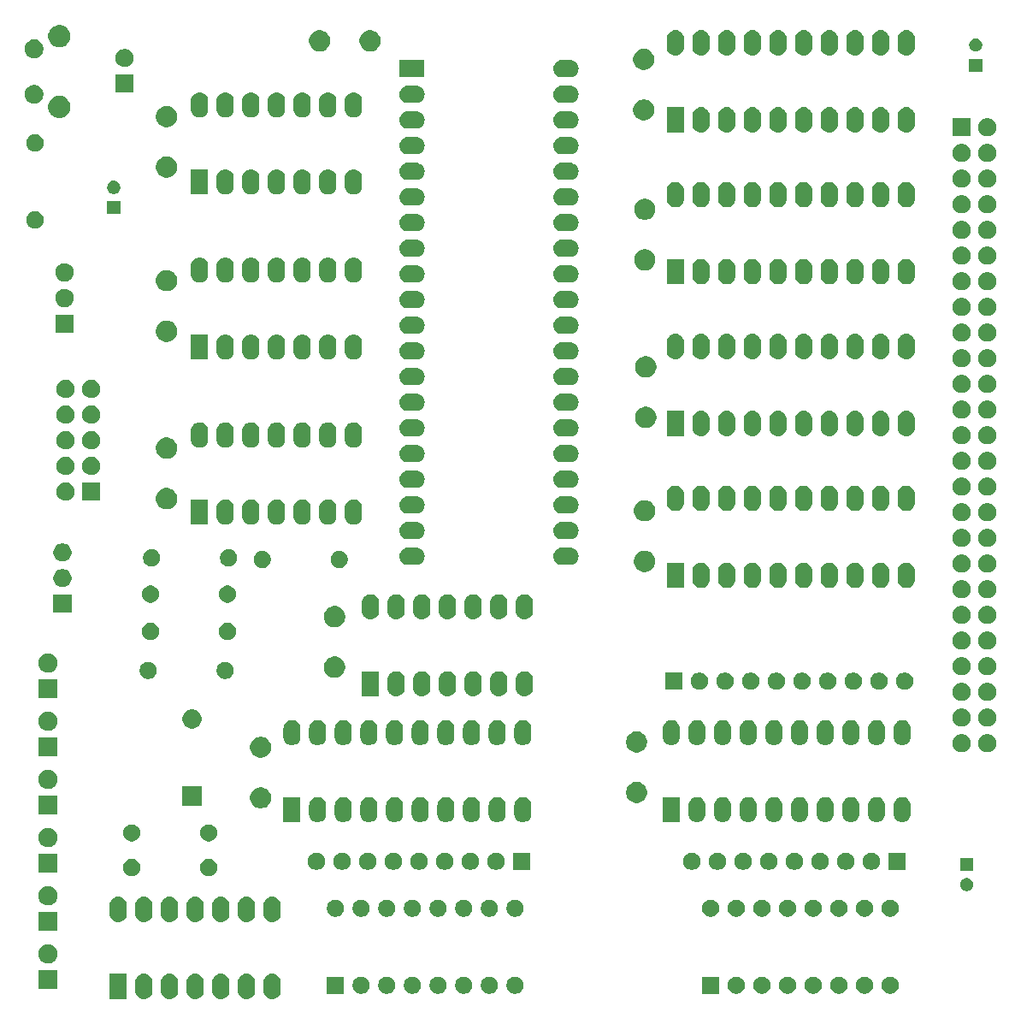
<source format=gbr>
G04 #@! TF.GenerationSoftware,KiCad,Pcbnew,(5.1.5)-3*
G04 #@! TF.CreationDate,2021-12-22T08:24:02-06:00*
G04 #@! TF.ProjectId,Z8065C02,5a383036-3543-4303-922e-6b696361645f,rev?*
G04 #@! TF.SameCoordinates,Original*
G04 #@! TF.FileFunction,Soldermask,Bot*
G04 #@! TF.FilePolarity,Negative*
%FSLAX46Y46*%
G04 Gerber Fmt 4.6, Leading zero omitted, Abs format (unit mm)*
G04 Created by KiCad (PCBNEW (5.1.5)-3) date 2021-12-22 08:24:02*
%MOMM*%
%LPD*%
G04 APERTURE LIST*
%ADD10C,0.100000*%
G04 APERTURE END LIST*
D10*
G36*
X82181822Y-128236313D02*
G01*
X82342241Y-128284976D01*
X82490077Y-128363995D01*
X82619659Y-128470341D01*
X82726004Y-128599922D01*
X82726005Y-128599924D01*
X82805024Y-128747758D01*
X82853687Y-128908177D01*
X82866000Y-129033196D01*
X82866000Y-129916803D01*
X82853687Y-130041822D01*
X82805024Y-130202242D01*
X82734114Y-130334906D01*
X82726004Y-130350078D01*
X82619659Y-130479659D01*
X82490078Y-130586004D01*
X82490076Y-130586005D01*
X82342242Y-130665024D01*
X82181823Y-130713687D01*
X82015000Y-130730117D01*
X81848178Y-130713687D01*
X81687759Y-130665024D01*
X81539925Y-130586005D01*
X81539923Y-130586004D01*
X81410342Y-130479659D01*
X81303997Y-130350078D01*
X81295887Y-130334906D01*
X81224977Y-130202242D01*
X81176314Y-130041823D01*
X81164000Y-129916803D01*
X81164000Y-129033197D01*
X81176313Y-128908178D01*
X81224976Y-128747759D01*
X81303995Y-128599923D01*
X81410341Y-128470341D01*
X81539922Y-128363996D01*
X81555094Y-128355886D01*
X81687758Y-128284976D01*
X81848177Y-128236313D01*
X82015000Y-128219883D01*
X82181822Y-128236313D01*
G37*
G36*
X84721822Y-128236313D02*
G01*
X84882241Y-128284976D01*
X85030077Y-128363995D01*
X85159659Y-128470341D01*
X85266004Y-128599922D01*
X85266005Y-128599924D01*
X85345024Y-128747758D01*
X85393687Y-128908177D01*
X85406000Y-129033196D01*
X85406000Y-129916803D01*
X85393687Y-130041822D01*
X85345024Y-130202242D01*
X85274114Y-130334906D01*
X85266004Y-130350078D01*
X85159659Y-130479659D01*
X85030078Y-130586004D01*
X85030076Y-130586005D01*
X84882242Y-130665024D01*
X84721823Y-130713687D01*
X84555000Y-130730117D01*
X84388178Y-130713687D01*
X84227759Y-130665024D01*
X84079925Y-130586005D01*
X84079923Y-130586004D01*
X83950342Y-130479659D01*
X83843997Y-130350078D01*
X83835887Y-130334906D01*
X83764977Y-130202242D01*
X83716314Y-130041823D01*
X83704000Y-129916803D01*
X83704000Y-129033197D01*
X83716313Y-128908178D01*
X83764976Y-128747759D01*
X83843995Y-128599923D01*
X83950341Y-128470341D01*
X84079922Y-128363996D01*
X84095094Y-128355886D01*
X84227758Y-128284976D01*
X84388177Y-128236313D01*
X84555000Y-128219883D01*
X84721822Y-128236313D01*
G37*
G36*
X87261822Y-128236313D02*
G01*
X87422241Y-128284976D01*
X87570077Y-128363995D01*
X87699659Y-128470341D01*
X87806004Y-128599922D01*
X87806005Y-128599924D01*
X87885024Y-128747758D01*
X87933687Y-128908177D01*
X87946000Y-129033196D01*
X87946000Y-129916803D01*
X87933687Y-130041822D01*
X87885024Y-130202242D01*
X87814114Y-130334906D01*
X87806004Y-130350078D01*
X87699659Y-130479659D01*
X87570078Y-130586004D01*
X87570076Y-130586005D01*
X87422242Y-130665024D01*
X87261823Y-130713687D01*
X87095000Y-130730117D01*
X86928178Y-130713687D01*
X86767759Y-130665024D01*
X86619925Y-130586005D01*
X86619923Y-130586004D01*
X86490342Y-130479659D01*
X86383997Y-130350078D01*
X86375887Y-130334906D01*
X86304977Y-130202242D01*
X86256314Y-130041823D01*
X86244000Y-129916803D01*
X86244000Y-129033197D01*
X86256313Y-128908178D01*
X86304976Y-128747759D01*
X86383995Y-128599923D01*
X86490341Y-128470341D01*
X86619922Y-128363996D01*
X86635094Y-128355886D01*
X86767758Y-128284976D01*
X86928177Y-128236313D01*
X87095000Y-128219883D01*
X87261822Y-128236313D01*
G37*
G36*
X89801822Y-128236313D02*
G01*
X89962241Y-128284976D01*
X90110077Y-128363995D01*
X90239659Y-128470341D01*
X90346004Y-128599922D01*
X90346005Y-128599924D01*
X90425024Y-128747758D01*
X90473687Y-128908177D01*
X90486000Y-129033196D01*
X90486000Y-129916803D01*
X90473687Y-130041822D01*
X90425024Y-130202242D01*
X90354114Y-130334906D01*
X90346004Y-130350078D01*
X90239659Y-130479659D01*
X90110078Y-130586004D01*
X90110076Y-130586005D01*
X89962242Y-130665024D01*
X89801823Y-130713687D01*
X89635000Y-130730117D01*
X89468178Y-130713687D01*
X89307759Y-130665024D01*
X89159925Y-130586005D01*
X89159923Y-130586004D01*
X89030342Y-130479659D01*
X88923997Y-130350078D01*
X88915887Y-130334906D01*
X88844977Y-130202242D01*
X88796314Y-130041823D01*
X88784000Y-129916803D01*
X88784000Y-129033197D01*
X88796313Y-128908178D01*
X88844976Y-128747759D01*
X88923995Y-128599923D01*
X89030341Y-128470341D01*
X89159922Y-128363996D01*
X89175094Y-128355886D01*
X89307758Y-128284976D01*
X89468177Y-128236313D01*
X89635000Y-128219883D01*
X89801822Y-128236313D01*
G37*
G36*
X94881822Y-128236313D02*
G01*
X95042241Y-128284976D01*
X95190077Y-128363995D01*
X95319659Y-128470341D01*
X95426004Y-128599922D01*
X95426005Y-128599924D01*
X95505024Y-128747758D01*
X95553687Y-128908177D01*
X95566000Y-129033196D01*
X95566000Y-129916803D01*
X95553687Y-130041822D01*
X95505024Y-130202242D01*
X95434114Y-130334906D01*
X95426004Y-130350078D01*
X95319659Y-130479659D01*
X95190078Y-130586004D01*
X95190076Y-130586005D01*
X95042242Y-130665024D01*
X94881823Y-130713687D01*
X94715000Y-130730117D01*
X94548178Y-130713687D01*
X94387759Y-130665024D01*
X94239925Y-130586005D01*
X94239923Y-130586004D01*
X94110342Y-130479659D01*
X94003997Y-130350078D01*
X93995887Y-130334906D01*
X93924977Y-130202242D01*
X93876314Y-130041823D01*
X93864000Y-129916803D01*
X93864000Y-129033197D01*
X93876313Y-128908178D01*
X93924976Y-128747759D01*
X94003995Y-128599923D01*
X94110341Y-128470341D01*
X94239922Y-128363996D01*
X94255094Y-128355886D01*
X94387758Y-128284976D01*
X94548177Y-128236313D01*
X94715000Y-128219883D01*
X94881822Y-128236313D01*
G37*
G36*
X92341822Y-128236313D02*
G01*
X92502241Y-128284976D01*
X92650077Y-128363995D01*
X92779659Y-128470341D01*
X92886004Y-128599922D01*
X92886005Y-128599924D01*
X92965024Y-128747758D01*
X93013687Y-128908177D01*
X93026000Y-129033196D01*
X93026000Y-129916803D01*
X93013687Y-130041822D01*
X92965024Y-130202242D01*
X92894114Y-130334906D01*
X92886004Y-130350078D01*
X92779659Y-130479659D01*
X92650078Y-130586004D01*
X92650076Y-130586005D01*
X92502242Y-130665024D01*
X92341823Y-130713687D01*
X92175000Y-130730117D01*
X92008178Y-130713687D01*
X91847759Y-130665024D01*
X91699925Y-130586005D01*
X91699923Y-130586004D01*
X91570342Y-130479659D01*
X91463997Y-130350078D01*
X91455887Y-130334906D01*
X91384977Y-130202242D01*
X91336314Y-130041823D01*
X91324000Y-129916803D01*
X91324000Y-129033197D01*
X91336313Y-128908178D01*
X91384976Y-128747759D01*
X91463995Y-128599923D01*
X91570341Y-128470341D01*
X91699922Y-128363996D01*
X91715094Y-128355886D01*
X91847758Y-128284976D01*
X92008177Y-128236313D01*
X92175000Y-128219883D01*
X92341822Y-128236313D01*
G37*
G36*
X80326000Y-130726000D02*
G01*
X78624000Y-130726000D01*
X78624000Y-128224000D01*
X80326000Y-128224000D01*
X80326000Y-130726000D01*
G37*
G36*
X138976000Y-130201000D02*
G01*
X137274000Y-130201000D01*
X137274000Y-128499000D01*
X138976000Y-128499000D01*
X138976000Y-130201000D01*
G37*
G36*
X140913228Y-128531703D02*
G01*
X141068100Y-128595853D01*
X141207481Y-128688985D01*
X141326015Y-128807519D01*
X141419147Y-128946900D01*
X141483297Y-129101772D01*
X141516000Y-129266184D01*
X141516000Y-129433816D01*
X141483297Y-129598228D01*
X141419147Y-129753100D01*
X141326015Y-129892481D01*
X141207481Y-130011015D01*
X141068100Y-130104147D01*
X140913228Y-130168297D01*
X140748816Y-130201000D01*
X140581184Y-130201000D01*
X140416772Y-130168297D01*
X140261900Y-130104147D01*
X140122519Y-130011015D01*
X140003985Y-129892481D01*
X139910853Y-129753100D01*
X139846703Y-129598228D01*
X139814000Y-129433816D01*
X139814000Y-129266184D01*
X139846703Y-129101772D01*
X139910853Y-128946900D01*
X140003985Y-128807519D01*
X140122519Y-128688985D01*
X140261900Y-128595853D01*
X140416772Y-128531703D01*
X140581184Y-128499000D01*
X140748816Y-128499000D01*
X140913228Y-128531703D01*
G37*
G36*
X119003228Y-128531703D02*
G01*
X119158100Y-128595853D01*
X119297481Y-128688985D01*
X119416015Y-128807519D01*
X119509147Y-128946900D01*
X119573297Y-129101772D01*
X119606000Y-129266184D01*
X119606000Y-129433816D01*
X119573297Y-129598228D01*
X119509147Y-129753100D01*
X119416015Y-129892481D01*
X119297481Y-130011015D01*
X119158100Y-130104147D01*
X119003228Y-130168297D01*
X118838816Y-130201000D01*
X118671184Y-130201000D01*
X118506772Y-130168297D01*
X118351900Y-130104147D01*
X118212519Y-130011015D01*
X118093985Y-129892481D01*
X118000853Y-129753100D01*
X117936703Y-129598228D01*
X117904000Y-129433816D01*
X117904000Y-129266184D01*
X117936703Y-129101772D01*
X118000853Y-128946900D01*
X118093985Y-128807519D01*
X118212519Y-128688985D01*
X118351900Y-128595853D01*
X118506772Y-128531703D01*
X118671184Y-128499000D01*
X118838816Y-128499000D01*
X119003228Y-128531703D01*
G37*
G36*
X116463228Y-128531703D02*
G01*
X116618100Y-128595853D01*
X116757481Y-128688985D01*
X116876015Y-128807519D01*
X116969147Y-128946900D01*
X117033297Y-129101772D01*
X117066000Y-129266184D01*
X117066000Y-129433816D01*
X117033297Y-129598228D01*
X116969147Y-129753100D01*
X116876015Y-129892481D01*
X116757481Y-130011015D01*
X116618100Y-130104147D01*
X116463228Y-130168297D01*
X116298816Y-130201000D01*
X116131184Y-130201000D01*
X115966772Y-130168297D01*
X115811900Y-130104147D01*
X115672519Y-130011015D01*
X115553985Y-129892481D01*
X115460853Y-129753100D01*
X115396703Y-129598228D01*
X115364000Y-129433816D01*
X115364000Y-129266184D01*
X115396703Y-129101772D01*
X115460853Y-128946900D01*
X115553985Y-128807519D01*
X115672519Y-128688985D01*
X115811900Y-128595853D01*
X115966772Y-128531703D01*
X116131184Y-128499000D01*
X116298816Y-128499000D01*
X116463228Y-128531703D01*
G37*
G36*
X113923228Y-128531703D02*
G01*
X114078100Y-128595853D01*
X114217481Y-128688985D01*
X114336015Y-128807519D01*
X114429147Y-128946900D01*
X114493297Y-129101772D01*
X114526000Y-129266184D01*
X114526000Y-129433816D01*
X114493297Y-129598228D01*
X114429147Y-129753100D01*
X114336015Y-129892481D01*
X114217481Y-130011015D01*
X114078100Y-130104147D01*
X113923228Y-130168297D01*
X113758816Y-130201000D01*
X113591184Y-130201000D01*
X113426772Y-130168297D01*
X113271900Y-130104147D01*
X113132519Y-130011015D01*
X113013985Y-129892481D01*
X112920853Y-129753100D01*
X112856703Y-129598228D01*
X112824000Y-129433816D01*
X112824000Y-129266184D01*
X112856703Y-129101772D01*
X112920853Y-128946900D01*
X113013985Y-128807519D01*
X113132519Y-128688985D01*
X113271900Y-128595853D01*
X113426772Y-128531703D01*
X113591184Y-128499000D01*
X113758816Y-128499000D01*
X113923228Y-128531703D01*
G37*
G36*
X111383228Y-128531703D02*
G01*
X111538100Y-128595853D01*
X111677481Y-128688985D01*
X111796015Y-128807519D01*
X111889147Y-128946900D01*
X111953297Y-129101772D01*
X111986000Y-129266184D01*
X111986000Y-129433816D01*
X111953297Y-129598228D01*
X111889147Y-129753100D01*
X111796015Y-129892481D01*
X111677481Y-130011015D01*
X111538100Y-130104147D01*
X111383228Y-130168297D01*
X111218816Y-130201000D01*
X111051184Y-130201000D01*
X110886772Y-130168297D01*
X110731900Y-130104147D01*
X110592519Y-130011015D01*
X110473985Y-129892481D01*
X110380853Y-129753100D01*
X110316703Y-129598228D01*
X110284000Y-129433816D01*
X110284000Y-129266184D01*
X110316703Y-129101772D01*
X110380853Y-128946900D01*
X110473985Y-128807519D01*
X110592519Y-128688985D01*
X110731900Y-128595853D01*
X110886772Y-128531703D01*
X111051184Y-128499000D01*
X111218816Y-128499000D01*
X111383228Y-128531703D01*
G37*
G36*
X108843228Y-128531703D02*
G01*
X108998100Y-128595853D01*
X109137481Y-128688985D01*
X109256015Y-128807519D01*
X109349147Y-128946900D01*
X109413297Y-129101772D01*
X109446000Y-129266184D01*
X109446000Y-129433816D01*
X109413297Y-129598228D01*
X109349147Y-129753100D01*
X109256015Y-129892481D01*
X109137481Y-130011015D01*
X108998100Y-130104147D01*
X108843228Y-130168297D01*
X108678816Y-130201000D01*
X108511184Y-130201000D01*
X108346772Y-130168297D01*
X108191900Y-130104147D01*
X108052519Y-130011015D01*
X107933985Y-129892481D01*
X107840853Y-129753100D01*
X107776703Y-129598228D01*
X107744000Y-129433816D01*
X107744000Y-129266184D01*
X107776703Y-129101772D01*
X107840853Y-128946900D01*
X107933985Y-128807519D01*
X108052519Y-128688985D01*
X108191900Y-128595853D01*
X108346772Y-128531703D01*
X108511184Y-128499000D01*
X108678816Y-128499000D01*
X108843228Y-128531703D01*
G37*
G36*
X106303228Y-128531703D02*
G01*
X106458100Y-128595853D01*
X106597481Y-128688985D01*
X106716015Y-128807519D01*
X106809147Y-128946900D01*
X106873297Y-129101772D01*
X106906000Y-129266184D01*
X106906000Y-129433816D01*
X106873297Y-129598228D01*
X106809147Y-129753100D01*
X106716015Y-129892481D01*
X106597481Y-130011015D01*
X106458100Y-130104147D01*
X106303228Y-130168297D01*
X106138816Y-130201000D01*
X105971184Y-130201000D01*
X105806772Y-130168297D01*
X105651900Y-130104147D01*
X105512519Y-130011015D01*
X105393985Y-129892481D01*
X105300853Y-129753100D01*
X105236703Y-129598228D01*
X105204000Y-129433816D01*
X105204000Y-129266184D01*
X105236703Y-129101772D01*
X105300853Y-128946900D01*
X105393985Y-128807519D01*
X105512519Y-128688985D01*
X105651900Y-128595853D01*
X105806772Y-128531703D01*
X105971184Y-128499000D01*
X106138816Y-128499000D01*
X106303228Y-128531703D01*
G37*
G36*
X101826000Y-130201000D02*
G01*
X100124000Y-130201000D01*
X100124000Y-128499000D01*
X101826000Y-128499000D01*
X101826000Y-130201000D01*
G37*
G36*
X156153228Y-128531703D02*
G01*
X156308100Y-128595853D01*
X156447481Y-128688985D01*
X156566015Y-128807519D01*
X156659147Y-128946900D01*
X156723297Y-129101772D01*
X156756000Y-129266184D01*
X156756000Y-129433816D01*
X156723297Y-129598228D01*
X156659147Y-129753100D01*
X156566015Y-129892481D01*
X156447481Y-130011015D01*
X156308100Y-130104147D01*
X156153228Y-130168297D01*
X155988816Y-130201000D01*
X155821184Y-130201000D01*
X155656772Y-130168297D01*
X155501900Y-130104147D01*
X155362519Y-130011015D01*
X155243985Y-129892481D01*
X155150853Y-129753100D01*
X155086703Y-129598228D01*
X155054000Y-129433816D01*
X155054000Y-129266184D01*
X155086703Y-129101772D01*
X155150853Y-128946900D01*
X155243985Y-128807519D01*
X155362519Y-128688985D01*
X155501900Y-128595853D01*
X155656772Y-128531703D01*
X155821184Y-128499000D01*
X155988816Y-128499000D01*
X156153228Y-128531703D01*
G37*
G36*
X153613228Y-128531703D02*
G01*
X153768100Y-128595853D01*
X153907481Y-128688985D01*
X154026015Y-128807519D01*
X154119147Y-128946900D01*
X154183297Y-129101772D01*
X154216000Y-129266184D01*
X154216000Y-129433816D01*
X154183297Y-129598228D01*
X154119147Y-129753100D01*
X154026015Y-129892481D01*
X153907481Y-130011015D01*
X153768100Y-130104147D01*
X153613228Y-130168297D01*
X153448816Y-130201000D01*
X153281184Y-130201000D01*
X153116772Y-130168297D01*
X152961900Y-130104147D01*
X152822519Y-130011015D01*
X152703985Y-129892481D01*
X152610853Y-129753100D01*
X152546703Y-129598228D01*
X152514000Y-129433816D01*
X152514000Y-129266184D01*
X152546703Y-129101772D01*
X152610853Y-128946900D01*
X152703985Y-128807519D01*
X152822519Y-128688985D01*
X152961900Y-128595853D01*
X153116772Y-128531703D01*
X153281184Y-128499000D01*
X153448816Y-128499000D01*
X153613228Y-128531703D01*
G37*
G36*
X148533228Y-128531703D02*
G01*
X148688100Y-128595853D01*
X148827481Y-128688985D01*
X148946015Y-128807519D01*
X149039147Y-128946900D01*
X149103297Y-129101772D01*
X149136000Y-129266184D01*
X149136000Y-129433816D01*
X149103297Y-129598228D01*
X149039147Y-129753100D01*
X148946015Y-129892481D01*
X148827481Y-130011015D01*
X148688100Y-130104147D01*
X148533228Y-130168297D01*
X148368816Y-130201000D01*
X148201184Y-130201000D01*
X148036772Y-130168297D01*
X147881900Y-130104147D01*
X147742519Y-130011015D01*
X147623985Y-129892481D01*
X147530853Y-129753100D01*
X147466703Y-129598228D01*
X147434000Y-129433816D01*
X147434000Y-129266184D01*
X147466703Y-129101772D01*
X147530853Y-128946900D01*
X147623985Y-128807519D01*
X147742519Y-128688985D01*
X147881900Y-128595853D01*
X148036772Y-128531703D01*
X148201184Y-128499000D01*
X148368816Y-128499000D01*
X148533228Y-128531703D01*
G37*
G36*
X145993228Y-128531703D02*
G01*
X146148100Y-128595853D01*
X146287481Y-128688985D01*
X146406015Y-128807519D01*
X146499147Y-128946900D01*
X146563297Y-129101772D01*
X146596000Y-129266184D01*
X146596000Y-129433816D01*
X146563297Y-129598228D01*
X146499147Y-129753100D01*
X146406015Y-129892481D01*
X146287481Y-130011015D01*
X146148100Y-130104147D01*
X145993228Y-130168297D01*
X145828816Y-130201000D01*
X145661184Y-130201000D01*
X145496772Y-130168297D01*
X145341900Y-130104147D01*
X145202519Y-130011015D01*
X145083985Y-129892481D01*
X144990853Y-129753100D01*
X144926703Y-129598228D01*
X144894000Y-129433816D01*
X144894000Y-129266184D01*
X144926703Y-129101772D01*
X144990853Y-128946900D01*
X145083985Y-128807519D01*
X145202519Y-128688985D01*
X145341900Y-128595853D01*
X145496772Y-128531703D01*
X145661184Y-128499000D01*
X145828816Y-128499000D01*
X145993228Y-128531703D01*
G37*
G36*
X151073228Y-128531703D02*
G01*
X151228100Y-128595853D01*
X151367481Y-128688985D01*
X151486015Y-128807519D01*
X151579147Y-128946900D01*
X151643297Y-129101772D01*
X151676000Y-129266184D01*
X151676000Y-129433816D01*
X151643297Y-129598228D01*
X151579147Y-129753100D01*
X151486015Y-129892481D01*
X151367481Y-130011015D01*
X151228100Y-130104147D01*
X151073228Y-130168297D01*
X150908816Y-130201000D01*
X150741184Y-130201000D01*
X150576772Y-130168297D01*
X150421900Y-130104147D01*
X150282519Y-130011015D01*
X150163985Y-129892481D01*
X150070853Y-129753100D01*
X150006703Y-129598228D01*
X149974000Y-129433816D01*
X149974000Y-129266184D01*
X150006703Y-129101772D01*
X150070853Y-128946900D01*
X150163985Y-128807519D01*
X150282519Y-128688985D01*
X150421900Y-128595853D01*
X150576772Y-128531703D01*
X150741184Y-128499000D01*
X150908816Y-128499000D01*
X151073228Y-128531703D01*
G37*
G36*
X143453228Y-128531703D02*
G01*
X143608100Y-128595853D01*
X143747481Y-128688985D01*
X143866015Y-128807519D01*
X143959147Y-128946900D01*
X144023297Y-129101772D01*
X144056000Y-129266184D01*
X144056000Y-129433816D01*
X144023297Y-129598228D01*
X143959147Y-129753100D01*
X143866015Y-129892481D01*
X143747481Y-130011015D01*
X143608100Y-130104147D01*
X143453228Y-130168297D01*
X143288816Y-130201000D01*
X143121184Y-130201000D01*
X142956772Y-130168297D01*
X142801900Y-130104147D01*
X142662519Y-130011015D01*
X142543985Y-129892481D01*
X142450853Y-129753100D01*
X142386703Y-129598228D01*
X142354000Y-129433816D01*
X142354000Y-129266184D01*
X142386703Y-129101772D01*
X142450853Y-128946900D01*
X142543985Y-128807519D01*
X142662519Y-128688985D01*
X142801900Y-128595853D01*
X142956772Y-128531703D01*
X143121184Y-128499000D01*
X143288816Y-128499000D01*
X143453228Y-128531703D01*
G37*
G36*
X103763228Y-128531703D02*
G01*
X103918100Y-128595853D01*
X104057481Y-128688985D01*
X104176015Y-128807519D01*
X104269147Y-128946900D01*
X104333297Y-129101772D01*
X104366000Y-129266184D01*
X104366000Y-129433816D01*
X104333297Y-129598228D01*
X104269147Y-129753100D01*
X104176015Y-129892481D01*
X104057481Y-130011015D01*
X103918100Y-130104147D01*
X103763228Y-130168297D01*
X103598816Y-130201000D01*
X103431184Y-130201000D01*
X103266772Y-130168297D01*
X103111900Y-130104147D01*
X102972519Y-130011015D01*
X102853985Y-129892481D01*
X102760853Y-129753100D01*
X102696703Y-129598228D01*
X102664000Y-129433816D01*
X102664000Y-129266184D01*
X102696703Y-129101772D01*
X102760853Y-128946900D01*
X102853985Y-128807519D01*
X102972519Y-128688985D01*
X103111900Y-128595853D01*
X103266772Y-128531703D01*
X103431184Y-128499000D01*
X103598816Y-128499000D01*
X103763228Y-128531703D01*
G37*
G36*
X73476000Y-129751000D02*
G01*
X71574000Y-129751000D01*
X71574000Y-127849000D01*
X73476000Y-127849000D01*
X73476000Y-129751000D01*
G37*
G36*
X72802395Y-125345546D02*
G01*
X72975466Y-125417234D01*
X72975467Y-125417235D01*
X73131227Y-125521310D01*
X73263690Y-125653773D01*
X73263691Y-125653775D01*
X73367766Y-125809534D01*
X73439454Y-125982605D01*
X73476000Y-126166333D01*
X73476000Y-126353667D01*
X73439454Y-126537395D01*
X73367766Y-126710466D01*
X73367765Y-126710467D01*
X73263690Y-126866227D01*
X73131227Y-126998690D01*
X73052818Y-127051081D01*
X72975466Y-127102766D01*
X72802395Y-127174454D01*
X72618667Y-127211000D01*
X72431333Y-127211000D01*
X72247605Y-127174454D01*
X72074534Y-127102766D01*
X71997182Y-127051081D01*
X71918773Y-126998690D01*
X71786310Y-126866227D01*
X71682235Y-126710467D01*
X71682234Y-126710466D01*
X71610546Y-126537395D01*
X71574000Y-126353667D01*
X71574000Y-126166333D01*
X71610546Y-125982605D01*
X71682234Y-125809534D01*
X71786309Y-125653775D01*
X71786310Y-125653773D01*
X71918773Y-125521310D01*
X72074533Y-125417235D01*
X72074534Y-125417234D01*
X72247605Y-125345546D01*
X72431333Y-125309000D01*
X72618667Y-125309000D01*
X72802395Y-125345546D01*
G37*
G36*
X73476000Y-123991000D02*
G01*
X71574000Y-123991000D01*
X71574000Y-122089000D01*
X73476000Y-122089000D01*
X73476000Y-123991000D01*
G37*
G36*
X92341822Y-120616313D02*
G01*
X92502241Y-120664976D01*
X92650077Y-120743995D01*
X92779659Y-120850341D01*
X92886004Y-120979922D01*
X92886005Y-120979924D01*
X92965024Y-121127758D01*
X93013687Y-121288177D01*
X93026000Y-121413196D01*
X93026000Y-122296803D01*
X93013687Y-122421822D01*
X92965024Y-122582242D01*
X92894114Y-122714906D01*
X92886004Y-122730078D01*
X92779659Y-122859659D01*
X92650078Y-122966004D01*
X92650076Y-122966005D01*
X92502242Y-123045024D01*
X92341823Y-123093687D01*
X92175000Y-123110117D01*
X92008178Y-123093687D01*
X91847759Y-123045024D01*
X91699925Y-122966005D01*
X91699923Y-122966004D01*
X91570342Y-122859659D01*
X91463997Y-122730078D01*
X91455887Y-122714906D01*
X91384977Y-122582242D01*
X91336314Y-122421823D01*
X91324000Y-122296803D01*
X91324000Y-121413197D01*
X91336313Y-121288178D01*
X91384976Y-121127759D01*
X91463995Y-120979923D01*
X91570341Y-120850341D01*
X91699922Y-120743996D01*
X91715094Y-120735886D01*
X91847758Y-120664976D01*
X92008177Y-120616313D01*
X92175000Y-120599883D01*
X92341822Y-120616313D01*
G37*
G36*
X79641822Y-120616313D02*
G01*
X79802241Y-120664976D01*
X79950077Y-120743995D01*
X80079659Y-120850341D01*
X80186004Y-120979922D01*
X80186005Y-120979924D01*
X80265024Y-121127758D01*
X80313687Y-121288177D01*
X80326000Y-121413196D01*
X80326000Y-122296803D01*
X80313687Y-122421822D01*
X80265024Y-122582242D01*
X80194114Y-122714906D01*
X80186004Y-122730078D01*
X80079659Y-122859659D01*
X79950078Y-122966004D01*
X79950076Y-122966005D01*
X79802242Y-123045024D01*
X79641823Y-123093687D01*
X79475000Y-123110117D01*
X79308178Y-123093687D01*
X79147759Y-123045024D01*
X78999925Y-122966005D01*
X78999923Y-122966004D01*
X78870342Y-122859659D01*
X78763997Y-122730078D01*
X78755887Y-122714906D01*
X78684977Y-122582242D01*
X78636314Y-122421823D01*
X78624000Y-122296803D01*
X78624000Y-121413197D01*
X78636313Y-121288178D01*
X78684976Y-121127759D01*
X78763995Y-120979923D01*
X78870341Y-120850341D01*
X78999922Y-120743996D01*
X79015094Y-120735886D01*
X79147758Y-120664976D01*
X79308177Y-120616313D01*
X79475000Y-120599883D01*
X79641822Y-120616313D01*
G37*
G36*
X82181822Y-120616313D02*
G01*
X82342241Y-120664976D01*
X82490077Y-120743995D01*
X82619659Y-120850341D01*
X82726004Y-120979922D01*
X82726005Y-120979924D01*
X82805024Y-121127758D01*
X82853687Y-121288177D01*
X82866000Y-121413196D01*
X82866000Y-122296803D01*
X82853687Y-122421822D01*
X82805024Y-122582242D01*
X82734114Y-122714906D01*
X82726004Y-122730078D01*
X82619659Y-122859659D01*
X82490078Y-122966004D01*
X82490076Y-122966005D01*
X82342242Y-123045024D01*
X82181823Y-123093687D01*
X82015000Y-123110117D01*
X81848178Y-123093687D01*
X81687759Y-123045024D01*
X81539925Y-122966005D01*
X81539923Y-122966004D01*
X81410342Y-122859659D01*
X81303997Y-122730078D01*
X81295887Y-122714906D01*
X81224977Y-122582242D01*
X81176314Y-122421823D01*
X81164000Y-122296803D01*
X81164000Y-121413197D01*
X81176313Y-121288178D01*
X81224976Y-121127759D01*
X81303995Y-120979923D01*
X81410341Y-120850341D01*
X81539922Y-120743996D01*
X81555094Y-120735886D01*
X81687758Y-120664976D01*
X81848177Y-120616313D01*
X82015000Y-120599883D01*
X82181822Y-120616313D01*
G37*
G36*
X94881822Y-120616313D02*
G01*
X95042241Y-120664976D01*
X95190077Y-120743995D01*
X95319659Y-120850341D01*
X95426004Y-120979922D01*
X95426005Y-120979924D01*
X95505024Y-121127758D01*
X95553687Y-121288177D01*
X95566000Y-121413196D01*
X95566000Y-122296803D01*
X95553687Y-122421822D01*
X95505024Y-122582242D01*
X95434114Y-122714906D01*
X95426004Y-122730078D01*
X95319659Y-122859659D01*
X95190078Y-122966004D01*
X95190076Y-122966005D01*
X95042242Y-123045024D01*
X94881823Y-123093687D01*
X94715000Y-123110117D01*
X94548178Y-123093687D01*
X94387759Y-123045024D01*
X94239925Y-122966005D01*
X94239923Y-122966004D01*
X94110342Y-122859659D01*
X94003997Y-122730078D01*
X93995887Y-122714906D01*
X93924977Y-122582242D01*
X93876314Y-122421823D01*
X93864000Y-122296803D01*
X93864000Y-121413197D01*
X93876313Y-121288178D01*
X93924976Y-121127759D01*
X94003995Y-120979923D01*
X94110341Y-120850341D01*
X94239922Y-120743996D01*
X94255094Y-120735886D01*
X94387758Y-120664976D01*
X94548177Y-120616313D01*
X94715000Y-120599883D01*
X94881822Y-120616313D01*
G37*
G36*
X84721822Y-120616313D02*
G01*
X84882241Y-120664976D01*
X85030077Y-120743995D01*
X85159659Y-120850341D01*
X85266004Y-120979922D01*
X85266005Y-120979924D01*
X85345024Y-121127758D01*
X85393687Y-121288177D01*
X85406000Y-121413196D01*
X85406000Y-122296803D01*
X85393687Y-122421822D01*
X85345024Y-122582242D01*
X85274114Y-122714906D01*
X85266004Y-122730078D01*
X85159659Y-122859659D01*
X85030078Y-122966004D01*
X85030076Y-122966005D01*
X84882242Y-123045024D01*
X84721823Y-123093687D01*
X84555000Y-123110117D01*
X84388178Y-123093687D01*
X84227759Y-123045024D01*
X84079925Y-122966005D01*
X84079923Y-122966004D01*
X83950342Y-122859659D01*
X83843997Y-122730078D01*
X83835887Y-122714906D01*
X83764977Y-122582242D01*
X83716314Y-122421823D01*
X83704000Y-122296803D01*
X83704000Y-121413197D01*
X83716313Y-121288178D01*
X83764976Y-121127759D01*
X83843995Y-120979923D01*
X83950341Y-120850341D01*
X84079922Y-120743996D01*
X84095094Y-120735886D01*
X84227758Y-120664976D01*
X84388177Y-120616313D01*
X84555000Y-120599883D01*
X84721822Y-120616313D01*
G37*
G36*
X87261822Y-120616313D02*
G01*
X87422241Y-120664976D01*
X87570077Y-120743995D01*
X87699659Y-120850341D01*
X87806004Y-120979922D01*
X87806005Y-120979924D01*
X87885024Y-121127758D01*
X87933687Y-121288177D01*
X87946000Y-121413196D01*
X87946000Y-122296803D01*
X87933687Y-122421822D01*
X87885024Y-122582242D01*
X87814114Y-122714906D01*
X87806004Y-122730078D01*
X87699659Y-122859659D01*
X87570078Y-122966004D01*
X87570076Y-122966005D01*
X87422242Y-123045024D01*
X87261823Y-123093687D01*
X87095000Y-123110117D01*
X86928178Y-123093687D01*
X86767759Y-123045024D01*
X86619925Y-122966005D01*
X86619923Y-122966004D01*
X86490342Y-122859659D01*
X86383997Y-122730078D01*
X86375887Y-122714906D01*
X86304977Y-122582242D01*
X86256314Y-122421823D01*
X86244000Y-122296803D01*
X86244000Y-121413197D01*
X86256313Y-121288178D01*
X86304976Y-121127759D01*
X86383995Y-120979923D01*
X86490341Y-120850341D01*
X86619922Y-120743996D01*
X86635094Y-120735886D01*
X86767758Y-120664976D01*
X86928177Y-120616313D01*
X87095000Y-120599883D01*
X87261822Y-120616313D01*
G37*
G36*
X89801822Y-120616313D02*
G01*
X89962241Y-120664976D01*
X90110077Y-120743995D01*
X90239659Y-120850341D01*
X90346004Y-120979922D01*
X90346005Y-120979924D01*
X90425024Y-121127758D01*
X90473687Y-121288177D01*
X90486000Y-121413196D01*
X90486000Y-122296803D01*
X90473687Y-122421822D01*
X90425024Y-122582242D01*
X90354114Y-122714906D01*
X90346004Y-122730078D01*
X90239659Y-122859659D01*
X90110078Y-122966004D01*
X90110076Y-122966005D01*
X89962242Y-123045024D01*
X89801823Y-123093687D01*
X89635000Y-123110117D01*
X89468178Y-123093687D01*
X89307759Y-123045024D01*
X89159925Y-122966005D01*
X89159923Y-122966004D01*
X89030342Y-122859659D01*
X88923997Y-122730078D01*
X88915887Y-122714906D01*
X88844977Y-122582242D01*
X88796314Y-122421823D01*
X88784000Y-122296803D01*
X88784000Y-121413197D01*
X88796313Y-121288178D01*
X88844976Y-121127759D01*
X88923995Y-120979923D01*
X89030341Y-120850341D01*
X89159922Y-120743996D01*
X89175094Y-120735886D01*
X89307758Y-120664976D01*
X89468177Y-120616313D01*
X89635000Y-120599883D01*
X89801822Y-120616313D01*
G37*
G36*
X143453228Y-120911703D02*
G01*
X143608100Y-120975853D01*
X143747481Y-121068985D01*
X143866015Y-121187519D01*
X143959147Y-121326900D01*
X144023297Y-121481772D01*
X144056000Y-121646184D01*
X144056000Y-121813816D01*
X144023297Y-121978228D01*
X143959147Y-122133100D01*
X143866015Y-122272481D01*
X143747481Y-122391015D01*
X143608100Y-122484147D01*
X143453228Y-122548297D01*
X143288816Y-122581000D01*
X143121184Y-122581000D01*
X142956772Y-122548297D01*
X142801900Y-122484147D01*
X142662519Y-122391015D01*
X142543985Y-122272481D01*
X142450853Y-122133100D01*
X142386703Y-121978228D01*
X142354000Y-121813816D01*
X142354000Y-121646184D01*
X142386703Y-121481772D01*
X142450853Y-121326900D01*
X142543985Y-121187519D01*
X142662519Y-121068985D01*
X142801900Y-120975853D01*
X142956772Y-120911703D01*
X143121184Y-120879000D01*
X143288816Y-120879000D01*
X143453228Y-120911703D01*
G37*
G36*
X101223228Y-120911703D02*
G01*
X101378100Y-120975853D01*
X101517481Y-121068985D01*
X101636015Y-121187519D01*
X101729147Y-121326900D01*
X101793297Y-121481772D01*
X101826000Y-121646184D01*
X101826000Y-121813816D01*
X101793297Y-121978228D01*
X101729147Y-122133100D01*
X101636015Y-122272481D01*
X101517481Y-122391015D01*
X101378100Y-122484147D01*
X101223228Y-122548297D01*
X101058816Y-122581000D01*
X100891184Y-122581000D01*
X100726772Y-122548297D01*
X100571900Y-122484147D01*
X100432519Y-122391015D01*
X100313985Y-122272481D01*
X100220853Y-122133100D01*
X100156703Y-121978228D01*
X100124000Y-121813816D01*
X100124000Y-121646184D01*
X100156703Y-121481772D01*
X100220853Y-121326900D01*
X100313985Y-121187519D01*
X100432519Y-121068985D01*
X100571900Y-120975853D01*
X100726772Y-120911703D01*
X100891184Y-120879000D01*
X101058816Y-120879000D01*
X101223228Y-120911703D01*
G37*
G36*
X103763228Y-120911703D02*
G01*
X103918100Y-120975853D01*
X104057481Y-121068985D01*
X104176015Y-121187519D01*
X104269147Y-121326900D01*
X104333297Y-121481772D01*
X104366000Y-121646184D01*
X104366000Y-121813816D01*
X104333297Y-121978228D01*
X104269147Y-122133100D01*
X104176015Y-122272481D01*
X104057481Y-122391015D01*
X103918100Y-122484147D01*
X103763228Y-122548297D01*
X103598816Y-122581000D01*
X103431184Y-122581000D01*
X103266772Y-122548297D01*
X103111900Y-122484147D01*
X102972519Y-122391015D01*
X102853985Y-122272481D01*
X102760853Y-122133100D01*
X102696703Y-121978228D01*
X102664000Y-121813816D01*
X102664000Y-121646184D01*
X102696703Y-121481772D01*
X102760853Y-121326900D01*
X102853985Y-121187519D01*
X102972519Y-121068985D01*
X103111900Y-120975853D01*
X103266772Y-120911703D01*
X103431184Y-120879000D01*
X103598816Y-120879000D01*
X103763228Y-120911703D01*
G37*
G36*
X106303228Y-120911703D02*
G01*
X106458100Y-120975853D01*
X106597481Y-121068985D01*
X106716015Y-121187519D01*
X106809147Y-121326900D01*
X106873297Y-121481772D01*
X106906000Y-121646184D01*
X106906000Y-121813816D01*
X106873297Y-121978228D01*
X106809147Y-122133100D01*
X106716015Y-122272481D01*
X106597481Y-122391015D01*
X106458100Y-122484147D01*
X106303228Y-122548297D01*
X106138816Y-122581000D01*
X105971184Y-122581000D01*
X105806772Y-122548297D01*
X105651900Y-122484147D01*
X105512519Y-122391015D01*
X105393985Y-122272481D01*
X105300853Y-122133100D01*
X105236703Y-121978228D01*
X105204000Y-121813816D01*
X105204000Y-121646184D01*
X105236703Y-121481772D01*
X105300853Y-121326900D01*
X105393985Y-121187519D01*
X105512519Y-121068985D01*
X105651900Y-120975853D01*
X105806772Y-120911703D01*
X105971184Y-120879000D01*
X106138816Y-120879000D01*
X106303228Y-120911703D01*
G37*
G36*
X156153228Y-120911703D02*
G01*
X156308100Y-120975853D01*
X156447481Y-121068985D01*
X156566015Y-121187519D01*
X156659147Y-121326900D01*
X156723297Y-121481772D01*
X156756000Y-121646184D01*
X156756000Y-121813816D01*
X156723297Y-121978228D01*
X156659147Y-122133100D01*
X156566015Y-122272481D01*
X156447481Y-122391015D01*
X156308100Y-122484147D01*
X156153228Y-122548297D01*
X155988816Y-122581000D01*
X155821184Y-122581000D01*
X155656772Y-122548297D01*
X155501900Y-122484147D01*
X155362519Y-122391015D01*
X155243985Y-122272481D01*
X155150853Y-122133100D01*
X155086703Y-121978228D01*
X155054000Y-121813816D01*
X155054000Y-121646184D01*
X155086703Y-121481772D01*
X155150853Y-121326900D01*
X155243985Y-121187519D01*
X155362519Y-121068985D01*
X155501900Y-120975853D01*
X155656772Y-120911703D01*
X155821184Y-120879000D01*
X155988816Y-120879000D01*
X156153228Y-120911703D01*
G37*
G36*
X108843228Y-120911703D02*
G01*
X108998100Y-120975853D01*
X109137481Y-121068985D01*
X109256015Y-121187519D01*
X109349147Y-121326900D01*
X109413297Y-121481772D01*
X109446000Y-121646184D01*
X109446000Y-121813816D01*
X109413297Y-121978228D01*
X109349147Y-122133100D01*
X109256015Y-122272481D01*
X109137481Y-122391015D01*
X108998100Y-122484147D01*
X108843228Y-122548297D01*
X108678816Y-122581000D01*
X108511184Y-122581000D01*
X108346772Y-122548297D01*
X108191900Y-122484147D01*
X108052519Y-122391015D01*
X107933985Y-122272481D01*
X107840853Y-122133100D01*
X107776703Y-121978228D01*
X107744000Y-121813816D01*
X107744000Y-121646184D01*
X107776703Y-121481772D01*
X107840853Y-121326900D01*
X107933985Y-121187519D01*
X108052519Y-121068985D01*
X108191900Y-120975853D01*
X108346772Y-120911703D01*
X108511184Y-120879000D01*
X108678816Y-120879000D01*
X108843228Y-120911703D01*
G37*
G36*
X153613228Y-120911703D02*
G01*
X153768100Y-120975853D01*
X153907481Y-121068985D01*
X154026015Y-121187519D01*
X154119147Y-121326900D01*
X154183297Y-121481772D01*
X154216000Y-121646184D01*
X154216000Y-121813816D01*
X154183297Y-121978228D01*
X154119147Y-122133100D01*
X154026015Y-122272481D01*
X153907481Y-122391015D01*
X153768100Y-122484147D01*
X153613228Y-122548297D01*
X153448816Y-122581000D01*
X153281184Y-122581000D01*
X153116772Y-122548297D01*
X152961900Y-122484147D01*
X152822519Y-122391015D01*
X152703985Y-122272481D01*
X152610853Y-122133100D01*
X152546703Y-121978228D01*
X152514000Y-121813816D01*
X152514000Y-121646184D01*
X152546703Y-121481772D01*
X152610853Y-121326900D01*
X152703985Y-121187519D01*
X152822519Y-121068985D01*
X152961900Y-120975853D01*
X153116772Y-120911703D01*
X153281184Y-120879000D01*
X153448816Y-120879000D01*
X153613228Y-120911703D01*
G37*
G36*
X151073228Y-120911703D02*
G01*
X151228100Y-120975853D01*
X151367481Y-121068985D01*
X151486015Y-121187519D01*
X151579147Y-121326900D01*
X151643297Y-121481772D01*
X151676000Y-121646184D01*
X151676000Y-121813816D01*
X151643297Y-121978228D01*
X151579147Y-122133100D01*
X151486015Y-122272481D01*
X151367481Y-122391015D01*
X151228100Y-122484147D01*
X151073228Y-122548297D01*
X150908816Y-122581000D01*
X150741184Y-122581000D01*
X150576772Y-122548297D01*
X150421900Y-122484147D01*
X150282519Y-122391015D01*
X150163985Y-122272481D01*
X150070853Y-122133100D01*
X150006703Y-121978228D01*
X149974000Y-121813816D01*
X149974000Y-121646184D01*
X150006703Y-121481772D01*
X150070853Y-121326900D01*
X150163985Y-121187519D01*
X150282519Y-121068985D01*
X150421900Y-120975853D01*
X150576772Y-120911703D01*
X150741184Y-120879000D01*
X150908816Y-120879000D01*
X151073228Y-120911703D01*
G37*
G36*
X140913228Y-120911703D02*
G01*
X141068100Y-120975853D01*
X141207481Y-121068985D01*
X141326015Y-121187519D01*
X141419147Y-121326900D01*
X141483297Y-121481772D01*
X141516000Y-121646184D01*
X141516000Y-121813816D01*
X141483297Y-121978228D01*
X141419147Y-122133100D01*
X141326015Y-122272481D01*
X141207481Y-122391015D01*
X141068100Y-122484147D01*
X140913228Y-122548297D01*
X140748816Y-122581000D01*
X140581184Y-122581000D01*
X140416772Y-122548297D01*
X140261900Y-122484147D01*
X140122519Y-122391015D01*
X140003985Y-122272481D01*
X139910853Y-122133100D01*
X139846703Y-121978228D01*
X139814000Y-121813816D01*
X139814000Y-121646184D01*
X139846703Y-121481772D01*
X139910853Y-121326900D01*
X140003985Y-121187519D01*
X140122519Y-121068985D01*
X140261900Y-120975853D01*
X140416772Y-120911703D01*
X140581184Y-120879000D01*
X140748816Y-120879000D01*
X140913228Y-120911703D01*
G37*
G36*
X113923228Y-120911703D02*
G01*
X114078100Y-120975853D01*
X114217481Y-121068985D01*
X114336015Y-121187519D01*
X114429147Y-121326900D01*
X114493297Y-121481772D01*
X114526000Y-121646184D01*
X114526000Y-121813816D01*
X114493297Y-121978228D01*
X114429147Y-122133100D01*
X114336015Y-122272481D01*
X114217481Y-122391015D01*
X114078100Y-122484147D01*
X113923228Y-122548297D01*
X113758816Y-122581000D01*
X113591184Y-122581000D01*
X113426772Y-122548297D01*
X113271900Y-122484147D01*
X113132519Y-122391015D01*
X113013985Y-122272481D01*
X112920853Y-122133100D01*
X112856703Y-121978228D01*
X112824000Y-121813816D01*
X112824000Y-121646184D01*
X112856703Y-121481772D01*
X112920853Y-121326900D01*
X113013985Y-121187519D01*
X113132519Y-121068985D01*
X113271900Y-120975853D01*
X113426772Y-120911703D01*
X113591184Y-120879000D01*
X113758816Y-120879000D01*
X113923228Y-120911703D01*
G37*
G36*
X116463228Y-120911703D02*
G01*
X116618100Y-120975853D01*
X116757481Y-121068985D01*
X116876015Y-121187519D01*
X116969147Y-121326900D01*
X117033297Y-121481772D01*
X117066000Y-121646184D01*
X117066000Y-121813816D01*
X117033297Y-121978228D01*
X116969147Y-122133100D01*
X116876015Y-122272481D01*
X116757481Y-122391015D01*
X116618100Y-122484147D01*
X116463228Y-122548297D01*
X116298816Y-122581000D01*
X116131184Y-122581000D01*
X115966772Y-122548297D01*
X115811900Y-122484147D01*
X115672519Y-122391015D01*
X115553985Y-122272481D01*
X115460853Y-122133100D01*
X115396703Y-121978228D01*
X115364000Y-121813816D01*
X115364000Y-121646184D01*
X115396703Y-121481772D01*
X115460853Y-121326900D01*
X115553985Y-121187519D01*
X115672519Y-121068985D01*
X115811900Y-120975853D01*
X115966772Y-120911703D01*
X116131184Y-120879000D01*
X116298816Y-120879000D01*
X116463228Y-120911703D01*
G37*
G36*
X145993228Y-120911703D02*
G01*
X146148100Y-120975853D01*
X146287481Y-121068985D01*
X146406015Y-121187519D01*
X146499147Y-121326900D01*
X146563297Y-121481772D01*
X146596000Y-121646184D01*
X146596000Y-121813816D01*
X146563297Y-121978228D01*
X146499147Y-122133100D01*
X146406015Y-122272481D01*
X146287481Y-122391015D01*
X146148100Y-122484147D01*
X145993228Y-122548297D01*
X145828816Y-122581000D01*
X145661184Y-122581000D01*
X145496772Y-122548297D01*
X145341900Y-122484147D01*
X145202519Y-122391015D01*
X145083985Y-122272481D01*
X144990853Y-122133100D01*
X144926703Y-121978228D01*
X144894000Y-121813816D01*
X144894000Y-121646184D01*
X144926703Y-121481772D01*
X144990853Y-121326900D01*
X145083985Y-121187519D01*
X145202519Y-121068985D01*
X145341900Y-120975853D01*
X145496772Y-120911703D01*
X145661184Y-120879000D01*
X145828816Y-120879000D01*
X145993228Y-120911703D01*
G37*
G36*
X119003228Y-120911703D02*
G01*
X119158100Y-120975853D01*
X119297481Y-121068985D01*
X119416015Y-121187519D01*
X119509147Y-121326900D01*
X119573297Y-121481772D01*
X119606000Y-121646184D01*
X119606000Y-121813816D01*
X119573297Y-121978228D01*
X119509147Y-122133100D01*
X119416015Y-122272481D01*
X119297481Y-122391015D01*
X119158100Y-122484147D01*
X119003228Y-122548297D01*
X118838816Y-122581000D01*
X118671184Y-122581000D01*
X118506772Y-122548297D01*
X118351900Y-122484147D01*
X118212519Y-122391015D01*
X118093985Y-122272481D01*
X118000853Y-122133100D01*
X117936703Y-121978228D01*
X117904000Y-121813816D01*
X117904000Y-121646184D01*
X117936703Y-121481772D01*
X118000853Y-121326900D01*
X118093985Y-121187519D01*
X118212519Y-121068985D01*
X118351900Y-120975853D01*
X118506772Y-120911703D01*
X118671184Y-120879000D01*
X118838816Y-120879000D01*
X119003228Y-120911703D01*
G37*
G36*
X148533228Y-120911703D02*
G01*
X148688100Y-120975853D01*
X148827481Y-121068985D01*
X148946015Y-121187519D01*
X149039147Y-121326900D01*
X149103297Y-121481772D01*
X149136000Y-121646184D01*
X149136000Y-121813816D01*
X149103297Y-121978228D01*
X149039147Y-122133100D01*
X148946015Y-122272481D01*
X148827481Y-122391015D01*
X148688100Y-122484147D01*
X148533228Y-122548297D01*
X148368816Y-122581000D01*
X148201184Y-122581000D01*
X148036772Y-122548297D01*
X147881900Y-122484147D01*
X147742519Y-122391015D01*
X147623985Y-122272481D01*
X147530853Y-122133100D01*
X147466703Y-121978228D01*
X147434000Y-121813816D01*
X147434000Y-121646184D01*
X147466703Y-121481772D01*
X147530853Y-121326900D01*
X147623985Y-121187519D01*
X147742519Y-121068985D01*
X147881900Y-120975853D01*
X148036772Y-120911703D01*
X148201184Y-120879000D01*
X148368816Y-120879000D01*
X148533228Y-120911703D01*
G37*
G36*
X138373228Y-120911703D02*
G01*
X138528100Y-120975853D01*
X138667481Y-121068985D01*
X138786015Y-121187519D01*
X138879147Y-121326900D01*
X138943297Y-121481772D01*
X138976000Y-121646184D01*
X138976000Y-121813816D01*
X138943297Y-121978228D01*
X138879147Y-122133100D01*
X138786015Y-122272481D01*
X138667481Y-122391015D01*
X138528100Y-122484147D01*
X138373228Y-122548297D01*
X138208816Y-122581000D01*
X138041184Y-122581000D01*
X137876772Y-122548297D01*
X137721900Y-122484147D01*
X137582519Y-122391015D01*
X137463985Y-122272481D01*
X137370853Y-122133100D01*
X137306703Y-121978228D01*
X137274000Y-121813816D01*
X137274000Y-121646184D01*
X137306703Y-121481772D01*
X137370853Y-121326900D01*
X137463985Y-121187519D01*
X137582519Y-121068985D01*
X137721900Y-120975853D01*
X137876772Y-120911703D01*
X138041184Y-120879000D01*
X138208816Y-120879000D01*
X138373228Y-120911703D01*
G37*
G36*
X111383228Y-120911703D02*
G01*
X111538100Y-120975853D01*
X111677481Y-121068985D01*
X111796015Y-121187519D01*
X111889147Y-121326900D01*
X111953297Y-121481772D01*
X111986000Y-121646184D01*
X111986000Y-121813816D01*
X111953297Y-121978228D01*
X111889147Y-122133100D01*
X111796015Y-122272481D01*
X111677481Y-122391015D01*
X111538100Y-122484147D01*
X111383228Y-122548297D01*
X111218816Y-122581000D01*
X111051184Y-122581000D01*
X110886772Y-122548297D01*
X110731900Y-122484147D01*
X110592519Y-122391015D01*
X110473985Y-122272481D01*
X110380853Y-122133100D01*
X110316703Y-121978228D01*
X110284000Y-121813816D01*
X110284000Y-121646184D01*
X110316703Y-121481772D01*
X110380853Y-121326900D01*
X110473985Y-121187519D01*
X110592519Y-121068985D01*
X110731900Y-120975853D01*
X110886772Y-120911703D01*
X111051184Y-120879000D01*
X111218816Y-120879000D01*
X111383228Y-120911703D01*
G37*
G36*
X72802395Y-119585546D02*
G01*
X72975466Y-119657234D01*
X72975467Y-119657235D01*
X73131227Y-119761310D01*
X73263690Y-119893773D01*
X73263691Y-119893775D01*
X73367766Y-120049534D01*
X73439454Y-120222605D01*
X73476000Y-120406333D01*
X73476000Y-120593667D01*
X73439454Y-120777395D01*
X73367766Y-120950466D01*
X73350803Y-120975853D01*
X73263690Y-121106227D01*
X73131227Y-121238690D01*
X73057167Y-121288175D01*
X72975466Y-121342766D01*
X72802395Y-121414454D01*
X72618667Y-121451000D01*
X72431333Y-121451000D01*
X72247605Y-121414454D01*
X72074534Y-121342766D01*
X71992833Y-121288175D01*
X71918773Y-121238690D01*
X71786310Y-121106227D01*
X71699197Y-120975853D01*
X71682234Y-120950466D01*
X71610546Y-120777395D01*
X71574000Y-120593667D01*
X71574000Y-120406333D01*
X71610546Y-120222605D01*
X71682234Y-120049534D01*
X71786309Y-119893775D01*
X71786310Y-119893773D01*
X71918773Y-119761310D01*
X72074533Y-119657235D01*
X72074534Y-119657234D01*
X72247605Y-119585546D01*
X72431333Y-119549000D01*
X72618667Y-119549000D01*
X72802395Y-119585546D01*
G37*
G36*
X163664890Y-118774017D02*
G01*
X163783364Y-118823091D01*
X163889988Y-118894335D01*
X163980665Y-118985012D01*
X164051909Y-119091636D01*
X164100983Y-119210110D01*
X164126000Y-119335882D01*
X164126000Y-119464118D01*
X164100983Y-119589890D01*
X164051909Y-119708364D01*
X163980665Y-119814988D01*
X163889988Y-119905665D01*
X163783364Y-119976909D01*
X163783363Y-119976910D01*
X163783362Y-119976910D01*
X163664890Y-120025983D01*
X163539119Y-120051000D01*
X163410881Y-120051000D01*
X163285110Y-120025983D01*
X163166638Y-119976910D01*
X163166637Y-119976910D01*
X163166636Y-119976909D01*
X163060012Y-119905665D01*
X162969335Y-119814988D01*
X162898091Y-119708364D01*
X162849017Y-119589890D01*
X162824000Y-119464118D01*
X162824000Y-119335882D01*
X162849017Y-119210110D01*
X162898091Y-119091636D01*
X162969335Y-118985012D01*
X163060012Y-118894335D01*
X163166636Y-118823091D01*
X163285110Y-118774017D01*
X163410881Y-118749000D01*
X163539119Y-118749000D01*
X163664890Y-118774017D01*
G37*
G36*
X81053228Y-116881703D02*
G01*
X81208100Y-116945853D01*
X81347481Y-117038985D01*
X81466015Y-117157519D01*
X81559147Y-117296900D01*
X81623297Y-117451772D01*
X81656000Y-117616184D01*
X81656000Y-117783816D01*
X81623297Y-117948228D01*
X81559147Y-118103100D01*
X81466015Y-118242481D01*
X81347481Y-118361015D01*
X81208100Y-118454147D01*
X81053228Y-118518297D01*
X80888816Y-118551000D01*
X80721184Y-118551000D01*
X80556772Y-118518297D01*
X80401900Y-118454147D01*
X80262519Y-118361015D01*
X80143985Y-118242481D01*
X80050853Y-118103100D01*
X79986703Y-117948228D01*
X79954000Y-117783816D01*
X79954000Y-117616184D01*
X79986703Y-117451772D01*
X80050853Y-117296900D01*
X80143985Y-117157519D01*
X80262519Y-117038985D01*
X80401900Y-116945853D01*
X80556772Y-116881703D01*
X80721184Y-116849000D01*
X80888816Y-116849000D01*
X81053228Y-116881703D01*
G37*
G36*
X88673228Y-116881703D02*
G01*
X88828100Y-116945853D01*
X88967481Y-117038985D01*
X89086015Y-117157519D01*
X89179147Y-117296900D01*
X89243297Y-117451772D01*
X89276000Y-117616184D01*
X89276000Y-117783816D01*
X89243297Y-117948228D01*
X89179147Y-118103100D01*
X89086015Y-118242481D01*
X88967481Y-118361015D01*
X88828100Y-118454147D01*
X88673228Y-118518297D01*
X88508816Y-118551000D01*
X88341184Y-118551000D01*
X88176772Y-118518297D01*
X88021900Y-118454147D01*
X87882519Y-118361015D01*
X87763985Y-118242481D01*
X87670853Y-118103100D01*
X87606703Y-117948228D01*
X87574000Y-117783816D01*
X87574000Y-117616184D01*
X87606703Y-117451772D01*
X87670853Y-117296900D01*
X87763985Y-117157519D01*
X87882519Y-117038985D01*
X88021900Y-116945853D01*
X88176772Y-116881703D01*
X88341184Y-116849000D01*
X88508816Y-116849000D01*
X88673228Y-116881703D01*
G37*
G36*
X73476000Y-118231000D02*
G01*
X71574000Y-118231000D01*
X71574000Y-116329000D01*
X73476000Y-116329000D01*
X73476000Y-118231000D01*
G37*
G36*
X164126000Y-118051000D02*
G01*
X162824000Y-118051000D01*
X162824000Y-116749000D01*
X164126000Y-116749000D01*
X164126000Y-118051000D01*
G37*
G36*
X146663228Y-116269703D02*
G01*
X146818100Y-116333853D01*
X146957481Y-116426985D01*
X147076015Y-116545519D01*
X147169147Y-116684900D01*
X147233297Y-116839772D01*
X147266000Y-117004184D01*
X147266000Y-117171816D01*
X147233297Y-117336228D01*
X147169147Y-117491100D01*
X147076015Y-117630481D01*
X146957481Y-117749015D01*
X146818100Y-117842147D01*
X146663228Y-117906297D01*
X146498816Y-117939000D01*
X146331184Y-117939000D01*
X146166772Y-117906297D01*
X146011900Y-117842147D01*
X145872519Y-117749015D01*
X145753985Y-117630481D01*
X145660853Y-117491100D01*
X145596703Y-117336228D01*
X145564000Y-117171816D01*
X145564000Y-117004184D01*
X145596703Y-116839772D01*
X145660853Y-116684900D01*
X145753985Y-116545519D01*
X145872519Y-116426985D01*
X146011900Y-116333853D01*
X146166772Y-116269703D01*
X146331184Y-116237000D01*
X146498816Y-116237000D01*
X146663228Y-116269703D01*
G37*
G36*
X99353228Y-116269703D02*
G01*
X99508100Y-116333853D01*
X99647481Y-116426985D01*
X99766015Y-116545519D01*
X99859147Y-116684900D01*
X99923297Y-116839772D01*
X99956000Y-117004184D01*
X99956000Y-117171816D01*
X99923297Y-117336228D01*
X99859147Y-117491100D01*
X99766015Y-117630481D01*
X99647481Y-117749015D01*
X99508100Y-117842147D01*
X99353228Y-117906297D01*
X99188816Y-117939000D01*
X99021184Y-117939000D01*
X98856772Y-117906297D01*
X98701900Y-117842147D01*
X98562519Y-117749015D01*
X98443985Y-117630481D01*
X98350853Y-117491100D01*
X98286703Y-117336228D01*
X98254000Y-117171816D01*
X98254000Y-117004184D01*
X98286703Y-116839772D01*
X98350853Y-116684900D01*
X98443985Y-116545519D01*
X98562519Y-116426985D01*
X98701900Y-116333853D01*
X98856772Y-116269703D01*
X99021184Y-116237000D01*
X99188816Y-116237000D01*
X99353228Y-116269703D01*
G37*
G36*
X101893228Y-116269703D02*
G01*
X102048100Y-116333853D01*
X102187481Y-116426985D01*
X102306015Y-116545519D01*
X102399147Y-116684900D01*
X102463297Y-116839772D01*
X102496000Y-117004184D01*
X102496000Y-117171816D01*
X102463297Y-117336228D01*
X102399147Y-117491100D01*
X102306015Y-117630481D01*
X102187481Y-117749015D01*
X102048100Y-117842147D01*
X101893228Y-117906297D01*
X101728816Y-117939000D01*
X101561184Y-117939000D01*
X101396772Y-117906297D01*
X101241900Y-117842147D01*
X101102519Y-117749015D01*
X100983985Y-117630481D01*
X100890853Y-117491100D01*
X100826703Y-117336228D01*
X100794000Y-117171816D01*
X100794000Y-117004184D01*
X100826703Y-116839772D01*
X100890853Y-116684900D01*
X100983985Y-116545519D01*
X101102519Y-116426985D01*
X101241900Y-116333853D01*
X101396772Y-116269703D01*
X101561184Y-116237000D01*
X101728816Y-116237000D01*
X101893228Y-116269703D01*
G37*
G36*
X104433228Y-116269703D02*
G01*
X104588100Y-116333853D01*
X104727481Y-116426985D01*
X104846015Y-116545519D01*
X104939147Y-116684900D01*
X105003297Y-116839772D01*
X105036000Y-117004184D01*
X105036000Y-117171816D01*
X105003297Y-117336228D01*
X104939147Y-117491100D01*
X104846015Y-117630481D01*
X104727481Y-117749015D01*
X104588100Y-117842147D01*
X104433228Y-117906297D01*
X104268816Y-117939000D01*
X104101184Y-117939000D01*
X103936772Y-117906297D01*
X103781900Y-117842147D01*
X103642519Y-117749015D01*
X103523985Y-117630481D01*
X103430853Y-117491100D01*
X103366703Y-117336228D01*
X103334000Y-117171816D01*
X103334000Y-117004184D01*
X103366703Y-116839772D01*
X103430853Y-116684900D01*
X103523985Y-116545519D01*
X103642519Y-116426985D01*
X103781900Y-116333853D01*
X103936772Y-116269703D01*
X104101184Y-116237000D01*
X104268816Y-116237000D01*
X104433228Y-116269703D01*
G37*
G36*
X106973228Y-116269703D02*
G01*
X107128100Y-116333853D01*
X107267481Y-116426985D01*
X107386015Y-116545519D01*
X107479147Y-116684900D01*
X107543297Y-116839772D01*
X107576000Y-117004184D01*
X107576000Y-117171816D01*
X107543297Y-117336228D01*
X107479147Y-117491100D01*
X107386015Y-117630481D01*
X107267481Y-117749015D01*
X107128100Y-117842147D01*
X106973228Y-117906297D01*
X106808816Y-117939000D01*
X106641184Y-117939000D01*
X106476772Y-117906297D01*
X106321900Y-117842147D01*
X106182519Y-117749015D01*
X106063985Y-117630481D01*
X105970853Y-117491100D01*
X105906703Y-117336228D01*
X105874000Y-117171816D01*
X105874000Y-117004184D01*
X105906703Y-116839772D01*
X105970853Y-116684900D01*
X106063985Y-116545519D01*
X106182519Y-116426985D01*
X106321900Y-116333853D01*
X106476772Y-116269703D01*
X106641184Y-116237000D01*
X106808816Y-116237000D01*
X106973228Y-116269703D01*
G37*
G36*
X109513228Y-116269703D02*
G01*
X109668100Y-116333853D01*
X109807481Y-116426985D01*
X109926015Y-116545519D01*
X110019147Y-116684900D01*
X110083297Y-116839772D01*
X110116000Y-117004184D01*
X110116000Y-117171816D01*
X110083297Y-117336228D01*
X110019147Y-117491100D01*
X109926015Y-117630481D01*
X109807481Y-117749015D01*
X109668100Y-117842147D01*
X109513228Y-117906297D01*
X109348816Y-117939000D01*
X109181184Y-117939000D01*
X109016772Y-117906297D01*
X108861900Y-117842147D01*
X108722519Y-117749015D01*
X108603985Y-117630481D01*
X108510853Y-117491100D01*
X108446703Y-117336228D01*
X108414000Y-117171816D01*
X108414000Y-117004184D01*
X108446703Y-116839772D01*
X108510853Y-116684900D01*
X108603985Y-116545519D01*
X108722519Y-116426985D01*
X108861900Y-116333853D01*
X109016772Y-116269703D01*
X109181184Y-116237000D01*
X109348816Y-116237000D01*
X109513228Y-116269703D01*
G37*
G36*
X112053228Y-116269703D02*
G01*
X112208100Y-116333853D01*
X112347481Y-116426985D01*
X112466015Y-116545519D01*
X112559147Y-116684900D01*
X112623297Y-116839772D01*
X112656000Y-117004184D01*
X112656000Y-117171816D01*
X112623297Y-117336228D01*
X112559147Y-117491100D01*
X112466015Y-117630481D01*
X112347481Y-117749015D01*
X112208100Y-117842147D01*
X112053228Y-117906297D01*
X111888816Y-117939000D01*
X111721184Y-117939000D01*
X111556772Y-117906297D01*
X111401900Y-117842147D01*
X111262519Y-117749015D01*
X111143985Y-117630481D01*
X111050853Y-117491100D01*
X110986703Y-117336228D01*
X110954000Y-117171816D01*
X110954000Y-117004184D01*
X110986703Y-116839772D01*
X111050853Y-116684900D01*
X111143985Y-116545519D01*
X111262519Y-116426985D01*
X111401900Y-116333853D01*
X111556772Y-116269703D01*
X111721184Y-116237000D01*
X111888816Y-116237000D01*
X112053228Y-116269703D01*
G37*
G36*
X114593228Y-116269703D02*
G01*
X114748100Y-116333853D01*
X114887481Y-116426985D01*
X115006015Y-116545519D01*
X115099147Y-116684900D01*
X115163297Y-116839772D01*
X115196000Y-117004184D01*
X115196000Y-117171816D01*
X115163297Y-117336228D01*
X115099147Y-117491100D01*
X115006015Y-117630481D01*
X114887481Y-117749015D01*
X114748100Y-117842147D01*
X114593228Y-117906297D01*
X114428816Y-117939000D01*
X114261184Y-117939000D01*
X114096772Y-117906297D01*
X113941900Y-117842147D01*
X113802519Y-117749015D01*
X113683985Y-117630481D01*
X113590853Y-117491100D01*
X113526703Y-117336228D01*
X113494000Y-117171816D01*
X113494000Y-117004184D01*
X113526703Y-116839772D01*
X113590853Y-116684900D01*
X113683985Y-116545519D01*
X113802519Y-116426985D01*
X113941900Y-116333853D01*
X114096772Y-116269703D01*
X114261184Y-116237000D01*
X114428816Y-116237000D01*
X114593228Y-116269703D01*
G37*
G36*
X117133228Y-116269703D02*
G01*
X117288100Y-116333853D01*
X117427481Y-116426985D01*
X117546015Y-116545519D01*
X117639147Y-116684900D01*
X117703297Y-116839772D01*
X117736000Y-117004184D01*
X117736000Y-117171816D01*
X117703297Y-117336228D01*
X117639147Y-117491100D01*
X117546015Y-117630481D01*
X117427481Y-117749015D01*
X117288100Y-117842147D01*
X117133228Y-117906297D01*
X116968816Y-117939000D01*
X116801184Y-117939000D01*
X116636772Y-117906297D01*
X116481900Y-117842147D01*
X116342519Y-117749015D01*
X116223985Y-117630481D01*
X116130853Y-117491100D01*
X116066703Y-117336228D01*
X116034000Y-117171816D01*
X116034000Y-117004184D01*
X116066703Y-116839772D01*
X116130853Y-116684900D01*
X116223985Y-116545519D01*
X116342519Y-116426985D01*
X116481900Y-116333853D01*
X116636772Y-116269703D01*
X116801184Y-116237000D01*
X116968816Y-116237000D01*
X117133228Y-116269703D01*
G37*
G36*
X136503228Y-116269703D02*
G01*
X136658100Y-116333853D01*
X136797481Y-116426985D01*
X136916015Y-116545519D01*
X137009147Y-116684900D01*
X137073297Y-116839772D01*
X137106000Y-117004184D01*
X137106000Y-117171816D01*
X137073297Y-117336228D01*
X137009147Y-117491100D01*
X136916015Y-117630481D01*
X136797481Y-117749015D01*
X136658100Y-117842147D01*
X136503228Y-117906297D01*
X136338816Y-117939000D01*
X136171184Y-117939000D01*
X136006772Y-117906297D01*
X135851900Y-117842147D01*
X135712519Y-117749015D01*
X135593985Y-117630481D01*
X135500853Y-117491100D01*
X135436703Y-117336228D01*
X135404000Y-117171816D01*
X135404000Y-117004184D01*
X135436703Y-116839772D01*
X135500853Y-116684900D01*
X135593985Y-116545519D01*
X135712519Y-116426985D01*
X135851900Y-116333853D01*
X136006772Y-116269703D01*
X136171184Y-116237000D01*
X136338816Y-116237000D01*
X136503228Y-116269703D01*
G37*
G36*
X139043228Y-116269703D02*
G01*
X139198100Y-116333853D01*
X139337481Y-116426985D01*
X139456015Y-116545519D01*
X139549147Y-116684900D01*
X139613297Y-116839772D01*
X139646000Y-117004184D01*
X139646000Y-117171816D01*
X139613297Y-117336228D01*
X139549147Y-117491100D01*
X139456015Y-117630481D01*
X139337481Y-117749015D01*
X139198100Y-117842147D01*
X139043228Y-117906297D01*
X138878816Y-117939000D01*
X138711184Y-117939000D01*
X138546772Y-117906297D01*
X138391900Y-117842147D01*
X138252519Y-117749015D01*
X138133985Y-117630481D01*
X138040853Y-117491100D01*
X137976703Y-117336228D01*
X137944000Y-117171816D01*
X137944000Y-117004184D01*
X137976703Y-116839772D01*
X138040853Y-116684900D01*
X138133985Y-116545519D01*
X138252519Y-116426985D01*
X138391900Y-116333853D01*
X138546772Y-116269703D01*
X138711184Y-116237000D01*
X138878816Y-116237000D01*
X139043228Y-116269703D01*
G37*
G36*
X144123228Y-116269703D02*
G01*
X144278100Y-116333853D01*
X144417481Y-116426985D01*
X144536015Y-116545519D01*
X144629147Y-116684900D01*
X144693297Y-116839772D01*
X144726000Y-117004184D01*
X144726000Y-117171816D01*
X144693297Y-117336228D01*
X144629147Y-117491100D01*
X144536015Y-117630481D01*
X144417481Y-117749015D01*
X144278100Y-117842147D01*
X144123228Y-117906297D01*
X143958816Y-117939000D01*
X143791184Y-117939000D01*
X143626772Y-117906297D01*
X143471900Y-117842147D01*
X143332519Y-117749015D01*
X143213985Y-117630481D01*
X143120853Y-117491100D01*
X143056703Y-117336228D01*
X143024000Y-117171816D01*
X143024000Y-117004184D01*
X143056703Y-116839772D01*
X143120853Y-116684900D01*
X143213985Y-116545519D01*
X143332519Y-116426985D01*
X143471900Y-116333853D01*
X143626772Y-116269703D01*
X143791184Y-116237000D01*
X143958816Y-116237000D01*
X144123228Y-116269703D01*
G37*
G36*
X141583228Y-116269703D02*
G01*
X141738100Y-116333853D01*
X141877481Y-116426985D01*
X141996015Y-116545519D01*
X142089147Y-116684900D01*
X142153297Y-116839772D01*
X142186000Y-117004184D01*
X142186000Y-117171816D01*
X142153297Y-117336228D01*
X142089147Y-117491100D01*
X141996015Y-117630481D01*
X141877481Y-117749015D01*
X141738100Y-117842147D01*
X141583228Y-117906297D01*
X141418816Y-117939000D01*
X141251184Y-117939000D01*
X141086772Y-117906297D01*
X140931900Y-117842147D01*
X140792519Y-117749015D01*
X140673985Y-117630481D01*
X140580853Y-117491100D01*
X140516703Y-117336228D01*
X140484000Y-117171816D01*
X140484000Y-117004184D01*
X140516703Y-116839772D01*
X140580853Y-116684900D01*
X140673985Y-116545519D01*
X140792519Y-116426985D01*
X140931900Y-116333853D01*
X141086772Y-116269703D01*
X141251184Y-116237000D01*
X141418816Y-116237000D01*
X141583228Y-116269703D01*
G37*
G36*
X157426000Y-117939000D02*
G01*
X155724000Y-117939000D01*
X155724000Y-116237000D01*
X157426000Y-116237000D01*
X157426000Y-117939000D01*
G37*
G36*
X154283228Y-116269703D02*
G01*
X154438100Y-116333853D01*
X154577481Y-116426985D01*
X154696015Y-116545519D01*
X154789147Y-116684900D01*
X154853297Y-116839772D01*
X154886000Y-117004184D01*
X154886000Y-117171816D01*
X154853297Y-117336228D01*
X154789147Y-117491100D01*
X154696015Y-117630481D01*
X154577481Y-117749015D01*
X154438100Y-117842147D01*
X154283228Y-117906297D01*
X154118816Y-117939000D01*
X153951184Y-117939000D01*
X153786772Y-117906297D01*
X153631900Y-117842147D01*
X153492519Y-117749015D01*
X153373985Y-117630481D01*
X153280853Y-117491100D01*
X153216703Y-117336228D01*
X153184000Y-117171816D01*
X153184000Y-117004184D01*
X153216703Y-116839772D01*
X153280853Y-116684900D01*
X153373985Y-116545519D01*
X153492519Y-116426985D01*
X153631900Y-116333853D01*
X153786772Y-116269703D01*
X153951184Y-116237000D01*
X154118816Y-116237000D01*
X154283228Y-116269703D01*
G37*
G36*
X149203228Y-116269703D02*
G01*
X149358100Y-116333853D01*
X149497481Y-116426985D01*
X149616015Y-116545519D01*
X149709147Y-116684900D01*
X149773297Y-116839772D01*
X149806000Y-117004184D01*
X149806000Y-117171816D01*
X149773297Y-117336228D01*
X149709147Y-117491100D01*
X149616015Y-117630481D01*
X149497481Y-117749015D01*
X149358100Y-117842147D01*
X149203228Y-117906297D01*
X149038816Y-117939000D01*
X148871184Y-117939000D01*
X148706772Y-117906297D01*
X148551900Y-117842147D01*
X148412519Y-117749015D01*
X148293985Y-117630481D01*
X148200853Y-117491100D01*
X148136703Y-117336228D01*
X148104000Y-117171816D01*
X148104000Y-117004184D01*
X148136703Y-116839772D01*
X148200853Y-116684900D01*
X148293985Y-116545519D01*
X148412519Y-116426985D01*
X148551900Y-116333853D01*
X148706772Y-116269703D01*
X148871184Y-116237000D01*
X149038816Y-116237000D01*
X149203228Y-116269703D01*
G37*
G36*
X151743228Y-116269703D02*
G01*
X151898100Y-116333853D01*
X152037481Y-116426985D01*
X152156015Y-116545519D01*
X152249147Y-116684900D01*
X152313297Y-116839772D01*
X152346000Y-117004184D01*
X152346000Y-117171816D01*
X152313297Y-117336228D01*
X152249147Y-117491100D01*
X152156015Y-117630481D01*
X152037481Y-117749015D01*
X151898100Y-117842147D01*
X151743228Y-117906297D01*
X151578816Y-117939000D01*
X151411184Y-117939000D01*
X151246772Y-117906297D01*
X151091900Y-117842147D01*
X150952519Y-117749015D01*
X150833985Y-117630481D01*
X150740853Y-117491100D01*
X150676703Y-117336228D01*
X150644000Y-117171816D01*
X150644000Y-117004184D01*
X150676703Y-116839772D01*
X150740853Y-116684900D01*
X150833985Y-116545519D01*
X150952519Y-116426985D01*
X151091900Y-116333853D01*
X151246772Y-116269703D01*
X151411184Y-116237000D01*
X151578816Y-116237000D01*
X151743228Y-116269703D01*
G37*
G36*
X120276000Y-117939000D02*
G01*
X118574000Y-117939000D01*
X118574000Y-116237000D01*
X120276000Y-116237000D01*
X120276000Y-117939000D01*
G37*
G36*
X72802395Y-113825546D02*
G01*
X72975466Y-113897234D01*
X72975467Y-113897235D01*
X73131227Y-114001310D01*
X73263690Y-114133773D01*
X73263691Y-114133775D01*
X73367766Y-114289534D01*
X73439454Y-114462605D01*
X73476000Y-114646333D01*
X73476000Y-114833667D01*
X73439454Y-115017395D01*
X73367766Y-115190466D01*
X73367765Y-115190467D01*
X73263690Y-115346227D01*
X73131227Y-115478690D01*
X73052818Y-115531081D01*
X72975466Y-115582766D01*
X72802395Y-115654454D01*
X72618667Y-115691000D01*
X72431333Y-115691000D01*
X72247605Y-115654454D01*
X72074534Y-115582766D01*
X71997182Y-115531081D01*
X71918773Y-115478690D01*
X71786310Y-115346227D01*
X71682235Y-115190467D01*
X71682234Y-115190466D01*
X71610546Y-115017395D01*
X71574000Y-114833667D01*
X71574000Y-114646333D01*
X71610546Y-114462605D01*
X71682234Y-114289534D01*
X71786309Y-114133775D01*
X71786310Y-114133773D01*
X71918773Y-114001310D01*
X72074533Y-113897235D01*
X72074534Y-113897234D01*
X72247605Y-113825546D01*
X72431333Y-113789000D01*
X72618667Y-113789000D01*
X72802395Y-113825546D01*
G37*
G36*
X88673228Y-113456703D02*
G01*
X88828100Y-113520853D01*
X88967481Y-113613985D01*
X89086015Y-113732519D01*
X89179147Y-113871900D01*
X89243297Y-114026772D01*
X89276000Y-114191184D01*
X89276000Y-114358816D01*
X89243297Y-114523228D01*
X89179147Y-114678100D01*
X89086015Y-114817481D01*
X88967481Y-114936015D01*
X88828100Y-115029147D01*
X88673228Y-115093297D01*
X88508816Y-115126000D01*
X88341184Y-115126000D01*
X88176772Y-115093297D01*
X88021900Y-115029147D01*
X87882519Y-114936015D01*
X87763985Y-114817481D01*
X87670853Y-114678100D01*
X87606703Y-114523228D01*
X87574000Y-114358816D01*
X87574000Y-114191184D01*
X87606703Y-114026772D01*
X87670853Y-113871900D01*
X87763985Y-113732519D01*
X87882519Y-113613985D01*
X88021900Y-113520853D01*
X88176772Y-113456703D01*
X88341184Y-113424000D01*
X88508816Y-113424000D01*
X88673228Y-113456703D01*
G37*
G36*
X81053228Y-113456703D02*
G01*
X81208100Y-113520853D01*
X81347481Y-113613985D01*
X81466015Y-113732519D01*
X81559147Y-113871900D01*
X81623297Y-114026772D01*
X81656000Y-114191184D01*
X81656000Y-114358816D01*
X81623297Y-114523228D01*
X81559147Y-114678100D01*
X81466015Y-114817481D01*
X81347481Y-114936015D01*
X81208100Y-115029147D01*
X81053228Y-115093297D01*
X80888816Y-115126000D01*
X80721184Y-115126000D01*
X80556772Y-115093297D01*
X80401900Y-115029147D01*
X80262519Y-114936015D01*
X80143985Y-114817481D01*
X80050853Y-114678100D01*
X79986703Y-114523228D01*
X79954000Y-114358816D01*
X79954000Y-114191184D01*
X79986703Y-114026772D01*
X80050853Y-113871900D01*
X80143985Y-113732519D01*
X80262519Y-113613985D01*
X80401900Y-113520853D01*
X80556772Y-113456703D01*
X80721184Y-113424000D01*
X80888816Y-113424000D01*
X81053228Y-113456703D01*
G37*
G36*
X119701822Y-110736313D02*
G01*
X119862241Y-110784976D01*
X120010077Y-110863995D01*
X120108748Y-110944973D01*
X120139659Y-110970341D01*
X120246004Y-111099922D01*
X120246005Y-111099924D01*
X120325024Y-111247758D01*
X120373687Y-111408177D01*
X120386000Y-111533196D01*
X120386000Y-112416803D01*
X120373687Y-112541822D01*
X120325024Y-112702242D01*
X120254114Y-112834906D01*
X120246004Y-112850078D01*
X120139659Y-112979659D01*
X120010078Y-113086004D01*
X120010076Y-113086005D01*
X119862242Y-113165024D01*
X119701823Y-113213687D01*
X119535000Y-113230117D01*
X119368178Y-113213687D01*
X119207759Y-113165024D01*
X119059925Y-113086005D01*
X119059923Y-113086004D01*
X118930342Y-112979659D01*
X118823997Y-112850078D01*
X118815887Y-112834906D01*
X118744977Y-112702242D01*
X118696314Y-112541823D01*
X118684000Y-112416803D01*
X118684000Y-111533197D01*
X118696313Y-111408178D01*
X118744976Y-111247759D01*
X118823995Y-111099923D01*
X118930341Y-110970341D01*
X118961252Y-110944973D01*
X119059922Y-110863996D01*
X119075094Y-110855886D01*
X119207758Y-110784976D01*
X119368177Y-110736313D01*
X119535000Y-110719883D01*
X119701822Y-110736313D01*
G37*
G36*
X152171822Y-110736313D02*
G01*
X152332241Y-110784976D01*
X152480077Y-110863995D01*
X152578748Y-110944973D01*
X152609659Y-110970341D01*
X152716004Y-111099922D01*
X152716005Y-111099924D01*
X152795024Y-111247758D01*
X152843687Y-111408177D01*
X152856000Y-111533196D01*
X152856000Y-112416803D01*
X152843687Y-112541822D01*
X152795024Y-112702242D01*
X152724114Y-112834906D01*
X152716004Y-112850078D01*
X152609659Y-112979659D01*
X152480078Y-113086004D01*
X152480076Y-113086005D01*
X152332242Y-113165024D01*
X152171823Y-113213687D01*
X152005000Y-113230117D01*
X151838178Y-113213687D01*
X151677759Y-113165024D01*
X151529925Y-113086005D01*
X151529923Y-113086004D01*
X151400342Y-112979659D01*
X151293997Y-112850078D01*
X151285887Y-112834906D01*
X151214977Y-112702242D01*
X151166314Y-112541823D01*
X151154000Y-112416803D01*
X151154000Y-111533197D01*
X151166313Y-111408178D01*
X151214976Y-111247759D01*
X151293995Y-111099923D01*
X151400341Y-110970341D01*
X151431252Y-110944973D01*
X151529922Y-110863996D01*
X151545094Y-110855886D01*
X151677758Y-110784976D01*
X151838177Y-110736313D01*
X152005000Y-110719883D01*
X152171822Y-110736313D01*
G37*
G36*
X136931822Y-110736313D02*
G01*
X137092241Y-110784976D01*
X137240077Y-110863995D01*
X137338748Y-110944973D01*
X137369659Y-110970341D01*
X137476004Y-111099922D01*
X137476005Y-111099924D01*
X137555024Y-111247758D01*
X137603687Y-111408177D01*
X137616000Y-111533196D01*
X137616000Y-112416803D01*
X137603687Y-112541822D01*
X137555024Y-112702242D01*
X137484114Y-112834906D01*
X137476004Y-112850078D01*
X137369659Y-112979659D01*
X137240078Y-113086004D01*
X137240076Y-113086005D01*
X137092242Y-113165024D01*
X136931823Y-113213687D01*
X136765000Y-113230117D01*
X136598178Y-113213687D01*
X136437759Y-113165024D01*
X136289925Y-113086005D01*
X136289923Y-113086004D01*
X136160342Y-112979659D01*
X136053997Y-112850078D01*
X136045887Y-112834906D01*
X135974977Y-112702242D01*
X135926314Y-112541823D01*
X135914000Y-112416803D01*
X135914000Y-111533197D01*
X135926313Y-111408178D01*
X135974976Y-111247759D01*
X136053995Y-111099923D01*
X136160341Y-110970341D01*
X136191252Y-110944973D01*
X136289922Y-110863996D01*
X136305094Y-110855886D01*
X136437758Y-110784976D01*
X136598177Y-110736313D01*
X136765000Y-110719883D01*
X136931822Y-110736313D01*
G37*
G36*
X139471822Y-110736313D02*
G01*
X139632241Y-110784976D01*
X139780077Y-110863995D01*
X139878748Y-110944973D01*
X139909659Y-110970341D01*
X140016004Y-111099922D01*
X140016005Y-111099924D01*
X140095024Y-111247758D01*
X140143687Y-111408177D01*
X140156000Y-111533196D01*
X140156000Y-112416803D01*
X140143687Y-112541822D01*
X140095024Y-112702242D01*
X140024114Y-112834906D01*
X140016004Y-112850078D01*
X139909659Y-112979659D01*
X139780078Y-113086004D01*
X139780076Y-113086005D01*
X139632242Y-113165024D01*
X139471823Y-113213687D01*
X139305000Y-113230117D01*
X139138178Y-113213687D01*
X138977759Y-113165024D01*
X138829925Y-113086005D01*
X138829923Y-113086004D01*
X138700342Y-112979659D01*
X138593997Y-112850078D01*
X138585887Y-112834906D01*
X138514977Y-112702242D01*
X138466314Y-112541823D01*
X138454000Y-112416803D01*
X138454000Y-111533197D01*
X138466313Y-111408178D01*
X138514976Y-111247759D01*
X138593995Y-111099923D01*
X138700341Y-110970341D01*
X138731252Y-110944973D01*
X138829922Y-110863996D01*
X138845094Y-110855886D01*
X138977758Y-110784976D01*
X139138177Y-110736313D01*
X139305000Y-110719883D01*
X139471822Y-110736313D01*
G37*
G36*
X142011822Y-110736313D02*
G01*
X142172241Y-110784976D01*
X142320077Y-110863995D01*
X142418748Y-110944973D01*
X142449659Y-110970341D01*
X142556004Y-111099922D01*
X142556005Y-111099924D01*
X142635024Y-111247758D01*
X142683687Y-111408177D01*
X142696000Y-111533196D01*
X142696000Y-112416803D01*
X142683687Y-112541822D01*
X142635024Y-112702242D01*
X142564114Y-112834906D01*
X142556004Y-112850078D01*
X142449659Y-112979659D01*
X142320078Y-113086004D01*
X142320076Y-113086005D01*
X142172242Y-113165024D01*
X142011823Y-113213687D01*
X141845000Y-113230117D01*
X141678178Y-113213687D01*
X141517759Y-113165024D01*
X141369925Y-113086005D01*
X141369923Y-113086004D01*
X141240342Y-112979659D01*
X141133997Y-112850078D01*
X141125887Y-112834906D01*
X141054977Y-112702242D01*
X141006314Y-112541823D01*
X140994000Y-112416803D01*
X140994000Y-111533197D01*
X141006313Y-111408178D01*
X141054976Y-111247759D01*
X141133995Y-111099923D01*
X141240341Y-110970341D01*
X141271252Y-110944973D01*
X141369922Y-110863996D01*
X141385094Y-110855886D01*
X141517758Y-110784976D01*
X141678177Y-110736313D01*
X141845000Y-110719883D01*
X142011822Y-110736313D01*
G37*
G36*
X144551822Y-110736313D02*
G01*
X144712241Y-110784976D01*
X144860077Y-110863995D01*
X144958748Y-110944973D01*
X144989659Y-110970341D01*
X145096004Y-111099922D01*
X145096005Y-111099924D01*
X145175024Y-111247758D01*
X145223687Y-111408177D01*
X145236000Y-111533196D01*
X145236000Y-112416803D01*
X145223687Y-112541822D01*
X145175024Y-112702242D01*
X145104114Y-112834906D01*
X145096004Y-112850078D01*
X144989659Y-112979659D01*
X144860078Y-113086004D01*
X144860076Y-113086005D01*
X144712242Y-113165024D01*
X144551823Y-113213687D01*
X144385000Y-113230117D01*
X144218178Y-113213687D01*
X144057759Y-113165024D01*
X143909925Y-113086005D01*
X143909923Y-113086004D01*
X143780342Y-112979659D01*
X143673997Y-112850078D01*
X143665887Y-112834906D01*
X143594977Y-112702242D01*
X143546314Y-112541823D01*
X143534000Y-112416803D01*
X143534000Y-111533197D01*
X143546313Y-111408178D01*
X143594976Y-111247759D01*
X143673995Y-111099923D01*
X143780341Y-110970341D01*
X143811252Y-110944973D01*
X143909922Y-110863996D01*
X143925094Y-110855886D01*
X144057758Y-110784976D01*
X144218177Y-110736313D01*
X144385000Y-110719883D01*
X144551822Y-110736313D01*
G37*
G36*
X147091822Y-110736313D02*
G01*
X147252241Y-110784976D01*
X147400077Y-110863995D01*
X147498748Y-110944973D01*
X147529659Y-110970341D01*
X147636004Y-111099922D01*
X147636005Y-111099924D01*
X147715024Y-111247758D01*
X147763687Y-111408177D01*
X147776000Y-111533196D01*
X147776000Y-112416803D01*
X147763687Y-112541822D01*
X147715024Y-112702242D01*
X147644114Y-112834906D01*
X147636004Y-112850078D01*
X147529659Y-112979659D01*
X147400078Y-113086004D01*
X147400076Y-113086005D01*
X147252242Y-113165024D01*
X147091823Y-113213687D01*
X146925000Y-113230117D01*
X146758178Y-113213687D01*
X146597759Y-113165024D01*
X146449925Y-113086005D01*
X146449923Y-113086004D01*
X146320342Y-112979659D01*
X146213997Y-112850078D01*
X146205887Y-112834906D01*
X146134977Y-112702242D01*
X146086314Y-112541823D01*
X146074000Y-112416803D01*
X146074000Y-111533197D01*
X146086313Y-111408178D01*
X146134976Y-111247759D01*
X146213995Y-111099923D01*
X146320341Y-110970341D01*
X146351252Y-110944973D01*
X146449922Y-110863996D01*
X146465094Y-110855886D01*
X146597758Y-110784976D01*
X146758177Y-110736313D01*
X146925000Y-110719883D01*
X147091822Y-110736313D01*
G37*
G36*
X149631822Y-110736313D02*
G01*
X149792241Y-110784976D01*
X149940077Y-110863995D01*
X150038748Y-110944973D01*
X150069659Y-110970341D01*
X150176004Y-111099922D01*
X150176005Y-111099924D01*
X150255024Y-111247758D01*
X150303687Y-111408177D01*
X150316000Y-111533196D01*
X150316000Y-112416803D01*
X150303687Y-112541822D01*
X150255024Y-112702242D01*
X150184114Y-112834906D01*
X150176004Y-112850078D01*
X150069659Y-112979659D01*
X149940078Y-113086004D01*
X149940076Y-113086005D01*
X149792242Y-113165024D01*
X149631823Y-113213687D01*
X149465000Y-113230117D01*
X149298178Y-113213687D01*
X149137759Y-113165024D01*
X148989925Y-113086005D01*
X148989923Y-113086004D01*
X148860342Y-112979659D01*
X148753997Y-112850078D01*
X148745887Y-112834906D01*
X148674977Y-112702242D01*
X148626314Y-112541823D01*
X148614000Y-112416803D01*
X148614000Y-111533197D01*
X148626313Y-111408178D01*
X148674976Y-111247759D01*
X148753995Y-111099923D01*
X148860341Y-110970341D01*
X148891252Y-110944973D01*
X148989922Y-110863996D01*
X149005094Y-110855886D01*
X149137758Y-110784976D01*
X149298177Y-110736313D01*
X149465000Y-110719883D01*
X149631822Y-110736313D01*
G37*
G36*
X154711822Y-110736313D02*
G01*
X154872241Y-110784976D01*
X155020077Y-110863995D01*
X155118748Y-110944973D01*
X155149659Y-110970341D01*
X155256004Y-111099922D01*
X155256005Y-111099924D01*
X155335024Y-111247758D01*
X155383687Y-111408177D01*
X155396000Y-111533196D01*
X155396000Y-112416803D01*
X155383687Y-112541822D01*
X155335024Y-112702242D01*
X155264114Y-112834906D01*
X155256004Y-112850078D01*
X155149659Y-112979659D01*
X155020078Y-113086004D01*
X155020076Y-113086005D01*
X154872242Y-113165024D01*
X154711823Y-113213687D01*
X154545000Y-113230117D01*
X154378178Y-113213687D01*
X154217759Y-113165024D01*
X154069925Y-113086005D01*
X154069923Y-113086004D01*
X153940342Y-112979659D01*
X153833997Y-112850078D01*
X153825887Y-112834906D01*
X153754977Y-112702242D01*
X153706314Y-112541823D01*
X153694000Y-112416803D01*
X153694000Y-111533197D01*
X153706313Y-111408178D01*
X153754976Y-111247759D01*
X153833995Y-111099923D01*
X153940341Y-110970341D01*
X153971252Y-110944973D01*
X154069922Y-110863996D01*
X154085094Y-110855886D01*
X154217758Y-110784976D01*
X154378177Y-110736313D01*
X154545000Y-110719883D01*
X154711822Y-110736313D01*
G37*
G36*
X99381822Y-110736313D02*
G01*
X99542241Y-110784976D01*
X99690077Y-110863995D01*
X99788748Y-110944973D01*
X99819659Y-110970341D01*
X99926004Y-111099922D01*
X99926005Y-111099924D01*
X100005024Y-111247758D01*
X100053687Y-111408177D01*
X100066000Y-111533196D01*
X100066000Y-112416803D01*
X100053687Y-112541822D01*
X100005024Y-112702242D01*
X99934114Y-112834906D01*
X99926004Y-112850078D01*
X99819659Y-112979659D01*
X99690078Y-113086004D01*
X99690076Y-113086005D01*
X99542242Y-113165024D01*
X99381823Y-113213687D01*
X99215000Y-113230117D01*
X99048178Y-113213687D01*
X98887759Y-113165024D01*
X98739925Y-113086005D01*
X98739923Y-113086004D01*
X98610342Y-112979659D01*
X98503997Y-112850078D01*
X98495887Y-112834906D01*
X98424977Y-112702242D01*
X98376314Y-112541823D01*
X98364000Y-112416803D01*
X98364000Y-111533197D01*
X98376313Y-111408178D01*
X98424976Y-111247759D01*
X98503995Y-111099923D01*
X98610341Y-110970341D01*
X98641252Y-110944973D01*
X98739922Y-110863996D01*
X98755094Y-110855886D01*
X98887758Y-110784976D01*
X99048177Y-110736313D01*
X99215000Y-110719883D01*
X99381822Y-110736313D01*
G37*
G36*
X101921822Y-110736313D02*
G01*
X102082241Y-110784976D01*
X102230077Y-110863995D01*
X102328748Y-110944973D01*
X102359659Y-110970341D01*
X102466004Y-111099922D01*
X102466005Y-111099924D01*
X102545024Y-111247758D01*
X102593687Y-111408177D01*
X102606000Y-111533196D01*
X102606000Y-112416803D01*
X102593687Y-112541822D01*
X102545024Y-112702242D01*
X102474114Y-112834906D01*
X102466004Y-112850078D01*
X102359659Y-112979659D01*
X102230078Y-113086004D01*
X102230076Y-113086005D01*
X102082242Y-113165024D01*
X101921823Y-113213687D01*
X101755000Y-113230117D01*
X101588178Y-113213687D01*
X101427759Y-113165024D01*
X101279925Y-113086005D01*
X101279923Y-113086004D01*
X101150342Y-112979659D01*
X101043997Y-112850078D01*
X101035887Y-112834906D01*
X100964977Y-112702242D01*
X100916314Y-112541823D01*
X100904000Y-112416803D01*
X100904000Y-111533197D01*
X100916313Y-111408178D01*
X100964976Y-111247759D01*
X101043995Y-111099923D01*
X101150341Y-110970341D01*
X101181252Y-110944973D01*
X101279922Y-110863996D01*
X101295094Y-110855886D01*
X101427758Y-110784976D01*
X101588177Y-110736313D01*
X101755000Y-110719883D01*
X101921822Y-110736313D01*
G37*
G36*
X104461822Y-110736313D02*
G01*
X104622241Y-110784976D01*
X104770077Y-110863995D01*
X104868748Y-110944973D01*
X104899659Y-110970341D01*
X105006004Y-111099922D01*
X105006005Y-111099924D01*
X105085024Y-111247758D01*
X105133687Y-111408177D01*
X105146000Y-111533196D01*
X105146000Y-112416803D01*
X105133687Y-112541822D01*
X105085024Y-112702242D01*
X105014114Y-112834906D01*
X105006004Y-112850078D01*
X104899659Y-112979659D01*
X104770078Y-113086004D01*
X104770076Y-113086005D01*
X104622242Y-113165024D01*
X104461823Y-113213687D01*
X104295000Y-113230117D01*
X104128178Y-113213687D01*
X103967759Y-113165024D01*
X103819925Y-113086005D01*
X103819923Y-113086004D01*
X103690342Y-112979659D01*
X103583997Y-112850078D01*
X103575887Y-112834906D01*
X103504977Y-112702242D01*
X103456314Y-112541823D01*
X103444000Y-112416803D01*
X103444000Y-111533197D01*
X103456313Y-111408178D01*
X103504976Y-111247759D01*
X103583995Y-111099923D01*
X103690341Y-110970341D01*
X103721252Y-110944973D01*
X103819922Y-110863996D01*
X103835094Y-110855886D01*
X103967758Y-110784976D01*
X104128177Y-110736313D01*
X104295000Y-110719883D01*
X104461822Y-110736313D01*
G37*
G36*
X107001822Y-110736313D02*
G01*
X107162241Y-110784976D01*
X107310077Y-110863995D01*
X107408748Y-110944973D01*
X107439659Y-110970341D01*
X107546004Y-111099922D01*
X107546005Y-111099924D01*
X107625024Y-111247758D01*
X107673687Y-111408177D01*
X107686000Y-111533196D01*
X107686000Y-112416803D01*
X107673687Y-112541822D01*
X107625024Y-112702242D01*
X107554114Y-112834906D01*
X107546004Y-112850078D01*
X107439659Y-112979659D01*
X107310078Y-113086004D01*
X107310076Y-113086005D01*
X107162242Y-113165024D01*
X107001823Y-113213687D01*
X106835000Y-113230117D01*
X106668178Y-113213687D01*
X106507759Y-113165024D01*
X106359925Y-113086005D01*
X106359923Y-113086004D01*
X106230342Y-112979659D01*
X106123997Y-112850078D01*
X106115887Y-112834906D01*
X106044977Y-112702242D01*
X105996314Y-112541823D01*
X105984000Y-112416803D01*
X105984000Y-111533197D01*
X105996313Y-111408178D01*
X106044976Y-111247759D01*
X106123995Y-111099923D01*
X106230341Y-110970341D01*
X106261252Y-110944973D01*
X106359922Y-110863996D01*
X106375094Y-110855886D01*
X106507758Y-110784976D01*
X106668177Y-110736313D01*
X106835000Y-110719883D01*
X107001822Y-110736313D01*
G37*
G36*
X109541822Y-110736313D02*
G01*
X109702241Y-110784976D01*
X109850077Y-110863995D01*
X109948748Y-110944973D01*
X109979659Y-110970341D01*
X110086004Y-111099922D01*
X110086005Y-111099924D01*
X110165024Y-111247758D01*
X110213687Y-111408177D01*
X110226000Y-111533196D01*
X110226000Y-112416803D01*
X110213687Y-112541822D01*
X110165024Y-112702242D01*
X110094114Y-112834906D01*
X110086004Y-112850078D01*
X109979659Y-112979659D01*
X109850078Y-113086004D01*
X109850076Y-113086005D01*
X109702242Y-113165024D01*
X109541823Y-113213687D01*
X109375000Y-113230117D01*
X109208178Y-113213687D01*
X109047759Y-113165024D01*
X108899925Y-113086005D01*
X108899923Y-113086004D01*
X108770342Y-112979659D01*
X108663997Y-112850078D01*
X108655887Y-112834906D01*
X108584977Y-112702242D01*
X108536314Y-112541823D01*
X108524000Y-112416803D01*
X108524000Y-111533197D01*
X108536313Y-111408178D01*
X108584976Y-111247759D01*
X108663995Y-111099923D01*
X108770341Y-110970341D01*
X108801252Y-110944973D01*
X108899922Y-110863996D01*
X108915094Y-110855886D01*
X109047758Y-110784976D01*
X109208177Y-110736313D01*
X109375000Y-110719883D01*
X109541822Y-110736313D01*
G37*
G36*
X112081822Y-110736313D02*
G01*
X112242241Y-110784976D01*
X112390077Y-110863995D01*
X112488748Y-110944973D01*
X112519659Y-110970341D01*
X112626004Y-111099922D01*
X112626005Y-111099924D01*
X112705024Y-111247758D01*
X112753687Y-111408177D01*
X112766000Y-111533196D01*
X112766000Y-112416803D01*
X112753687Y-112541822D01*
X112705024Y-112702242D01*
X112634114Y-112834906D01*
X112626004Y-112850078D01*
X112519659Y-112979659D01*
X112390078Y-113086004D01*
X112390076Y-113086005D01*
X112242242Y-113165024D01*
X112081823Y-113213687D01*
X111915000Y-113230117D01*
X111748178Y-113213687D01*
X111587759Y-113165024D01*
X111439925Y-113086005D01*
X111439923Y-113086004D01*
X111310342Y-112979659D01*
X111203997Y-112850078D01*
X111195887Y-112834906D01*
X111124977Y-112702242D01*
X111076314Y-112541823D01*
X111064000Y-112416803D01*
X111064000Y-111533197D01*
X111076313Y-111408178D01*
X111124976Y-111247759D01*
X111203995Y-111099923D01*
X111310341Y-110970341D01*
X111341252Y-110944973D01*
X111439922Y-110863996D01*
X111455094Y-110855886D01*
X111587758Y-110784976D01*
X111748177Y-110736313D01*
X111915000Y-110719883D01*
X112081822Y-110736313D01*
G37*
G36*
X114621822Y-110736313D02*
G01*
X114782241Y-110784976D01*
X114930077Y-110863995D01*
X115028748Y-110944973D01*
X115059659Y-110970341D01*
X115166004Y-111099922D01*
X115166005Y-111099924D01*
X115245024Y-111247758D01*
X115293687Y-111408177D01*
X115306000Y-111533196D01*
X115306000Y-112416803D01*
X115293687Y-112541822D01*
X115245024Y-112702242D01*
X115174114Y-112834906D01*
X115166004Y-112850078D01*
X115059659Y-112979659D01*
X114930078Y-113086004D01*
X114930076Y-113086005D01*
X114782242Y-113165024D01*
X114621823Y-113213687D01*
X114455000Y-113230117D01*
X114288178Y-113213687D01*
X114127759Y-113165024D01*
X113979925Y-113086005D01*
X113979923Y-113086004D01*
X113850342Y-112979659D01*
X113743997Y-112850078D01*
X113735887Y-112834906D01*
X113664977Y-112702242D01*
X113616314Y-112541823D01*
X113604000Y-112416803D01*
X113604000Y-111533197D01*
X113616313Y-111408178D01*
X113664976Y-111247759D01*
X113743995Y-111099923D01*
X113850341Y-110970341D01*
X113881252Y-110944973D01*
X113979922Y-110863996D01*
X113995094Y-110855886D01*
X114127758Y-110784976D01*
X114288177Y-110736313D01*
X114455000Y-110719883D01*
X114621822Y-110736313D01*
G37*
G36*
X117161822Y-110736313D02*
G01*
X117322241Y-110784976D01*
X117470077Y-110863995D01*
X117568748Y-110944973D01*
X117599659Y-110970341D01*
X117706004Y-111099922D01*
X117706005Y-111099924D01*
X117785024Y-111247758D01*
X117833687Y-111408177D01*
X117846000Y-111533196D01*
X117846000Y-112416803D01*
X117833687Y-112541822D01*
X117785024Y-112702242D01*
X117714114Y-112834906D01*
X117706004Y-112850078D01*
X117599659Y-112979659D01*
X117470078Y-113086004D01*
X117470076Y-113086005D01*
X117322242Y-113165024D01*
X117161823Y-113213687D01*
X116995000Y-113230117D01*
X116828178Y-113213687D01*
X116667759Y-113165024D01*
X116519925Y-113086005D01*
X116519923Y-113086004D01*
X116390342Y-112979659D01*
X116283997Y-112850078D01*
X116275887Y-112834906D01*
X116204977Y-112702242D01*
X116156314Y-112541823D01*
X116144000Y-112416803D01*
X116144000Y-111533197D01*
X116156313Y-111408178D01*
X116204976Y-111247759D01*
X116283995Y-111099923D01*
X116390341Y-110970341D01*
X116421252Y-110944973D01*
X116519922Y-110863996D01*
X116535094Y-110855886D01*
X116667758Y-110784976D01*
X116828177Y-110736313D01*
X116995000Y-110719883D01*
X117161822Y-110736313D01*
G37*
G36*
X157251822Y-110736313D02*
G01*
X157412241Y-110784976D01*
X157560077Y-110863995D01*
X157658748Y-110944973D01*
X157689659Y-110970341D01*
X157796004Y-111099922D01*
X157796005Y-111099924D01*
X157875024Y-111247758D01*
X157923687Y-111408177D01*
X157936000Y-111533196D01*
X157936000Y-112416803D01*
X157923687Y-112541822D01*
X157875024Y-112702242D01*
X157804114Y-112834906D01*
X157796004Y-112850078D01*
X157689659Y-112979659D01*
X157560078Y-113086004D01*
X157560076Y-113086005D01*
X157412242Y-113165024D01*
X157251823Y-113213687D01*
X157085000Y-113230117D01*
X156918178Y-113213687D01*
X156757759Y-113165024D01*
X156609925Y-113086005D01*
X156609923Y-113086004D01*
X156480342Y-112979659D01*
X156373997Y-112850078D01*
X156365887Y-112834906D01*
X156294977Y-112702242D01*
X156246314Y-112541823D01*
X156234000Y-112416803D01*
X156234000Y-111533197D01*
X156246313Y-111408178D01*
X156294976Y-111247759D01*
X156373995Y-111099923D01*
X156480341Y-110970341D01*
X156511252Y-110944973D01*
X156609922Y-110863996D01*
X156625094Y-110855886D01*
X156757758Y-110784976D01*
X156918177Y-110736313D01*
X157085000Y-110719883D01*
X157251822Y-110736313D01*
G37*
G36*
X135076000Y-113226000D02*
G01*
X133374000Y-113226000D01*
X133374000Y-110724000D01*
X135076000Y-110724000D01*
X135076000Y-113226000D01*
G37*
G36*
X97526000Y-113226000D02*
G01*
X95824000Y-113226000D01*
X95824000Y-110724000D01*
X97526000Y-110724000D01*
X97526000Y-113226000D01*
G37*
G36*
X73476000Y-112471000D02*
G01*
X71574000Y-112471000D01*
X71574000Y-110569000D01*
X73476000Y-110569000D01*
X73476000Y-112471000D01*
G37*
G36*
X93881564Y-109789389D02*
G01*
X94072833Y-109868615D01*
X94072835Y-109868616D01*
X94111504Y-109894454D01*
X94244973Y-109983635D01*
X94391365Y-110130027D01*
X94506385Y-110302167D01*
X94585611Y-110493436D01*
X94626000Y-110696484D01*
X94626000Y-110903516D01*
X94585611Y-111106564D01*
X94506385Y-111297833D01*
X94506384Y-111297835D01*
X94391365Y-111469973D01*
X94244973Y-111616365D01*
X94072835Y-111731384D01*
X94072834Y-111731385D01*
X94072833Y-111731385D01*
X93881564Y-111810611D01*
X93678516Y-111851000D01*
X93471484Y-111851000D01*
X93268436Y-111810611D01*
X93077167Y-111731385D01*
X93077166Y-111731385D01*
X93077165Y-111731384D01*
X92905027Y-111616365D01*
X92758635Y-111469973D01*
X92643616Y-111297835D01*
X92643615Y-111297833D01*
X92564389Y-111106564D01*
X92524000Y-110903516D01*
X92524000Y-110696484D01*
X92564389Y-110493436D01*
X92643615Y-110302167D01*
X92758635Y-110130027D01*
X92905027Y-109983635D01*
X93038496Y-109894454D01*
X93077165Y-109868616D01*
X93077167Y-109868615D01*
X93268436Y-109789389D01*
X93471484Y-109749000D01*
X93678516Y-109749000D01*
X93881564Y-109789389D01*
G37*
G36*
X87726000Y-111576000D02*
G01*
X85824000Y-111576000D01*
X85824000Y-109674000D01*
X87726000Y-109674000D01*
X87726000Y-111576000D01*
G37*
G36*
X131106564Y-109264389D02*
G01*
X131297833Y-109343615D01*
X131297835Y-109343616D01*
X131469973Y-109458635D01*
X131616365Y-109605027D01*
X131712565Y-109749000D01*
X131731385Y-109777167D01*
X131810611Y-109968436D01*
X131851000Y-110171484D01*
X131851000Y-110378516D01*
X131810611Y-110581564D01*
X131731385Y-110772833D01*
X131731384Y-110772835D01*
X131616365Y-110944973D01*
X131469973Y-111091365D01*
X131297835Y-111206384D01*
X131297834Y-111206385D01*
X131297833Y-111206385D01*
X131106564Y-111285611D01*
X130903516Y-111326000D01*
X130696484Y-111326000D01*
X130493436Y-111285611D01*
X130302167Y-111206385D01*
X130302166Y-111206385D01*
X130302165Y-111206384D01*
X130130027Y-111091365D01*
X129983635Y-110944973D01*
X129868616Y-110772835D01*
X129868615Y-110772833D01*
X129789389Y-110581564D01*
X129749000Y-110378516D01*
X129749000Y-110171484D01*
X129789389Y-109968436D01*
X129868615Y-109777167D01*
X129887436Y-109749000D01*
X129983635Y-109605027D01*
X130130027Y-109458635D01*
X130302165Y-109343616D01*
X130302167Y-109343615D01*
X130493436Y-109264389D01*
X130696484Y-109224000D01*
X130903516Y-109224000D01*
X131106564Y-109264389D01*
G37*
G36*
X72802395Y-108065546D02*
G01*
X72975466Y-108137234D01*
X72975467Y-108137235D01*
X73131227Y-108241310D01*
X73263690Y-108373773D01*
X73263691Y-108373775D01*
X73367766Y-108529534D01*
X73439454Y-108702605D01*
X73476000Y-108886333D01*
X73476000Y-109073667D01*
X73439454Y-109257395D01*
X73367766Y-109430466D01*
X73367765Y-109430467D01*
X73263690Y-109586227D01*
X73131227Y-109718690D01*
X73052818Y-109771081D01*
X72975466Y-109822766D01*
X72802395Y-109894454D01*
X72618667Y-109931000D01*
X72431333Y-109931000D01*
X72247605Y-109894454D01*
X72074534Y-109822766D01*
X71997182Y-109771081D01*
X71918773Y-109718690D01*
X71786310Y-109586227D01*
X71682235Y-109430467D01*
X71682234Y-109430466D01*
X71610546Y-109257395D01*
X71574000Y-109073667D01*
X71574000Y-108886333D01*
X71610546Y-108702605D01*
X71682234Y-108529534D01*
X71786309Y-108373775D01*
X71786310Y-108373773D01*
X71918773Y-108241310D01*
X72074533Y-108137235D01*
X72074534Y-108137234D01*
X72247605Y-108065546D01*
X72431333Y-108029000D01*
X72618667Y-108029000D01*
X72802395Y-108065546D01*
G37*
G36*
X93881564Y-104789389D02*
G01*
X94072833Y-104868615D01*
X94072835Y-104868616D01*
X94244973Y-104983635D01*
X94391365Y-105130027D01*
X94458216Y-105230076D01*
X94506385Y-105302167D01*
X94585611Y-105493436D01*
X94626000Y-105696484D01*
X94626000Y-105903516D01*
X94585611Y-106106564D01*
X94506385Y-106297833D01*
X94506384Y-106297835D01*
X94391365Y-106469973D01*
X94244973Y-106616365D01*
X94072835Y-106731384D01*
X94072834Y-106731385D01*
X94072833Y-106731385D01*
X93881564Y-106810611D01*
X93678516Y-106851000D01*
X93471484Y-106851000D01*
X93268436Y-106810611D01*
X93077167Y-106731385D01*
X93077166Y-106731385D01*
X93077165Y-106731384D01*
X92905027Y-106616365D01*
X92758635Y-106469973D01*
X92643616Y-106297835D01*
X92643615Y-106297833D01*
X92564389Y-106106564D01*
X92524000Y-105903516D01*
X92524000Y-105696484D01*
X92564389Y-105493436D01*
X92643615Y-105302167D01*
X92691785Y-105230076D01*
X92758635Y-105130027D01*
X92905027Y-104983635D01*
X93077165Y-104868616D01*
X93077167Y-104868615D01*
X93268436Y-104789389D01*
X93471484Y-104749000D01*
X93678516Y-104749000D01*
X93881564Y-104789389D01*
G37*
G36*
X73476000Y-106711000D02*
G01*
X71574000Y-106711000D01*
X71574000Y-104809000D01*
X73476000Y-104809000D01*
X73476000Y-106711000D01*
G37*
G36*
X131106564Y-104264389D02*
G01*
X131297833Y-104343615D01*
X131297835Y-104343616D01*
X131469973Y-104458635D01*
X131616365Y-104605027D01*
X131712565Y-104749000D01*
X131731385Y-104777167D01*
X131810611Y-104968436D01*
X131851000Y-105171484D01*
X131851000Y-105378516D01*
X131810611Y-105581564D01*
X131763009Y-105696486D01*
X131731384Y-105772835D01*
X131616365Y-105944973D01*
X131469973Y-106091365D01*
X131297835Y-106206384D01*
X131297834Y-106206385D01*
X131297833Y-106206385D01*
X131106564Y-106285611D01*
X130903516Y-106326000D01*
X130696484Y-106326000D01*
X130493436Y-106285611D01*
X130302167Y-106206385D01*
X130302166Y-106206385D01*
X130302165Y-106206384D01*
X130130027Y-106091365D01*
X129983635Y-105944973D01*
X129868616Y-105772835D01*
X129836991Y-105696486D01*
X129789389Y-105581564D01*
X129749000Y-105378516D01*
X129749000Y-105171484D01*
X129789389Y-104968436D01*
X129868615Y-104777167D01*
X129887436Y-104749000D01*
X129983635Y-104605027D01*
X130130027Y-104458635D01*
X130302165Y-104343616D01*
X130302167Y-104343615D01*
X130493436Y-104264389D01*
X130696484Y-104224000D01*
X130903516Y-104224000D01*
X131106564Y-104264389D01*
G37*
G36*
X163088512Y-104513927D02*
G01*
X163237812Y-104543624D01*
X163401784Y-104611544D01*
X163549354Y-104710147D01*
X163674853Y-104835646D01*
X163773456Y-104983216D01*
X163841376Y-105147188D01*
X163857863Y-105230078D01*
X163872203Y-105302167D01*
X163876000Y-105321259D01*
X163876000Y-105498741D01*
X163841376Y-105672812D01*
X163773456Y-105836784D01*
X163674853Y-105984354D01*
X163549354Y-106109853D01*
X163401784Y-106208456D01*
X163237812Y-106276376D01*
X163088512Y-106306073D01*
X163063742Y-106311000D01*
X162886258Y-106311000D01*
X162861488Y-106306073D01*
X162712188Y-106276376D01*
X162548216Y-106208456D01*
X162400646Y-106109853D01*
X162275147Y-105984354D01*
X162176544Y-105836784D01*
X162108624Y-105672812D01*
X162074000Y-105498741D01*
X162074000Y-105321259D01*
X162077798Y-105302167D01*
X162092137Y-105230078D01*
X162108624Y-105147188D01*
X162176544Y-104983216D01*
X162275147Y-104835646D01*
X162400646Y-104710147D01*
X162548216Y-104611544D01*
X162712188Y-104543624D01*
X162861488Y-104513927D01*
X162886258Y-104509000D01*
X163063742Y-104509000D01*
X163088512Y-104513927D01*
G37*
G36*
X165628512Y-104513927D02*
G01*
X165777812Y-104543624D01*
X165941784Y-104611544D01*
X166089354Y-104710147D01*
X166214853Y-104835646D01*
X166313456Y-104983216D01*
X166381376Y-105147188D01*
X166397863Y-105230078D01*
X166412203Y-105302167D01*
X166416000Y-105321259D01*
X166416000Y-105498741D01*
X166381376Y-105672812D01*
X166313456Y-105836784D01*
X166214853Y-105984354D01*
X166089354Y-106109853D01*
X165941784Y-106208456D01*
X165777812Y-106276376D01*
X165628512Y-106306073D01*
X165603742Y-106311000D01*
X165426258Y-106311000D01*
X165401488Y-106306073D01*
X165252188Y-106276376D01*
X165088216Y-106208456D01*
X164940646Y-106109853D01*
X164815147Y-105984354D01*
X164716544Y-105836784D01*
X164648624Y-105672812D01*
X164614000Y-105498741D01*
X164614000Y-105321259D01*
X164617798Y-105302167D01*
X164632137Y-105230078D01*
X164648624Y-105147188D01*
X164716544Y-104983216D01*
X164815147Y-104835646D01*
X164940646Y-104710147D01*
X165088216Y-104611544D01*
X165252188Y-104543624D01*
X165401488Y-104513927D01*
X165426258Y-104509000D01*
X165603742Y-104509000D01*
X165628512Y-104513927D01*
G37*
G36*
X139471822Y-103116313D02*
G01*
X139632241Y-103164976D01*
X139780077Y-103243995D01*
X139864972Y-103313667D01*
X139909659Y-103350341D01*
X140016004Y-103479922D01*
X140016005Y-103479924D01*
X140095024Y-103627758D01*
X140143687Y-103788177D01*
X140156000Y-103913196D01*
X140156000Y-104796803D01*
X140143687Y-104921822D01*
X140095024Y-105082242D01*
X140060309Y-105147189D01*
X140016004Y-105230078D01*
X139909659Y-105359659D01*
X139780078Y-105466004D01*
X139780076Y-105466005D01*
X139632242Y-105545024D01*
X139471823Y-105593687D01*
X139305000Y-105610117D01*
X139138178Y-105593687D01*
X138977759Y-105545024D01*
X138829925Y-105466005D01*
X138829923Y-105466004D01*
X138700342Y-105359659D01*
X138593997Y-105230078D01*
X138549692Y-105147189D01*
X138514977Y-105082242D01*
X138466314Y-104921823D01*
X138454000Y-104796803D01*
X138454000Y-103913197D01*
X138466313Y-103788178D01*
X138514976Y-103627759D01*
X138593995Y-103479923D01*
X138700341Y-103350341D01*
X138765600Y-103296784D01*
X138829922Y-103243996D01*
X138845094Y-103235886D01*
X138977758Y-103164976D01*
X139138177Y-103116313D01*
X139305000Y-103099883D01*
X139471822Y-103116313D01*
G37*
G36*
X134391822Y-103116313D02*
G01*
X134552241Y-103164976D01*
X134700077Y-103243995D01*
X134784972Y-103313667D01*
X134829659Y-103350341D01*
X134936004Y-103479922D01*
X134936005Y-103479924D01*
X135015024Y-103627758D01*
X135063687Y-103788177D01*
X135076000Y-103913196D01*
X135076000Y-104796803D01*
X135063687Y-104921822D01*
X135015024Y-105082242D01*
X134980309Y-105147189D01*
X134936004Y-105230078D01*
X134829659Y-105359659D01*
X134700078Y-105466004D01*
X134700076Y-105466005D01*
X134552242Y-105545024D01*
X134391823Y-105593687D01*
X134225000Y-105610117D01*
X134058178Y-105593687D01*
X133897759Y-105545024D01*
X133749925Y-105466005D01*
X133749923Y-105466004D01*
X133620342Y-105359659D01*
X133513997Y-105230078D01*
X133469692Y-105147189D01*
X133434977Y-105082242D01*
X133386314Y-104921823D01*
X133374000Y-104796803D01*
X133374000Y-103913197D01*
X133386313Y-103788178D01*
X133434976Y-103627759D01*
X133513995Y-103479923D01*
X133620341Y-103350341D01*
X133685600Y-103296784D01*
X133749922Y-103243996D01*
X133765094Y-103235886D01*
X133897758Y-103164976D01*
X134058177Y-103116313D01*
X134225000Y-103099883D01*
X134391822Y-103116313D01*
G37*
G36*
X142011822Y-103116313D02*
G01*
X142172241Y-103164976D01*
X142320077Y-103243995D01*
X142404972Y-103313667D01*
X142449659Y-103350341D01*
X142556004Y-103479922D01*
X142556005Y-103479924D01*
X142635024Y-103627758D01*
X142683687Y-103788177D01*
X142696000Y-103913196D01*
X142696000Y-104796803D01*
X142683687Y-104921822D01*
X142635024Y-105082242D01*
X142600309Y-105147189D01*
X142556004Y-105230078D01*
X142449659Y-105359659D01*
X142320078Y-105466004D01*
X142320076Y-105466005D01*
X142172242Y-105545024D01*
X142011823Y-105593687D01*
X141845000Y-105610117D01*
X141678178Y-105593687D01*
X141517759Y-105545024D01*
X141369925Y-105466005D01*
X141369923Y-105466004D01*
X141240342Y-105359659D01*
X141133997Y-105230078D01*
X141089692Y-105147189D01*
X141054977Y-105082242D01*
X141006314Y-104921823D01*
X140994000Y-104796803D01*
X140994000Y-103913197D01*
X141006313Y-103788178D01*
X141054976Y-103627759D01*
X141133995Y-103479923D01*
X141240341Y-103350341D01*
X141305600Y-103296784D01*
X141369922Y-103243996D01*
X141385094Y-103235886D01*
X141517758Y-103164976D01*
X141678177Y-103116313D01*
X141845000Y-103099883D01*
X142011822Y-103116313D01*
G37*
G36*
X144551822Y-103116313D02*
G01*
X144712241Y-103164976D01*
X144860077Y-103243995D01*
X144944972Y-103313667D01*
X144989659Y-103350341D01*
X145096004Y-103479922D01*
X145096005Y-103479924D01*
X145175024Y-103627758D01*
X145223687Y-103788177D01*
X145236000Y-103913196D01*
X145236000Y-104796803D01*
X145223687Y-104921822D01*
X145175024Y-105082242D01*
X145140309Y-105147189D01*
X145096004Y-105230078D01*
X144989659Y-105359659D01*
X144860078Y-105466004D01*
X144860076Y-105466005D01*
X144712242Y-105545024D01*
X144551823Y-105593687D01*
X144385000Y-105610117D01*
X144218178Y-105593687D01*
X144057759Y-105545024D01*
X143909925Y-105466005D01*
X143909923Y-105466004D01*
X143780342Y-105359659D01*
X143673997Y-105230078D01*
X143629692Y-105147189D01*
X143594977Y-105082242D01*
X143546314Y-104921823D01*
X143534000Y-104796803D01*
X143534000Y-103913197D01*
X143546313Y-103788178D01*
X143594976Y-103627759D01*
X143673995Y-103479923D01*
X143780341Y-103350341D01*
X143845600Y-103296784D01*
X143909922Y-103243996D01*
X143925094Y-103235886D01*
X144057758Y-103164976D01*
X144218177Y-103116313D01*
X144385000Y-103099883D01*
X144551822Y-103116313D01*
G37*
G36*
X147091822Y-103116313D02*
G01*
X147252241Y-103164976D01*
X147400077Y-103243995D01*
X147484972Y-103313667D01*
X147529659Y-103350341D01*
X147636004Y-103479922D01*
X147636005Y-103479924D01*
X147715024Y-103627758D01*
X147763687Y-103788177D01*
X147776000Y-103913196D01*
X147776000Y-104796803D01*
X147763687Y-104921822D01*
X147715024Y-105082242D01*
X147680309Y-105147189D01*
X147636004Y-105230078D01*
X147529659Y-105359659D01*
X147400078Y-105466004D01*
X147400076Y-105466005D01*
X147252242Y-105545024D01*
X147091823Y-105593687D01*
X146925000Y-105610117D01*
X146758178Y-105593687D01*
X146597759Y-105545024D01*
X146449925Y-105466005D01*
X146449923Y-105466004D01*
X146320342Y-105359659D01*
X146213997Y-105230078D01*
X146169692Y-105147189D01*
X146134977Y-105082242D01*
X146086314Y-104921823D01*
X146074000Y-104796803D01*
X146074000Y-103913197D01*
X146086313Y-103788178D01*
X146134976Y-103627759D01*
X146213995Y-103479923D01*
X146320341Y-103350341D01*
X146385600Y-103296784D01*
X146449922Y-103243996D01*
X146465094Y-103235886D01*
X146597758Y-103164976D01*
X146758177Y-103116313D01*
X146925000Y-103099883D01*
X147091822Y-103116313D01*
G37*
G36*
X149631822Y-103116313D02*
G01*
X149792241Y-103164976D01*
X149940077Y-103243995D01*
X150024972Y-103313667D01*
X150069659Y-103350341D01*
X150176004Y-103479922D01*
X150176005Y-103479924D01*
X150255024Y-103627758D01*
X150303687Y-103788177D01*
X150316000Y-103913196D01*
X150316000Y-104796803D01*
X150303687Y-104921822D01*
X150255024Y-105082242D01*
X150220309Y-105147189D01*
X150176004Y-105230078D01*
X150069659Y-105359659D01*
X149940078Y-105466004D01*
X149940076Y-105466005D01*
X149792242Y-105545024D01*
X149631823Y-105593687D01*
X149465000Y-105610117D01*
X149298178Y-105593687D01*
X149137759Y-105545024D01*
X148989925Y-105466005D01*
X148989923Y-105466004D01*
X148860342Y-105359659D01*
X148753997Y-105230078D01*
X148709692Y-105147189D01*
X148674977Y-105082242D01*
X148626314Y-104921823D01*
X148614000Y-104796803D01*
X148614000Y-103913197D01*
X148626313Y-103788178D01*
X148674976Y-103627759D01*
X148753995Y-103479923D01*
X148860341Y-103350341D01*
X148925600Y-103296784D01*
X148989922Y-103243996D01*
X149005094Y-103235886D01*
X149137758Y-103164976D01*
X149298177Y-103116313D01*
X149465000Y-103099883D01*
X149631822Y-103116313D01*
G37*
G36*
X136931822Y-103116313D02*
G01*
X137092241Y-103164976D01*
X137240077Y-103243995D01*
X137324972Y-103313667D01*
X137369659Y-103350341D01*
X137476004Y-103479922D01*
X137476005Y-103479924D01*
X137555024Y-103627758D01*
X137603687Y-103788177D01*
X137616000Y-103913196D01*
X137616000Y-104796803D01*
X137603687Y-104921822D01*
X137555024Y-105082242D01*
X137520309Y-105147189D01*
X137476004Y-105230078D01*
X137369659Y-105359659D01*
X137240078Y-105466004D01*
X137240076Y-105466005D01*
X137092242Y-105545024D01*
X136931823Y-105593687D01*
X136765000Y-105610117D01*
X136598178Y-105593687D01*
X136437759Y-105545024D01*
X136289925Y-105466005D01*
X136289923Y-105466004D01*
X136160342Y-105359659D01*
X136053997Y-105230078D01*
X136009692Y-105147189D01*
X135974977Y-105082242D01*
X135926314Y-104921823D01*
X135914000Y-104796803D01*
X135914000Y-103913197D01*
X135926313Y-103788178D01*
X135974976Y-103627759D01*
X136053995Y-103479923D01*
X136160341Y-103350341D01*
X136225600Y-103296784D01*
X136289922Y-103243996D01*
X136305094Y-103235886D01*
X136437758Y-103164976D01*
X136598177Y-103116313D01*
X136765000Y-103099883D01*
X136931822Y-103116313D01*
G37*
G36*
X154711822Y-103116313D02*
G01*
X154872241Y-103164976D01*
X155020077Y-103243995D01*
X155104972Y-103313667D01*
X155149659Y-103350341D01*
X155256004Y-103479922D01*
X155256005Y-103479924D01*
X155335024Y-103627758D01*
X155383687Y-103788177D01*
X155396000Y-103913196D01*
X155396000Y-104796803D01*
X155383687Y-104921822D01*
X155335024Y-105082242D01*
X155300309Y-105147189D01*
X155256004Y-105230078D01*
X155149659Y-105359659D01*
X155020078Y-105466004D01*
X155020076Y-105466005D01*
X154872242Y-105545024D01*
X154711823Y-105593687D01*
X154545000Y-105610117D01*
X154378178Y-105593687D01*
X154217759Y-105545024D01*
X154069925Y-105466005D01*
X154069923Y-105466004D01*
X153940342Y-105359659D01*
X153833997Y-105230078D01*
X153789692Y-105147189D01*
X153754977Y-105082242D01*
X153706314Y-104921823D01*
X153694000Y-104796803D01*
X153694000Y-103913197D01*
X153706313Y-103788178D01*
X153754976Y-103627759D01*
X153833995Y-103479923D01*
X153940341Y-103350341D01*
X154005600Y-103296784D01*
X154069922Y-103243996D01*
X154085094Y-103235886D01*
X154217758Y-103164976D01*
X154378177Y-103116313D01*
X154545000Y-103099883D01*
X154711822Y-103116313D01*
G37*
G36*
X152171822Y-103116313D02*
G01*
X152332241Y-103164976D01*
X152480077Y-103243995D01*
X152564972Y-103313667D01*
X152609659Y-103350341D01*
X152716004Y-103479922D01*
X152716005Y-103479924D01*
X152795024Y-103627758D01*
X152843687Y-103788177D01*
X152856000Y-103913196D01*
X152856000Y-104796803D01*
X152843687Y-104921822D01*
X152795024Y-105082242D01*
X152760309Y-105147189D01*
X152716004Y-105230078D01*
X152609659Y-105359659D01*
X152480078Y-105466004D01*
X152480076Y-105466005D01*
X152332242Y-105545024D01*
X152171823Y-105593687D01*
X152005000Y-105610117D01*
X151838178Y-105593687D01*
X151677759Y-105545024D01*
X151529925Y-105466005D01*
X151529923Y-105466004D01*
X151400342Y-105359659D01*
X151293997Y-105230078D01*
X151249692Y-105147189D01*
X151214977Y-105082242D01*
X151166314Y-104921823D01*
X151154000Y-104796803D01*
X151154000Y-103913197D01*
X151166313Y-103788178D01*
X151214976Y-103627759D01*
X151293995Y-103479923D01*
X151400341Y-103350341D01*
X151465600Y-103296784D01*
X151529922Y-103243996D01*
X151545094Y-103235886D01*
X151677758Y-103164976D01*
X151838177Y-103116313D01*
X152005000Y-103099883D01*
X152171822Y-103116313D01*
G37*
G36*
X96841822Y-103116313D02*
G01*
X97002241Y-103164976D01*
X97150077Y-103243995D01*
X97234972Y-103313667D01*
X97279659Y-103350341D01*
X97386004Y-103479922D01*
X97386005Y-103479924D01*
X97465024Y-103627758D01*
X97513687Y-103788177D01*
X97526000Y-103913196D01*
X97526000Y-104796803D01*
X97513687Y-104921822D01*
X97465024Y-105082242D01*
X97430309Y-105147189D01*
X97386004Y-105230078D01*
X97279659Y-105359659D01*
X97150078Y-105466004D01*
X97150076Y-105466005D01*
X97002242Y-105545024D01*
X96841823Y-105593687D01*
X96675000Y-105610117D01*
X96508178Y-105593687D01*
X96347759Y-105545024D01*
X96199925Y-105466005D01*
X96199923Y-105466004D01*
X96070342Y-105359659D01*
X95963997Y-105230078D01*
X95919692Y-105147189D01*
X95884977Y-105082242D01*
X95836314Y-104921823D01*
X95824000Y-104796803D01*
X95824000Y-103913197D01*
X95836313Y-103788178D01*
X95884976Y-103627759D01*
X95963995Y-103479923D01*
X96070341Y-103350341D01*
X96135600Y-103296784D01*
X96199922Y-103243996D01*
X96215094Y-103235886D01*
X96347758Y-103164976D01*
X96508177Y-103116313D01*
X96675000Y-103099883D01*
X96841822Y-103116313D01*
G37*
G36*
X101921822Y-103116313D02*
G01*
X102082241Y-103164976D01*
X102230077Y-103243995D01*
X102314972Y-103313667D01*
X102359659Y-103350341D01*
X102466004Y-103479922D01*
X102466005Y-103479924D01*
X102545024Y-103627758D01*
X102593687Y-103788177D01*
X102606000Y-103913196D01*
X102606000Y-104796803D01*
X102593687Y-104921822D01*
X102545024Y-105082242D01*
X102510309Y-105147189D01*
X102466004Y-105230078D01*
X102359659Y-105359659D01*
X102230078Y-105466004D01*
X102230076Y-105466005D01*
X102082242Y-105545024D01*
X101921823Y-105593687D01*
X101755000Y-105610117D01*
X101588178Y-105593687D01*
X101427759Y-105545024D01*
X101279925Y-105466005D01*
X101279923Y-105466004D01*
X101150342Y-105359659D01*
X101043997Y-105230078D01*
X100999692Y-105147189D01*
X100964977Y-105082242D01*
X100916314Y-104921823D01*
X100904000Y-104796803D01*
X100904000Y-103913197D01*
X100916313Y-103788178D01*
X100964976Y-103627759D01*
X101043995Y-103479923D01*
X101150341Y-103350341D01*
X101215600Y-103296784D01*
X101279922Y-103243996D01*
X101295094Y-103235886D01*
X101427758Y-103164976D01*
X101588177Y-103116313D01*
X101755000Y-103099883D01*
X101921822Y-103116313D01*
G37*
G36*
X157251822Y-103116313D02*
G01*
X157412241Y-103164976D01*
X157560077Y-103243995D01*
X157644972Y-103313667D01*
X157689659Y-103350341D01*
X157796004Y-103479922D01*
X157796005Y-103479924D01*
X157875024Y-103627758D01*
X157923687Y-103788177D01*
X157936000Y-103913196D01*
X157936000Y-104796803D01*
X157923687Y-104921822D01*
X157875024Y-105082242D01*
X157840309Y-105147189D01*
X157796004Y-105230078D01*
X157689659Y-105359659D01*
X157560078Y-105466004D01*
X157560076Y-105466005D01*
X157412242Y-105545024D01*
X157251823Y-105593687D01*
X157085000Y-105610117D01*
X156918178Y-105593687D01*
X156757759Y-105545024D01*
X156609925Y-105466005D01*
X156609923Y-105466004D01*
X156480342Y-105359659D01*
X156373997Y-105230078D01*
X156329692Y-105147189D01*
X156294977Y-105082242D01*
X156246314Y-104921823D01*
X156234000Y-104796803D01*
X156234000Y-103913197D01*
X156246313Y-103788178D01*
X156294976Y-103627759D01*
X156373995Y-103479923D01*
X156480341Y-103350341D01*
X156545600Y-103296784D01*
X156609922Y-103243996D01*
X156625094Y-103235886D01*
X156757758Y-103164976D01*
X156918177Y-103116313D01*
X157085000Y-103099883D01*
X157251822Y-103116313D01*
G37*
G36*
X107001822Y-103116313D02*
G01*
X107162241Y-103164976D01*
X107310077Y-103243995D01*
X107394972Y-103313667D01*
X107439659Y-103350341D01*
X107546004Y-103479922D01*
X107546005Y-103479924D01*
X107625024Y-103627758D01*
X107673687Y-103788177D01*
X107686000Y-103913196D01*
X107686000Y-104796803D01*
X107673687Y-104921822D01*
X107625024Y-105082242D01*
X107590309Y-105147189D01*
X107546004Y-105230078D01*
X107439659Y-105359659D01*
X107310078Y-105466004D01*
X107310076Y-105466005D01*
X107162242Y-105545024D01*
X107001823Y-105593687D01*
X106835000Y-105610117D01*
X106668178Y-105593687D01*
X106507759Y-105545024D01*
X106359925Y-105466005D01*
X106359923Y-105466004D01*
X106230342Y-105359659D01*
X106123997Y-105230078D01*
X106079692Y-105147189D01*
X106044977Y-105082242D01*
X105996314Y-104921823D01*
X105984000Y-104796803D01*
X105984000Y-103913197D01*
X105996313Y-103788178D01*
X106044976Y-103627759D01*
X106123995Y-103479923D01*
X106230341Y-103350341D01*
X106295600Y-103296784D01*
X106359922Y-103243996D01*
X106375094Y-103235886D01*
X106507758Y-103164976D01*
X106668177Y-103116313D01*
X106835000Y-103099883D01*
X107001822Y-103116313D01*
G37*
G36*
X109541822Y-103116313D02*
G01*
X109702241Y-103164976D01*
X109850077Y-103243995D01*
X109934972Y-103313667D01*
X109979659Y-103350341D01*
X110086004Y-103479922D01*
X110086005Y-103479924D01*
X110165024Y-103627758D01*
X110213687Y-103788177D01*
X110226000Y-103913196D01*
X110226000Y-104796803D01*
X110213687Y-104921822D01*
X110165024Y-105082242D01*
X110130309Y-105147189D01*
X110086004Y-105230078D01*
X109979659Y-105359659D01*
X109850078Y-105466004D01*
X109850076Y-105466005D01*
X109702242Y-105545024D01*
X109541823Y-105593687D01*
X109375000Y-105610117D01*
X109208178Y-105593687D01*
X109047759Y-105545024D01*
X108899925Y-105466005D01*
X108899923Y-105466004D01*
X108770342Y-105359659D01*
X108663997Y-105230078D01*
X108619692Y-105147189D01*
X108584977Y-105082242D01*
X108536314Y-104921823D01*
X108524000Y-104796803D01*
X108524000Y-103913197D01*
X108536313Y-103788178D01*
X108584976Y-103627759D01*
X108663995Y-103479923D01*
X108770341Y-103350341D01*
X108835600Y-103296784D01*
X108899922Y-103243996D01*
X108915094Y-103235886D01*
X109047758Y-103164976D01*
X109208177Y-103116313D01*
X109375000Y-103099883D01*
X109541822Y-103116313D01*
G37*
G36*
X112081822Y-103116313D02*
G01*
X112242241Y-103164976D01*
X112390077Y-103243995D01*
X112474972Y-103313667D01*
X112519659Y-103350341D01*
X112626004Y-103479922D01*
X112626005Y-103479924D01*
X112705024Y-103627758D01*
X112753687Y-103788177D01*
X112766000Y-103913196D01*
X112766000Y-104796803D01*
X112753687Y-104921822D01*
X112705024Y-105082242D01*
X112670309Y-105147189D01*
X112626004Y-105230078D01*
X112519659Y-105359659D01*
X112390078Y-105466004D01*
X112390076Y-105466005D01*
X112242242Y-105545024D01*
X112081823Y-105593687D01*
X111915000Y-105610117D01*
X111748178Y-105593687D01*
X111587759Y-105545024D01*
X111439925Y-105466005D01*
X111439923Y-105466004D01*
X111310342Y-105359659D01*
X111203997Y-105230078D01*
X111159692Y-105147189D01*
X111124977Y-105082242D01*
X111076314Y-104921823D01*
X111064000Y-104796803D01*
X111064000Y-103913197D01*
X111076313Y-103788178D01*
X111124976Y-103627759D01*
X111203995Y-103479923D01*
X111310341Y-103350341D01*
X111375600Y-103296784D01*
X111439922Y-103243996D01*
X111455094Y-103235886D01*
X111587758Y-103164976D01*
X111748177Y-103116313D01*
X111915000Y-103099883D01*
X112081822Y-103116313D01*
G37*
G36*
X114621822Y-103116313D02*
G01*
X114782241Y-103164976D01*
X114930077Y-103243995D01*
X115014972Y-103313667D01*
X115059659Y-103350341D01*
X115166004Y-103479922D01*
X115166005Y-103479924D01*
X115245024Y-103627758D01*
X115293687Y-103788177D01*
X115306000Y-103913196D01*
X115306000Y-104796803D01*
X115293687Y-104921822D01*
X115245024Y-105082242D01*
X115210309Y-105147189D01*
X115166004Y-105230078D01*
X115059659Y-105359659D01*
X114930078Y-105466004D01*
X114930076Y-105466005D01*
X114782242Y-105545024D01*
X114621823Y-105593687D01*
X114455000Y-105610117D01*
X114288178Y-105593687D01*
X114127759Y-105545024D01*
X113979925Y-105466005D01*
X113979923Y-105466004D01*
X113850342Y-105359659D01*
X113743997Y-105230078D01*
X113699692Y-105147189D01*
X113664977Y-105082242D01*
X113616314Y-104921823D01*
X113604000Y-104796803D01*
X113604000Y-103913197D01*
X113616313Y-103788178D01*
X113664976Y-103627759D01*
X113743995Y-103479923D01*
X113850341Y-103350341D01*
X113915600Y-103296784D01*
X113979922Y-103243996D01*
X113995094Y-103235886D01*
X114127758Y-103164976D01*
X114288177Y-103116313D01*
X114455000Y-103099883D01*
X114621822Y-103116313D01*
G37*
G36*
X117161822Y-103116313D02*
G01*
X117322241Y-103164976D01*
X117470077Y-103243995D01*
X117554972Y-103313667D01*
X117599659Y-103350341D01*
X117706004Y-103479922D01*
X117706005Y-103479924D01*
X117785024Y-103627758D01*
X117833687Y-103788177D01*
X117846000Y-103913196D01*
X117846000Y-104796803D01*
X117833687Y-104921822D01*
X117785024Y-105082242D01*
X117750309Y-105147189D01*
X117706004Y-105230078D01*
X117599659Y-105359659D01*
X117470078Y-105466004D01*
X117470076Y-105466005D01*
X117322242Y-105545024D01*
X117161823Y-105593687D01*
X116995000Y-105610117D01*
X116828178Y-105593687D01*
X116667759Y-105545024D01*
X116519925Y-105466005D01*
X116519923Y-105466004D01*
X116390342Y-105359659D01*
X116283997Y-105230078D01*
X116239692Y-105147189D01*
X116204977Y-105082242D01*
X116156314Y-104921823D01*
X116144000Y-104796803D01*
X116144000Y-103913197D01*
X116156313Y-103788178D01*
X116204976Y-103627759D01*
X116283995Y-103479923D01*
X116390341Y-103350341D01*
X116455600Y-103296784D01*
X116519922Y-103243996D01*
X116535094Y-103235886D01*
X116667758Y-103164976D01*
X116828177Y-103116313D01*
X116995000Y-103099883D01*
X117161822Y-103116313D01*
G37*
G36*
X119701822Y-103116313D02*
G01*
X119862241Y-103164976D01*
X120010077Y-103243995D01*
X120094972Y-103313667D01*
X120139659Y-103350341D01*
X120246004Y-103479922D01*
X120246005Y-103479924D01*
X120325024Y-103627758D01*
X120373687Y-103788177D01*
X120386000Y-103913196D01*
X120386000Y-104796803D01*
X120373687Y-104921822D01*
X120325024Y-105082242D01*
X120290309Y-105147189D01*
X120246004Y-105230078D01*
X120139659Y-105359659D01*
X120010078Y-105466004D01*
X120010076Y-105466005D01*
X119862242Y-105545024D01*
X119701823Y-105593687D01*
X119535000Y-105610117D01*
X119368178Y-105593687D01*
X119207759Y-105545024D01*
X119059925Y-105466005D01*
X119059923Y-105466004D01*
X118930342Y-105359659D01*
X118823997Y-105230078D01*
X118779692Y-105147189D01*
X118744977Y-105082242D01*
X118696314Y-104921823D01*
X118684000Y-104796803D01*
X118684000Y-103913197D01*
X118696313Y-103788178D01*
X118744976Y-103627759D01*
X118823995Y-103479923D01*
X118930341Y-103350341D01*
X118995600Y-103296784D01*
X119059922Y-103243996D01*
X119075094Y-103235886D01*
X119207758Y-103164976D01*
X119368177Y-103116313D01*
X119535000Y-103099883D01*
X119701822Y-103116313D01*
G37*
G36*
X104461822Y-103116313D02*
G01*
X104622241Y-103164976D01*
X104770077Y-103243995D01*
X104854972Y-103313667D01*
X104899659Y-103350341D01*
X105006004Y-103479922D01*
X105006005Y-103479924D01*
X105085024Y-103627758D01*
X105133687Y-103788177D01*
X105146000Y-103913196D01*
X105146000Y-104796803D01*
X105133687Y-104921822D01*
X105085024Y-105082242D01*
X105050309Y-105147189D01*
X105006004Y-105230078D01*
X104899659Y-105359659D01*
X104770078Y-105466004D01*
X104770076Y-105466005D01*
X104622242Y-105545024D01*
X104461823Y-105593687D01*
X104295000Y-105610117D01*
X104128178Y-105593687D01*
X103967759Y-105545024D01*
X103819925Y-105466005D01*
X103819923Y-105466004D01*
X103690342Y-105359659D01*
X103583997Y-105230078D01*
X103539692Y-105147189D01*
X103504977Y-105082242D01*
X103456314Y-104921823D01*
X103444000Y-104796803D01*
X103444000Y-103913197D01*
X103456313Y-103788178D01*
X103504976Y-103627759D01*
X103583995Y-103479923D01*
X103690341Y-103350341D01*
X103755600Y-103296784D01*
X103819922Y-103243996D01*
X103835094Y-103235886D01*
X103967758Y-103164976D01*
X104128177Y-103116313D01*
X104295000Y-103099883D01*
X104461822Y-103116313D01*
G37*
G36*
X99381822Y-103116313D02*
G01*
X99542241Y-103164976D01*
X99690077Y-103243995D01*
X99774972Y-103313667D01*
X99819659Y-103350341D01*
X99926004Y-103479922D01*
X99926005Y-103479924D01*
X100005024Y-103627758D01*
X100053687Y-103788177D01*
X100066000Y-103913196D01*
X100066000Y-104796803D01*
X100053687Y-104921822D01*
X100005024Y-105082242D01*
X99970309Y-105147189D01*
X99926004Y-105230078D01*
X99819659Y-105359659D01*
X99690078Y-105466004D01*
X99690076Y-105466005D01*
X99542242Y-105545024D01*
X99381823Y-105593687D01*
X99215000Y-105610117D01*
X99048178Y-105593687D01*
X98887759Y-105545024D01*
X98739925Y-105466005D01*
X98739923Y-105466004D01*
X98610342Y-105359659D01*
X98503997Y-105230078D01*
X98459692Y-105147189D01*
X98424977Y-105082242D01*
X98376314Y-104921823D01*
X98364000Y-104796803D01*
X98364000Y-103913197D01*
X98376313Y-103788178D01*
X98424976Y-103627759D01*
X98503995Y-103479923D01*
X98610341Y-103350341D01*
X98675600Y-103296784D01*
X98739922Y-103243996D01*
X98755094Y-103235886D01*
X98887758Y-103164976D01*
X99048177Y-103116313D01*
X99215000Y-103099883D01*
X99381822Y-103116313D01*
G37*
G36*
X72802395Y-102305546D02*
G01*
X72975466Y-102377234D01*
X72975467Y-102377235D01*
X73131227Y-102481310D01*
X73263690Y-102613773D01*
X73263691Y-102613775D01*
X73367766Y-102769534D01*
X73439454Y-102942605D01*
X73476000Y-103126333D01*
X73476000Y-103313667D01*
X73439454Y-103497395D01*
X73367766Y-103670466D01*
X73367765Y-103670467D01*
X73263690Y-103826227D01*
X73131227Y-103958690D01*
X73052818Y-104011081D01*
X72975466Y-104062766D01*
X72802395Y-104134454D01*
X72618667Y-104171000D01*
X72431333Y-104171000D01*
X72247605Y-104134454D01*
X72074534Y-104062766D01*
X71997182Y-104011081D01*
X71918773Y-103958690D01*
X71786310Y-103826227D01*
X71682235Y-103670467D01*
X71682234Y-103670466D01*
X71610546Y-103497395D01*
X71574000Y-103313667D01*
X71574000Y-103126333D01*
X71610546Y-102942605D01*
X71682234Y-102769534D01*
X71786309Y-102613775D01*
X71786310Y-102613773D01*
X71918773Y-102481310D01*
X72074533Y-102377235D01*
X72074534Y-102377234D01*
X72247605Y-102305546D01*
X72431333Y-102269000D01*
X72618667Y-102269000D01*
X72802395Y-102305546D01*
G37*
G36*
X87052395Y-102090546D02*
G01*
X87225466Y-102162234D01*
X87237310Y-102170148D01*
X87381227Y-102266310D01*
X87513690Y-102398773D01*
X87513691Y-102398775D01*
X87617766Y-102554534D01*
X87689454Y-102727605D01*
X87726000Y-102911333D01*
X87726000Y-103098667D01*
X87689454Y-103282395D01*
X87617766Y-103455466D01*
X87589750Y-103497395D01*
X87513690Y-103611227D01*
X87381227Y-103743690D01*
X87340354Y-103771000D01*
X87225466Y-103847766D01*
X87052395Y-103919454D01*
X86868667Y-103956000D01*
X86681333Y-103956000D01*
X86497605Y-103919454D01*
X86324534Y-103847766D01*
X86209646Y-103771000D01*
X86168773Y-103743690D01*
X86036310Y-103611227D01*
X85960250Y-103497395D01*
X85932234Y-103455466D01*
X85860546Y-103282395D01*
X85824000Y-103098667D01*
X85824000Y-102911333D01*
X85860546Y-102727605D01*
X85932234Y-102554534D01*
X86036309Y-102398775D01*
X86036310Y-102398773D01*
X86168773Y-102266310D01*
X86312690Y-102170148D01*
X86324534Y-102162234D01*
X86497605Y-102090546D01*
X86681333Y-102054000D01*
X86868667Y-102054000D01*
X87052395Y-102090546D01*
G37*
G36*
X165628512Y-101973927D02*
G01*
X165777812Y-102003624D01*
X165941784Y-102071544D01*
X166089354Y-102170147D01*
X166214853Y-102295646D01*
X166313456Y-102443216D01*
X166381376Y-102607188D01*
X166416000Y-102781259D01*
X166416000Y-102958741D01*
X166381376Y-103132812D01*
X166313456Y-103296784D01*
X166214853Y-103444354D01*
X166089354Y-103569853D01*
X165941784Y-103668456D01*
X165777812Y-103736376D01*
X165628512Y-103766073D01*
X165603742Y-103771000D01*
X165426258Y-103771000D01*
X165401488Y-103766073D01*
X165252188Y-103736376D01*
X165088216Y-103668456D01*
X164940646Y-103569853D01*
X164815147Y-103444354D01*
X164716544Y-103296784D01*
X164648624Y-103132812D01*
X164614000Y-102958741D01*
X164614000Y-102781259D01*
X164648624Y-102607188D01*
X164716544Y-102443216D01*
X164815147Y-102295646D01*
X164940646Y-102170147D01*
X165088216Y-102071544D01*
X165252188Y-102003624D01*
X165401488Y-101973927D01*
X165426258Y-101969000D01*
X165603742Y-101969000D01*
X165628512Y-101973927D01*
G37*
G36*
X163088512Y-101973927D02*
G01*
X163237812Y-102003624D01*
X163401784Y-102071544D01*
X163549354Y-102170147D01*
X163674853Y-102295646D01*
X163773456Y-102443216D01*
X163841376Y-102607188D01*
X163876000Y-102781259D01*
X163876000Y-102958741D01*
X163841376Y-103132812D01*
X163773456Y-103296784D01*
X163674853Y-103444354D01*
X163549354Y-103569853D01*
X163401784Y-103668456D01*
X163237812Y-103736376D01*
X163088512Y-103766073D01*
X163063742Y-103771000D01*
X162886258Y-103771000D01*
X162861488Y-103766073D01*
X162712188Y-103736376D01*
X162548216Y-103668456D01*
X162400646Y-103569853D01*
X162275147Y-103444354D01*
X162176544Y-103296784D01*
X162108624Y-103132812D01*
X162074000Y-102958741D01*
X162074000Y-102781259D01*
X162108624Y-102607188D01*
X162176544Y-102443216D01*
X162275147Y-102295646D01*
X162400646Y-102170147D01*
X162548216Y-102071544D01*
X162712188Y-102003624D01*
X162861488Y-101973927D01*
X162886258Y-101969000D01*
X163063742Y-101969000D01*
X163088512Y-101973927D01*
G37*
G36*
X163088512Y-99433927D02*
G01*
X163237812Y-99463624D01*
X163401784Y-99531544D01*
X163549354Y-99630147D01*
X163674853Y-99755646D01*
X163773456Y-99903216D01*
X163841376Y-100067188D01*
X163876000Y-100241259D01*
X163876000Y-100418741D01*
X163841376Y-100592812D01*
X163773456Y-100756784D01*
X163674853Y-100904354D01*
X163549354Y-101029853D01*
X163401784Y-101128456D01*
X163237812Y-101196376D01*
X163088512Y-101226073D01*
X163063742Y-101231000D01*
X162886258Y-101231000D01*
X162861488Y-101226073D01*
X162712188Y-101196376D01*
X162548216Y-101128456D01*
X162400646Y-101029853D01*
X162275147Y-100904354D01*
X162176544Y-100756784D01*
X162108624Y-100592812D01*
X162074000Y-100418741D01*
X162074000Y-100241259D01*
X162108624Y-100067188D01*
X162176544Y-99903216D01*
X162275147Y-99755646D01*
X162400646Y-99630147D01*
X162548216Y-99531544D01*
X162712188Y-99463624D01*
X162861488Y-99433927D01*
X162886258Y-99429000D01*
X163063742Y-99429000D01*
X163088512Y-99433927D01*
G37*
G36*
X165628512Y-99433927D02*
G01*
X165777812Y-99463624D01*
X165941784Y-99531544D01*
X166089354Y-99630147D01*
X166214853Y-99755646D01*
X166313456Y-99903216D01*
X166381376Y-100067188D01*
X166416000Y-100241259D01*
X166416000Y-100418741D01*
X166381376Y-100592812D01*
X166313456Y-100756784D01*
X166214853Y-100904354D01*
X166089354Y-101029853D01*
X165941784Y-101128456D01*
X165777812Y-101196376D01*
X165628512Y-101226073D01*
X165603742Y-101231000D01*
X165426258Y-101231000D01*
X165401488Y-101226073D01*
X165252188Y-101196376D01*
X165088216Y-101128456D01*
X164940646Y-101029853D01*
X164815147Y-100904354D01*
X164716544Y-100756784D01*
X164648624Y-100592812D01*
X164614000Y-100418741D01*
X164614000Y-100241259D01*
X164648624Y-100067188D01*
X164716544Y-99903216D01*
X164815147Y-99755646D01*
X164940646Y-99630147D01*
X165088216Y-99531544D01*
X165252188Y-99463624D01*
X165401488Y-99433927D01*
X165426258Y-99429000D01*
X165603742Y-99429000D01*
X165628512Y-99433927D01*
G37*
G36*
X73476000Y-100951000D02*
G01*
X71574000Y-100951000D01*
X71574000Y-99049000D01*
X73476000Y-99049000D01*
X73476000Y-100951000D01*
G37*
G36*
X119861822Y-98286313D02*
G01*
X120022241Y-98334976D01*
X120170077Y-98413995D01*
X120285050Y-98508352D01*
X120299659Y-98520341D01*
X120406004Y-98649922D01*
X120406005Y-98649924D01*
X120485024Y-98797758D01*
X120533687Y-98958177D01*
X120546000Y-99083196D01*
X120546000Y-99966803D01*
X120533687Y-100091822D01*
X120485024Y-100252242D01*
X120414114Y-100384906D01*
X120406004Y-100400078D01*
X120299659Y-100529659D01*
X120170078Y-100636004D01*
X120170076Y-100636005D01*
X120022242Y-100715024D01*
X119861823Y-100763687D01*
X119695000Y-100780117D01*
X119528178Y-100763687D01*
X119367759Y-100715024D01*
X119219925Y-100636005D01*
X119219923Y-100636004D01*
X119090342Y-100529659D01*
X118983997Y-100400078D01*
X118975887Y-100384906D01*
X118904977Y-100252242D01*
X118856314Y-100091823D01*
X118844000Y-99966803D01*
X118844000Y-99083197D01*
X118856313Y-98958178D01*
X118904976Y-98797759D01*
X118983995Y-98649923D01*
X119090341Y-98520341D01*
X119127492Y-98489852D01*
X119219922Y-98413996D01*
X119312798Y-98364353D01*
X119367758Y-98334976D01*
X119528177Y-98286313D01*
X119695000Y-98269883D01*
X119861822Y-98286313D01*
G37*
G36*
X109701822Y-98286313D02*
G01*
X109862241Y-98334976D01*
X110010077Y-98413995D01*
X110125050Y-98508352D01*
X110139659Y-98520341D01*
X110246004Y-98649922D01*
X110246005Y-98649924D01*
X110325024Y-98797758D01*
X110373687Y-98958177D01*
X110386000Y-99083196D01*
X110386000Y-99966803D01*
X110373687Y-100091822D01*
X110325024Y-100252242D01*
X110254114Y-100384906D01*
X110246004Y-100400078D01*
X110139659Y-100529659D01*
X110010078Y-100636004D01*
X110010076Y-100636005D01*
X109862242Y-100715024D01*
X109701823Y-100763687D01*
X109535000Y-100780117D01*
X109368178Y-100763687D01*
X109207759Y-100715024D01*
X109059925Y-100636005D01*
X109059923Y-100636004D01*
X108930342Y-100529659D01*
X108823997Y-100400078D01*
X108815887Y-100384906D01*
X108744977Y-100252242D01*
X108696314Y-100091823D01*
X108684000Y-99966803D01*
X108684000Y-99083197D01*
X108696313Y-98958178D01*
X108744976Y-98797759D01*
X108823995Y-98649923D01*
X108930341Y-98520341D01*
X108967492Y-98489852D01*
X109059922Y-98413996D01*
X109152798Y-98364353D01*
X109207758Y-98334976D01*
X109368177Y-98286313D01*
X109535000Y-98269883D01*
X109701822Y-98286313D01*
G37*
G36*
X107161822Y-98286313D02*
G01*
X107322241Y-98334976D01*
X107470077Y-98413995D01*
X107585050Y-98508352D01*
X107599659Y-98520341D01*
X107706004Y-98649922D01*
X107706005Y-98649924D01*
X107785024Y-98797758D01*
X107833687Y-98958177D01*
X107846000Y-99083196D01*
X107846000Y-99966803D01*
X107833687Y-100091822D01*
X107785024Y-100252242D01*
X107714114Y-100384906D01*
X107706004Y-100400078D01*
X107599659Y-100529659D01*
X107470078Y-100636004D01*
X107470076Y-100636005D01*
X107322242Y-100715024D01*
X107161823Y-100763687D01*
X106995000Y-100780117D01*
X106828178Y-100763687D01*
X106667759Y-100715024D01*
X106519925Y-100636005D01*
X106519923Y-100636004D01*
X106390342Y-100529659D01*
X106283997Y-100400078D01*
X106275887Y-100384906D01*
X106204977Y-100252242D01*
X106156314Y-100091823D01*
X106144000Y-99966803D01*
X106144000Y-99083197D01*
X106156313Y-98958178D01*
X106204976Y-98797759D01*
X106283995Y-98649923D01*
X106390341Y-98520341D01*
X106427492Y-98489852D01*
X106519922Y-98413996D01*
X106612798Y-98364353D01*
X106667758Y-98334976D01*
X106828177Y-98286313D01*
X106995000Y-98269883D01*
X107161822Y-98286313D01*
G37*
G36*
X112241822Y-98286313D02*
G01*
X112402241Y-98334976D01*
X112550077Y-98413995D01*
X112665050Y-98508352D01*
X112679659Y-98520341D01*
X112786004Y-98649922D01*
X112786005Y-98649924D01*
X112865024Y-98797758D01*
X112913687Y-98958177D01*
X112926000Y-99083196D01*
X112926000Y-99966803D01*
X112913687Y-100091822D01*
X112865024Y-100252242D01*
X112794114Y-100384906D01*
X112786004Y-100400078D01*
X112679659Y-100529659D01*
X112550078Y-100636004D01*
X112550076Y-100636005D01*
X112402242Y-100715024D01*
X112241823Y-100763687D01*
X112075000Y-100780117D01*
X111908178Y-100763687D01*
X111747759Y-100715024D01*
X111599925Y-100636005D01*
X111599923Y-100636004D01*
X111470342Y-100529659D01*
X111363997Y-100400078D01*
X111355887Y-100384906D01*
X111284977Y-100252242D01*
X111236314Y-100091823D01*
X111224000Y-99966803D01*
X111224000Y-99083197D01*
X111236313Y-98958178D01*
X111284976Y-98797759D01*
X111363995Y-98649923D01*
X111470341Y-98520341D01*
X111507492Y-98489852D01*
X111599922Y-98413996D01*
X111692798Y-98364353D01*
X111747758Y-98334976D01*
X111908177Y-98286313D01*
X112075000Y-98269883D01*
X112241822Y-98286313D01*
G37*
G36*
X117321822Y-98286313D02*
G01*
X117482241Y-98334976D01*
X117630077Y-98413995D01*
X117745050Y-98508352D01*
X117759659Y-98520341D01*
X117866004Y-98649922D01*
X117866005Y-98649924D01*
X117945024Y-98797758D01*
X117993687Y-98958177D01*
X118006000Y-99083196D01*
X118006000Y-99966803D01*
X117993687Y-100091822D01*
X117945024Y-100252242D01*
X117874114Y-100384906D01*
X117866004Y-100400078D01*
X117759659Y-100529659D01*
X117630078Y-100636004D01*
X117630076Y-100636005D01*
X117482242Y-100715024D01*
X117321823Y-100763687D01*
X117155000Y-100780117D01*
X116988178Y-100763687D01*
X116827759Y-100715024D01*
X116679925Y-100636005D01*
X116679923Y-100636004D01*
X116550342Y-100529659D01*
X116443997Y-100400078D01*
X116435887Y-100384906D01*
X116364977Y-100252242D01*
X116316314Y-100091823D01*
X116304000Y-99966803D01*
X116304000Y-99083197D01*
X116316313Y-98958178D01*
X116364976Y-98797759D01*
X116443995Y-98649923D01*
X116550341Y-98520341D01*
X116587492Y-98489852D01*
X116679922Y-98413996D01*
X116772798Y-98364353D01*
X116827758Y-98334976D01*
X116988177Y-98286313D01*
X117155000Y-98269883D01*
X117321822Y-98286313D01*
G37*
G36*
X114781822Y-98286313D02*
G01*
X114942241Y-98334976D01*
X115090077Y-98413995D01*
X115205050Y-98508352D01*
X115219659Y-98520341D01*
X115326004Y-98649922D01*
X115326005Y-98649924D01*
X115405024Y-98797758D01*
X115453687Y-98958177D01*
X115466000Y-99083196D01*
X115466000Y-99966803D01*
X115453687Y-100091822D01*
X115405024Y-100252242D01*
X115334114Y-100384906D01*
X115326004Y-100400078D01*
X115219659Y-100529659D01*
X115090078Y-100636004D01*
X115090076Y-100636005D01*
X114942242Y-100715024D01*
X114781823Y-100763687D01*
X114615000Y-100780117D01*
X114448178Y-100763687D01*
X114287759Y-100715024D01*
X114139925Y-100636005D01*
X114139923Y-100636004D01*
X114010342Y-100529659D01*
X113903997Y-100400078D01*
X113895887Y-100384906D01*
X113824977Y-100252242D01*
X113776314Y-100091823D01*
X113764000Y-99966803D01*
X113764000Y-99083197D01*
X113776313Y-98958178D01*
X113824976Y-98797759D01*
X113903995Y-98649923D01*
X114010341Y-98520341D01*
X114047492Y-98489852D01*
X114139922Y-98413996D01*
X114232798Y-98364353D01*
X114287758Y-98334976D01*
X114448177Y-98286313D01*
X114615000Y-98269883D01*
X114781822Y-98286313D01*
G37*
G36*
X105306000Y-100776000D02*
G01*
X103604000Y-100776000D01*
X103604000Y-98274000D01*
X105306000Y-98274000D01*
X105306000Y-100776000D01*
G37*
G36*
X139803228Y-98444203D02*
G01*
X139958100Y-98508353D01*
X140097481Y-98601485D01*
X140216015Y-98720019D01*
X140309147Y-98859400D01*
X140373297Y-99014272D01*
X140406000Y-99178684D01*
X140406000Y-99346316D01*
X140373297Y-99510728D01*
X140309147Y-99665600D01*
X140216015Y-99804981D01*
X140097481Y-99923515D01*
X139958100Y-100016647D01*
X139803228Y-100080797D01*
X139638816Y-100113500D01*
X139471184Y-100113500D01*
X139306772Y-100080797D01*
X139151900Y-100016647D01*
X139012519Y-99923515D01*
X138893985Y-99804981D01*
X138800853Y-99665600D01*
X138736703Y-99510728D01*
X138704000Y-99346316D01*
X138704000Y-99178684D01*
X138736703Y-99014272D01*
X138800853Y-98859400D01*
X138893985Y-98720019D01*
X139012519Y-98601485D01*
X139151900Y-98508353D01*
X139306772Y-98444203D01*
X139471184Y-98411500D01*
X139638816Y-98411500D01*
X139803228Y-98444203D01*
G37*
G36*
X155043228Y-98444203D02*
G01*
X155198100Y-98508353D01*
X155337481Y-98601485D01*
X155456015Y-98720019D01*
X155549147Y-98859400D01*
X155613297Y-99014272D01*
X155646000Y-99178684D01*
X155646000Y-99346316D01*
X155613297Y-99510728D01*
X155549147Y-99665600D01*
X155456015Y-99804981D01*
X155337481Y-99923515D01*
X155198100Y-100016647D01*
X155043228Y-100080797D01*
X154878816Y-100113500D01*
X154711184Y-100113500D01*
X154546772Y-100080797D01*
X154391900Y-100016647D01*
X154252519Y-99923515D01*
X154133985Y-99804981D01*
X154040853Y-99665600D01*
X153976703Y-99510728D01*
X153944000Y-99346316D01*
X153944000Y-99178684D01*
X153976703Y-99014272D01*
X154040853Y-98859400D01*
X154133985Y-98720019D01*
X154252519Y-98601485D01*
X154391900Y-98508353D01*
X154546772Y-98444203D01*
X154711184Y-98411500D01*
X154878816Y-98411500D01*
X155043228Y-98444203D01*
G37*
G36*
X157583228Y-98444203D02*
G01*
X157738100Y-98508353D01*
X157877481Y-98601485D01*
X157996015Y-98720019D01*
X158089147Y-98859400D01*
X158153297Y-99014272D01*
X158186000Y-99178684D01*
X158186000Y-99346316D01*
X158153297Y-99510728D01*
X158089147Y-99665600D01*
X157996015Y-99804981D01*
X157877481Y-99923515D01*
X157738100Y-100016647D01*
X157583228Y-100080797D01*
X157418816Y-100113500D01*
X157251184Y-100113500D01*
X157086772Y-100080797D01*
X156931900Y-100016647D01*
X156792519Y-99923515D01*
X156673985Y-99804981D01*
X156580853Y-99665600D01*
X156516703Y-99510728D01*
X156484000Y-99346316D01*
X156484000Y-99178684D01*
X156516703Y-99014272D01*
X156580853Y-98859400D01*
X156673985Y-98720019D01*
X156792519Y-98601485D01*
X156931900Y-98508353D01*
X157086772Y-98444203D01*
X157251184Y-98411500D01*
X157418816Y-98411500D01*
X157583228Y-98444203D01*
G37*
G36*
X152503228Y-98444203D02*
G01*
X152658100Y-98508353D01*
X152797481Y-98601485D01*
X152916015Y-98720019D01*
X153009147Y-98859400D01*
X153073297Y-99014272D01*
X153106000Y-99178684D01*
X153106000Y-99346316D01*
X153073297Y-99510728D01*
X153009147Y-99665600D01*
X152916015Y-99804981D01*
X152797481Y-99923515D01*
X152658100Y-100016647D01*
X152503228Y-100080797D01*
X152338816Y-100113500D01*
X152171184Y-100113500D01*
X152006772Y-100080797D01*
X151851900Y-100016647D01*
X151712519Y-99923515D01*
X151593985Y-99804981D01*
X151500853Y-99665600D01*
X151436703Y-99510728D01*
X151404000Y-99346316D01*
X151404000Y-99178684D01*
X151436703Y-99014272D01*
X151500853Y-98859400D01*
X151593985Y-98720019D01*
X151712519Y-98601485D01*
X151851900Y-98508353D01*
X152006772Y-98444203D01*
X152171184Y-98411500D01*
X152338816Y-98411500D01*
X152503228Y-98444203D01*
G37*
G36*
X149963228Y-98444203D02*
G01*
X150118100Y-98508353D01*
X150257481Y-98601485D01*
X150376015Y-98720019D01*
X150469147Y-98859400D01*
X150533297Y-99014272D01*
X150566000Y-99178684D01*
X150566000Y-99346316D01*
X150533297Y-99510728D01*
X150469147Y-99665600D01*
X150376015Y-99804981D01*
X150257481Y-99923515D01*
X150118100Y-100016647D01*
X149963228Y-100080797D01*
X149798816Y-100113500D01*
X149631184Y-100113500D01*
X149466772Y-100080797D01*
X149311900Y-100016647D01*
X149172519Y-99923515D01*
X149053985Y-99804981D01*
X148960853Y-99665600D01*
X148896703Y-99510728D01*
X148864000Y-99346316D01*
X148864000Y-99178684D01*
X148896703Y-99014272D01*
X148960853Y-98859400D01*
X149053985Y-98720019D01*
X149172519Y-98601485D01*
X149311900Y-98508353D01*
X149466772Y-98444203D01*
X149631184Y-98411500D01*
X149798816Y-98411500D01*
X149963228Y-98444203D01*
G37*
G36*
X135326000Y-100113500D02*
G01*
X133624000Y-100113500D01*
X133624000Y-98411500D01*
X135326000Y-98411500D01*
X135326000Y-100113500D01*
G37*
G36*
X137263228Y-98444203D02*
G01*
X137418100Y-98508353D01*
X137557481Y-98601485D01*
X137676015Y-98720019D01*
X137769147Y-98859400D01*
X137833297Y-99014272D01*
X137866000Y-99178684D01*
X137866000Y-99346316D01*
X137833297Y-99510728D01*
X137769147Y-99665600D01*
X137676015Y-99804981D01*
X137557481Y-99923515D01*
X137418100Y-100016647D01*
X137263228Y-100080797D01*
X137098816Y-100113500D01*
X136931184Y-100113500D01*
X136766772Y-100080797D01*
X136611900Y-100016647D01*
X136472519Y-99923515D01*
X136353985Y-99804981D01*
X136260853Y-99665600D01*
X136196703Y-99510728D01*
X136164000Y-99346316D01*
X136164000Y-99178684D01*
X136196703Y-99014272D01*
X136260853Y-98859400D01*
X136353985Y-98720019D01*
X136472519Y-98601485D01*
X136611900Y-98508353D01*
X136766772Y-98444203D01*
X136931184Y-98411500D01*
X137098816Y-98411500D01*
X137263228Y-98444203D01*
G37*
G36*
X144883228Y-98444203D02*
G01*
X145038100Y-98508353D01*
X145177481Y-98601485D01*
X145296015Y-98720019D01*
X145389147Y-98859400D01*
X145453297Y-99014272D01*
X145486000Y-99178684D01*
X145486000Y-99346316D01*
X145453297Y-99510728D01*
X145389147Y-99665600D01*
X145296015Y-99804981D01*
X145177481Y-99923515D01*
X145038100Y-100016647D01*
X144883228Y-100080797D01*
X144718816Y-100113500D01*
X144551184Y-100113500D01*
X144386772Y-100080797D01*
X144231900Y-100016647D01*
X144092519Y-99923515D01*
X143973985Y-99804981D01*
X143880853Y-99665600D01*
X143816703Y-99510728D01*
X143784000Y-99346316D01*
X143784000Y-99178684D01*
X143816703Y-99014272D01*
X143880853Y-98859400D01*
X143973985Y-98720019D01*
X144092519Y-98601485D01*
X144231900Y-98508353D01*
X144386772Y-98444203D01*
X144551184Y-98411500D01*
X144718816Y-98411500D01*
X144883228Y-98444203D01*
G37*
G36*
X142343228Y-98444203D02*
G01*
X142498100Y-98508353D01*
X142637481Y-98601485D01*
X142756015Y-98720019D01*
X142849147Y-98859400D01*
X142913297Y-99014272D01*
X142946000Y-99178684D01*
X142946000Y-99346316D01*
X142913297Y-99510728D01*
X142849147Y-99665600D01*
X142756015Y-99804981D01*
X142637481Y-99923515D01*
X142498100Y-100016647D01*
X142343228Y-100080797D01*
X142178816Y-100113500D01*
X142011184Y-100113500D01*
X141846772Y-100080797D01*
X141691900Y-100016647D01*
X141552519Y-99923515D01*
X141433985Y-99804981D01*
X141340853Y-99665600D01*
X141276703Y-99510728D01*
X141244000Y-99346316D01*
X141244000Y-99178684D01*
X141276703Y-99014272D01*
X141340853Y-98859400D01*
X141433985Y-98720019D01*
X141552519Y-98601485D01*
X141691900Y-98508353D01*
X141846772Y-98444203D01*
X142011184Y-98411500D01*
X142178816Y-98411500D01*
X142343228Y-98444203D01*
G37*
G36*
X147423228Y-98444203D02*
G01*
X147578100Y-98508353D01*
X147717481Y-98601485D01*
X147836015Y-98720019D01*
X147929147Y-98859400D01*
X147993297Y-99014272D01*
X148026000Y-99178684D01*
X148026000Y-99346316D01*
X147993297Y-99510728D01*
X147929147Y-99665600D01*
X147836015Y-99804981D01*
X147717481Y-99923515D01*
X147578100Y-100016647D01*
X147423228Y-100080797D01*
X147258816Y-100113500D01*
X147091184Y-100113500D01*
X146926772Y-100080797D01*
X146771900Y-100016647D01*
X146632519Y-99923515D01*
X146513985Y-99804981D01*
X146420853Y-99665600D01*
X146356703Y-99510728D01*
X146324000Y-99346316D01*
X146324000Y-99178684D01*
X146356703Y-99014272D01*
X146420853Y-98859400D01*
X146513985Y-98720019D01*
X146632519Y-98601485D01*
X146771900Y-98508353D01*
X146926772Y-98444203D01*
X147091184Y-98411500D01*
X147258816Y-98411500D01*
X147423228Y-98444203D01*
G37*
G36*
X82678228Y-97381703D02*
G01*
X82833100Y-97445853D01*
X82972481Y-97538985D01*
X83091015Y-97657519D01*
X83184147Y-97796900D01*
X83248297Y-97951772D01*
X83281000Y-98116184D01*
X83281000Y-98283816D01*
X83248297Y-98448228D01*
X83184147Y-98603100D01*
X83091015Y-98742481D01*
X82972481Y-98861015D01*
X82833100Y-98954147D01*
X82678228Y-99018297D01*
X82513816Y-99051000D01*
X82346184Y-99051000D01*
X82181772Y-99018297D01*
X82026900Y-98954147D01*
X81887519Y-98861015D01*
X81768985Y-98742481D01*
X81675853Y-98603100D01*
X81611703Y-98448228D01*
X81579000Y-98283816D01*
X81579000Y-98116184D01*
X81611703Y-97951772D01*
X81675853Y-97796900D01*
X81768985Y-97657519D01*
X81887519Y-97538985D01*
X82026900Y-97445853D01*
X82181772Y-97381703D01*
X82346184Y-97349000D01*
X82513816Y-97349000D01*
X82678228Y-97381703D01*
G37*
G36*
X90298228Y-97381703D02*
G01*
X90453100Y-97445853D01*
X90592481Y-97538985D01*
X90711015Y-97657519D01*
X90804147Y-97796900D01*
X90868297Y-97951772D01*
X90901000Y-98116184D01*
X90901000Y-98283816D01*
X90868297Y-98448228D01*
X90804147Y-98603100D01*
X90711015Y-98742481D01*
X90592481Y-98861015D01*
X90453100Y-98954147D01*
X90298228Y-99018297D01*
X90133816Y-99051000D01*
X89966184Y-99051000D01*
X89801772Y-99018297D01*
X89646900Y-98954147D01*
X89507519Y-98861015D01*
X89388985Y-98742481D01*
X89295853Y-98603100D01*
X89231703Y-98448228D01*
X89199000Y-98283816D01*
X89199000Y-98116184D01*
X89231703Y-97951772D01*
X89295853Y-97796900D01*
X89388985Y-97657519D01*
X89507519Y-97538985D01*
X89646900Y-97445853D01*
X89801772Y-97381703D01*
X89966184Y-97349000D01*
X90133816Y-97349000D01*
X90298228Y-97381703D01*
G37*
G36*
X101206564Y-96864389D02*
G01*
X101397833Y-96943615D01*
X101397835Y-96943616D01*
X101569973Y-97058635D01*
X101716365Y-97205027D01*
X101824148Y-97366335D01*
X101831385Y-97377167D01*
X101910611Y-97568436D01*
X101951000Y-97771484D01*
X101951000Y-97978516D01*
X101910611Y-98181564D01*
X101834897Y-98364354D01*
X101831384Y-98372835D01*
X101716365Y-98544973D01*
X101569973Y-98691365D01*
X101397835Y-98806384D01*
X101397834Y-98806385D01*
X101397833Y-98806385D01*
X101206564Y-98885611D01*
X101003516Y-98926000D01*
X100796484Y-98926000D01*
X100593436Y-98885611D01*
X100402167Y-98806385D01*
X100402166Y-98806385D01*
X100402165Y-98806384D01*
X100230027Y-98691365D01*
X100083635Y-98544973D01*
X99968616Y-98372835D01*
X99965103Y-98364354D01*
X99889389Y-98181564D01*
X99849000Y-97978516D01*
X99849000Y-97771484D01*
X99889389Y-97568436D01*
X99968615Y-97377167D01*
X99975853Y-97366335D01*
X100083635Y-97205027D01*
X100230027Y-97058635D01*
X100402165Y-96943616D01*
X100402167Y-96943615D01*
X100593436Y-96864389D01*
X100796484Y-96824000D01*
X101003516Y-96824000D01*
X101206564Y-96864389D01*
G37*
G36*
X163088512Y-96893927D02*
G01*
X163237812Y-96923624D01*
X163401784Y-96991544D01*
X163549354Y-97090147D01*
X163674853Y-97215646D01*
X163773456Y-97363216D01*
X163841376Y-97527188D01*
X163876000Y-97701259D01*
X163876000Y-97878741D01*
X163841376Y-98052812D01*
X163773456Y-98216784D01*
X163674853Y-98364354D01*
X163549354Y-98489853D01*
X163401784Y-98588456D01*
X163237812Y-98656376D01*
X163088512Y-98686073D01*
X163063742Y-98691000D01*
X162886258Y-98691000D01*
X162861488Y-98686073D01*
X162712188Y-98656376D01*
X162548216Y-98588456D01*
X162400646Y-98489853D01*
X162275147Y-98364354D01*
X162176544Y-98216784D01*
X162108624Y-98052812D01*
X162074000Y-97878741D01*
X162074000Y-97701259D01*
X162108624Y-97527188D01*
X162176544Y-97363216D01*
X162275147Y-97215646D01*
X162400646Y-97090147D01*
X162548216Y-96991544D01*
X162712188Y-96923624D01*
X162861488Y-96893927D01*
X162886258Y-96889000D01*
X163063742Y-96889000D01*
X163088512Y-96893927D01*
G37*
G36*
X165628512Y-96893927D02*
G01*
X165777812Y-96923624D01*
X165941784Y-96991544D01*
X166089354Y-97090147D01*
X166214853Y-97215646D01*
X166313456Y-97363216D01*
X166381376Y-97527188D01*
X166416000Y-97701259D01*
X166416000Y-97878741D01*
X166381376Y-98052812D01*
X166313456Y-98216784D01*
X166214853Y-98364354D01*
X166089354Y-98489853D01*
X165941784Y-98588456D01*
X165777812Y-98656376D01*
X165628512Y-98686073D01*
X165603742Y-98691000D01*
X165426258Y-98691000D01*
X165401488Y-98686073D01*
X165252188Y-98656376D01*
X165088216Y-98588456D01*
X164940646Y-98489853D01*
X164815147Y-98364354D01*
X164716544Y-98216784D01*
X164648624Y-98052812D01*
X164614000Y-97878741D01*
X164614000Y-97701259D01*
X164648624Y-97527188D01*
X164716544Y-97363216D01*
X164815147Y-97215646D01*
X164940646Y-97090147D01*
X165088216Y-96991544D01*
X165252188Y-96923624D01*
X165401488Y-96893927D01*
X165426258Y-96889000D01*
X165603742Y-96889000D01*
X165628512Y-96893927D01*
G37*
G36*
X72802395Y-96545546D02*
G01*
X72975466Y-96617234D01*
X72975467Y-96617235D01*
X73131227Y-96721310D01*
X73263690Y-96853773D01*
X73263691Y-96853775D01*
X73367766Y-97009534D01*
X73439454Y-97182605D01*
X73476000Y-97366333D01*
X73476000Y-97553667D01*
X73439454Y-97737395D01*
X73367766Y-97910466D01*
X73367765Y-97910467D01*
X73263690Y-98066227D01*
X73131227Y-98198690D01*
X73104150Y-98216782D01*
X72975466Y-98302766D01*
X72802395Y-98374454D01*
X72618667Y-98411000D01*
X72431333Y-98411000D01*
X72247605Y-98374454D01*
X72074534Y-98302766D01*
X71945850Y-98216782D01*
X71918773Y-98198690D01*
X71786310Y-98066227D01*
X71682235Y-97910467D01*
X71682234Y-97910466D01*
X71610546Y-97737395D01*
X71574000Y-97553667D01*
X71574000Y-97366333D01*
X71610546Y-97182605D01*
X71682234Y-97009534D01*
X71786309Y-96853775D01*
X71786310Y-96853773D01*
X71918773Y-96721310D01*
X72074533Y-96617235D01*
X72074534Y-96617234D01*
X72247605Y-96545546D01*
X72431333Y-96509000D01*
X72618667Y-96509000D01*
X72802395Y-96545546D01*
G37*
G36*
X163088512Y-94353927D02*
G01*
X163237812Y-94383624D01*
X163401784Y-94451544D01*
X163549354Y-94550147D01*
X163674853Y-94675646D01*
X163773456Y-94823216D01*
X163841376Y-94987188D01*
X163876000Y-95161259D01*
X163876000Y-95338741D01*
X163841376Y-95512812D01*
X163773456Y-95676784D01*
X163674853Y-95824354D01*
X163549354Y-95949853D01*
X163401784Y-96048456D01*
X163237812Y-96116376D01*
X163088512Y-96146073D01*
X163063742Y-96151000D01*
X162886258Y-96151000D01*
X162861488Y-96146073D01*
X162712188Y-96116376D01*
X162548216Y-96048456D01*
X162400646Y-95949853D01*
X162275147Y-95824354D01*
X162176544Y-95676784D01*
X162108624Y-95512812D01*
X162074000Y-95338741D01*
X162074000Y-95161259D01*
X162108624Y-94987188D01*
X162176544Y-94823216D01*
X162275147Y-94675646D01*
X162400646Y-94550147D01*
X162548216Y-94451544D01*
X162712188Y-94383624D01*
X162861488Y-94353927D01*
X162886258Y-94349000D01*
X163063742Y-94349000D01*
X163088512Y-94353927D01*
G37*
G36*
X165628512Y-94353927D02*
G01*
X165777812Y-94383624D01*
X165941784Y-94451544D01*
X166089354Y-94550147D01*
X166214853Y-94675646D01*
X166313456Y-94823216D01*
X166381376Y-94987188D01*
X166416000Y-95161259D01*
X166416000Y-95338741D01*
X166381376Y-95512812D01*
X166313456Y-95676784D01*
X166214853Y-95824354D01*
X166089354Y-95949853D01*
X165941784Y-96048456D01*
X165777812Y-96116376D01*
X165628512Y-96146073D01*
X165603742Y-96151000D01*
X165426258Y-96151000D01*
X165401488Y-96146073D01*
X165252188Y-96116376D01*
X165088216Y-96048456D01*
X164940646Y-95949853D01*
X164815147Y-95824354D01*
X164716544Y-95676784D01*
X164648624Y-95512812D01*
X164614000Y-95338741D01*
X164614000Y-95161259D01*
X164648624Y-94987188D01*
X164716544Y-94823216D01*
X164815147Y-94675646D01*
X164940646Y-94550147D01*
X165088216Y-94451544D01*
X165252188Y-94383624D01*
X165401488Y-94353927D01*
X165426258Y-94349000D01*
X165603742Y-94349000D01*
X165628512Y-94353927D01*
G37*
G36*
X82923228Y-93506703D02*
G01*
X83078100Y-93570853D01*
X83217481Y-93663985D01*
X83336015Y-93782519D01*
X83429147Y-93921900D01*
X83493297Y-94076772D01*
X83526000Y-94241184D01*
X83526000Y-94408816D01*
X83493297Y-94573228D01*
X83429147Y-94728100D01*
X83336015Y-94867481D01*
X83217481Y-94986015D01*
X83078100Y-95079147D01*
X82923228Y-95143297D01*
X82758816Y-95176000D01*
X82591184Y-95176000D01*
X82426772Y-95143297D01*
X82271900Y-95079147D01*
X82132519Y-94986015D01*
X82013985Y-94867481D01*
X81920853Y-94728100D01*
X81856703Y-94573228D01*
X81824000Y-94408816D01*
X81824000Y-94241184D01*
X81856703Y-94076772D01*
X81920853Y-93921900D01*
X82013985Y-93782519D01*
X82132519Y-93663985D01*
X82271900Y-93570853D01*
X82426772Y-93506703D01*
X82591184Y-93474000D01*
X82758816Y-93474000D01*
X82923228Y-93506703D01*
G37*
G36*
X90543228Y-93506703D02*
G01*
X90698100Y-93570853D01*
X90837481Y-93663985D01*
X90956015Y-93782519D01*
X91049147Y-93921900D01*
X91113297Y-94076772D01*
X91146000Y-94241184D01*
X91146000Y-94408816D01*
X91113297Y-94573228D01*
X91049147Y-94728100D01*
X90956015Y-94867481D01*
X90837481Y-94986015D01*
X90698100Y-95079147D01*
X90543228Y-95143297D01*
X90378816Y-95176000D01*
X90211184Y-95176000D01*
X90046772Y-95143297D01*
X89891900Y-95079147D01*
X89752519Y-94986015D01*
X89633985Y-94867481D01*
X89540853Y-94728100D01*
X89476703Y-94573228D01*
X89444000Y-94408816D01*
X89444000Y-94241184D01*
X89476703Y-94076772D01*
X89540853Y-93921900D01*
X89633985Y-93782519D01*
X89752519Y-93663985D01*
X89891900Y-93570853D01*
X90046772Y-93506703D01*
X90211184Y-93474000D01*
X90378816Y-93474000D01*
X90543228Y-93506703D01*
G37*
G36*
X101206564Y-91864389D02*
G01*
X101397833Y-91943615D01*
X101397835Y-91943616D01*
X101569973Y-92058635D01*
X101716365Y-92205027D01*
X101811097Y-92346803D01*
X101831385Y-92377167D01*
X101910611Y-92568436D01*
X101951000Y-92771484D01*
X101951000Y-92978516D01*
X101910611Y-93181564D01*
X101868034Y-93284354D01*
X101831384Y-93372835D01*
X101716365Y-93544973D01*
X101569973Y-93691365D01*
X101397835Y-93806384D01*
X101397834Y-93806385D01*
X101397833Y-93806385D01*
X101206564Y-93885611D01*
X101003516Y-93926000D01*
X100796484Y-93926000D01*
X100593436Y-93885611D01*
X100402167Y-93806385D01*
X100402166Y-93806385D01*
X100402165Y-93806384D01*
X100230027Y-93691365D01*
X100083635Y-93544973D01*
X99968616Y-93372835D01*
X99931966Y-93284354D01*
X99889389Y-93181564D01*
X99849000Y-92978516D01*
X99849000Y-92771484D01*
X99889389Y-92568436D01*
X99968615Y-92377167D01*
X99988904Y-92346803D01*
X100083635Y-92205027D01*
X100230027Y-92058635D01*
X100402165Y-91943616D01*
X100402167Y-91943615D01*
X100593436Y-91864389D01*
X100796484Y-91824000D01*
X101003516Y-91824000D01*
X101206564Y-91864389D01*
G37*
G36*
X165628512Y-91813927D02*
G01*
X165777812Y-91843624D01*
X165941784Y-91911544D01*
X166089354Y-92010147D01*
X166214853Y-92135646D01*
X166313456Y-92283216D01*
X166381376Y-92447188D01*
X166416000Y-92621259D01*
X166416000Y-92798741D01*
X166381376Y-92972812D01*
X166313456Y-93136784D01*
X166214853Y-93284354D01*
X166089354Y-93409853D01*
X165941784Y-93508456D01*
X165777812Y-93576376D01*
X165628512Y-93606073D01*
X165603742Y-93611000D01*
X165426258Y-93611000D01*
X165401488Y-93606073D01*
X165252188Y-93576376D01*
X165088216Y-93508456D01*
X164940646Y-93409853D01*
X164815147Y-93284354D01*
X164716544Y-93136784D01*
X164648624Y-92972812D01*
X164614000Y-92798741D01*
X164614000Y-92621259D01*
X164648624Y-92447188D01*
X164716544Y-92283216D01*
X164815147Y-92135646D01*
X164940646Y-92010147D01*
X165088216Y-91911544D01*
X165252188Y-91843624D01*
X165401488Y-91813927D01*
X165426258Y-91809000D01*
X165603742Y-91809000D01*
X165628512Y-91813927D01*
G37*
G36*
X163088512Y-91813927D02*
G01*
X163237812Y-91843624D01*
X163401784Y-91911544D01*
X163549354Y-92010147D01*
X163674853Y-92135646D01*
X163773456Y-92283216D01*
X163841376Y-92447188D01*
X163876000Y-92621259D01*
X163876000Y-92798741D01*
X163841376Y-92972812D01*
X163773456Y-93136784D01*
X163674853Y-93284354D01*
X163549354Y-93409853D01*
X163401784Y-93508456D01*
X163237812Y-93576376D01*
X163088512Y-93606073D01*
X163063742Y-93611000D01*
X162886258Y-93611000D01*
X162861488Y-93606073D01*
X162712188Y-93576376D01*
X162548216Y-93508456D01*
X162400646Y-93409853D01*
X162275147Y-93284354D01*
X162176544Y-93136784D01*
X162108624Y-92972812D01*
X162074000Y-92798741D01*
X162074000Y-92621259D01*
X162108624Y-92447188D01*
X162176544Y-92283216D01*
X162275147Y-92135646D01*
X162400646Y-92010147D01*
X162548216Y-91911544D01*
X162712188Y-91843624D01*
X162861488Y-91813927D01*
X162886258Y-91809000D01*
X163063742Y-91809000D01*
X163088512Y-91813927D01*
G37*
G36*
X119861822Y-90666313D02*
G01*
X120022241Y-90714976D01*
X120170077Y-90793995D01*
X120297084Y-90898228D01*
X120299659Y-90900341D01*
X120406004Y-91029922D01*
X120406005Y-91029924D01*
X120485024Y-91177758D01*
X120533687Y-91338177D01*
X120546000Y-91463196D01*
X120546000Y-92346803D01*
X120533687Y-92471822D01*
X120485024Y-92632242D01*
X120414114Y-92764906D01*
X120406004Y-92780078D01*
X120299659Y-92909659D01*
X120170078Y-93016004D01*
X120170076Y-93016005D01*
X120022242Y-93095024D01*
X119861823Y-93143687D01*
X119695000Y-93160117D01*
X119528178Y-93143687D01*
X119367759Y-93095024D01*
X119219925Y-93016005D01*
X119219923Y-93016004D01*
X119090342Y-92909659D01*
X118983997Y-92780078D01*
X118975887Y-92764906D01*
X118904977Y-92632242D01*
X118856314Y-92471823D01*
X118844000Y-92346803D01*
X118844000Y-91463197D01*
X118856313Y-91338178D01*
X118904976Y-91177759D01*
X118983995Y-91029923D01*
X119090341Y-90900341D01*
X119127492Y-90869852D01*
X119219922Y-90793996D01*
X119312798Y-90744353D01*
X119367758Y-90714976D01*
X119528177Y-90666313D01*
X119695000Y-90649883D01*
X119861822Y-90666313D01*
G37*
G36*
X104621822Y-90666313D02*
G01*
X104782241Y-90714976D01*
X104930077Y-90793995D01*
X105057084Y-90898228D01*
X105059659Y-90900341D01*
X105166004Y-91029922D01*
X105166005Y-91029924D01*
X105245024Y-91177758D01*
X105293687Y-91338177D01*
X105306000Y-91463196D01*
X105306000Y-92346803D01*
X105293687Y-92471822D01*
X105245024Y-92632242D01*
X105174114Y-92764906D01*
X105166004Y-92780078D01*
X105059659Y-92909659D01*
X104930078Y-93016004D01*
X104930076Y-93016005D01*
X104782242Y-93095024D01*
X104621823Y-93143687D01*
X104455000Y-93160117D01*
X104288178Y-93143687D01*
X104127759Y-93095024D01*
X103979925Y-93016005D01*
X103979923Y-93016004D01*
X103850342Y-92909659D01*
X103743997Y-92780078D01*
X103735887Y-92764906D01*
X103664977Y-92632242D01*
X103616314Y-92471823D01*
X103604000Y-92346803D01*
X103604000Y-91463197D01*
X103616313Y-91338178D01*
X103664976Y-91177759D01*
X103743995Y-91029923D01*
X103850341Y-90900341D01*
X103887492Y-90869852D01*
X103979922Y-90793996D01*
X104072798Y-90744353D01*
X104127758Y-90714976D01*
X104288177Y-90666313D01*
X104455000Y-90649883D01*
X104621822Y-90666313D01*
G37*
G36*
X107161822Y-90666313D02*
G01*
X107322241Y-90714976D01*
X107470077Y-90793995D01*
X107597084Y-90898228D01*
X107599659Y-90900341D01*
X107706004Y-91029922D01*
X107706005Y-91029924D01*
X107785024Y-91177758D01*
X107833687Y-91338177D01*
X107846000Y-91463196D01*
X107846000Y-92346803D01*
X107833687Y-92471822D01*
X107785024Y-92632242D01*
X107714114Y-92764906D01*
X107706004Y-92780078D01*
X107599659Y-92909659D01*
X107470078Y-93016004D01*
X107470076Y-93016005D01*
X107322242Y-93095024D01*
X107161823Y-93143687D01*
X106995000Y-93160117D01*
X106828178Y-93143687D01*
X106667759Y-93095024D01*
X106519925Y-93016005D01*
X106519923Y-93016004D01*
X106390342Y-92909659D01*
X106283997Y-92780078D01*
X106275887Y-92764906D01*
X106204977Y-92632242D01*
X106156314Y-92471823D01*
X106144000Y-92346803D01*
X106144000Y-91463197D01*
X106156313Y-91338178D01*
X106204976Y-91177759D01*
X106283995Y-91029923D01*
X106390341Y-90900341D01*
X106427492Y-90869852D01*
X106519922Y-90793996D01*
X106612798Y-90744353D01*
X106667758Y-90714976D01*
X106828177Y-90666313D01*
X106995000Y-90649883D01*
X107161822Y-90666313D01*
G37*
G36*
X109701822Y-90666313D02*
G01*
X109862241Y-90714976D01*
X110010077Y-90793995D01*
X110137084Y-90898228D01*
X110139659Y-90900341D01*
X110246004Y-91029922D01*
X110246005Y-91029924D01*
X110325024Y-91177758D01*
X110373687Y-91338177D01*
X110386000Y-91463196D01*
X110386000Y-92346803D01*
X110373687Y-92471822D01*
X110325024Y-92632242D01*
X110254114Y-92764906D01*
X110246004Y-92780078D01*
X110139659Y-92909659D01*
X110010078Y-93016004D01*
X110010076Y-93016005D01*
X109862242Y-93095024D01*
X109701823Y-93143687D01*
X109535000Y-93160117D01*
X109368178Y-93143687D01*
X109207759Y-93095024D01*
X109059925Y-93016005D01*
X109059923Y-93016004D01*
X108930342Y-92909659D01*
X108823997Y-92780078D01*
X108815887Y-92764906D01*
X108744977Y-92632242D01*
X108696314Y-92471823D01*
X108684000Y-92346803D01*
X108684000Y-91463197D01*
X108696313Y-91338178D01*
X108744976Y-91177759D01*
X108823995Y-91029923D01*
X108930341Y-90900341D01*
X108967492Y-90869852D01*
X109059922Y-90793996D01*
X109152798Y-90744353D01*
X109207758Y-90714976D01*
X109368177Y-90666313D01*
X109535000Y-90649883D01*
X109701822Y-90666313D01*
G37*
G36*
X114781822Y-90666313D02*
G01*
X114942241Y-90714976D01*
X115090077Y-90793995D01*
X115217084Y-90898228D01*
X115219659Y-90900341D01*
X115326004Y-91029922D01*
X115326005Y-91029924D01*
X115405024Y-91177758D01*
X115453687Y-91338177D01*
X115466000Y-91463196D01*
X115466000Y-92346803D01*
X115453687Y-92471822D01*
X115405024Y-92632242D01*
X115334114Y-92764906D01*
X115326004Y-92780078D01*
X115219659Y-92909659D01*
X115090078Y-93016004D01*
X115090076Y-93016005D01*
X114942242Y-93095024D01*
X114781823Y-93143687D01*
X114615000Y-93160117D01*
X114448178Y-93143687D01*
X114287759Y-93095024D01*
X114139925Y-93016005D01*
X114139923Y-93016004D01*
X114010342Y-92909659D01*
X113903997Y-92780078D01*
X113895887Y-92764906D01*
X113824977Y-92632242D01*
X113776314Y-92471823D01*
X113764000Y-92346803D01*
X113764000Y-91463197D01*
X113776313Y-91338178D01*
X113824976Y-91177759D01*
X113903995Y-91029923D01*
X114010341Y-90900341D01*
X114047492Y-90869852D01*
X114139922Y-90793996D01*
X114232798Y-90744353D01*
X114287758Y-90714976D01*
X114448177Y-90666313D01*
X114615000Y-90649883D01*
X114781822Y-90666313D01*
G37*
G36*
X112241822Y-90666313D02*
G01*
X112402241Y-90714976D01*
X112550077Y-90793995D01*
X112677084Y-90898228D01*
X112679659Y-90900341D01*
X112786004Y-91029922D01*
X112786005Y-91029924D01*
X112865024Y-91177758D01*
X112913687Y-91338177D01*
X112926000Y-91463196D01*
X112926000Y-92346803D01*
X112913687Y-92471822D01*
X112865024Y-92632242D01*
X112794114Y-92764906D01*
X112786004Y-92780078D01*
X112679659Y-92909659D01*
X112550078Y-93016004D01*
X112550076Y-93016005D01*
X112402242Y-93095024D01*
X112241823Y-93143687D01*
X112075000Y-93160117D01*
X111908178Y-93143687D01*
X111747759Y-93095024D01*
X111599925Y-93016005D01*
X111599923Y-93016004D01*
X111470342Y-92909659D01*
X111363997Y-92780078D01*
X111355887Y-92764906D01*
X111284977Y-92632242D01*
X111236314Y-92471823D01*
X111224000Y-92346803D01*
X111224000Y-91463197D01*
X111236313Y-91338178D01*
X111284976Y-91177759D01*
X111363995Y-91029923D01*
X111470341Y-90900341D01*
X111507492Y-90869852D01*
X111599922Y-90793996D01*
X111692798Y-90744353D01*
X111747758Y-90714976D01*
X111908177Y-90666313D01*
X112075000Y-90649883D01*
X112241822Y-90666313D01*
G37*
G36*
X117321822Y-90666313D02*
G01*
X117482241Y-90714976D01*
X117630077Y-90793995D01*
X117757084Y-90898228D01*
X117759659Y-90900341D01*
X117866004Y-91029922D01*
X117866005Y-91029924D01*
X117945024Y-91177758D01*
X117993687Y-91338177D01*
X118006000Y-91463196D01*
X118006000Y-92346803D01*
X117993687Y-92471822D01*
X117945024Y-92632242D01*
X117874114Y-92764906D01*
X117866004Y-92780078D01*
X117759659Y-92909659D01*
X117630078Y-93016004D01*
X117630076Y-93016005D01*
X117482242Y-93095024D01*
X117321823Y-93143687D01*
X117155000Y-93160117D01*
X116988178Y-93143687D01*
X116827759Y-93095024D01*
X116679925Y-93016005D01*
X116679923Y-93016004D01*
X116550342Y-92909659D01*
X116443997Y-92780078D01*
X116435887Y-92764906D01*
X116364977Y-92632242D01*
X116316314Y-92471823D01*
X116304000Y-92346803D01*
X116304000Y-91463197D01*
X116316313Y-91338178D01*
X116364976Y-91177759D01*
X116443995Y-91029923D01*
X116550341Y-90900341D01*
X116587492Y-90869852D01*
X116679922Y-90793996D01*
X116772798Y-90744353D01*
X116827758Y-90714976D01*
X116988177Y-90666313D01*
X117155000Y-90649883D01*
X117321822Y-90666313D01*
G37*
G36*
X74851000Y-92501000D02*
G01*
X73049000Y-92501000D01*
X73049000Y-90699000D01*
X74851000Y-90699000D01*
X74851000Y-92501000D01*
G37*
G36*
X82923228Y-89831703D02*
G01*
X83078100Y-89895853D01*
X83217481Y-89988985D01*
X83336015Y-90107519D01*
X83429147Y-90246900D01*
X83493297Y-90401772D01*
X83526000Y-90566184D01*
X83526000Y-90733816D01*
X83493297Y-90898228D01*
X83429147Y-91053100D01*
X83336015Y-91192481D01*
X83217481Y-91311015D01*
X83078100Y-91404147D01*
X82923228Y-91468297D01*
X82758816Y-91501000D01*
X82591184Y-91501000D01*
X82426772Y-91468297D01*
X82271900Y-91404147D01*
X82132519Y-91311015D01*
X82013985Y-91192481D01*
X81920853Y-91053100D01*
X81856703Y-90898228D01*
X81824000Y-90733816D01*
X81824000Y-90566184D01*
X81856703Y-90401772D01*
X81920853Y-90246900D01*
X82013985Y-90107519D01*
X82132519Y-89988985D01*
X82271900Y-89895853D01*
X82426772Y-89831703D01*
X82591184Y-89799000D01*
X82758816Y-89799000D01*
X82923228Y-89831703D01*
G37*
G36*
X90543228Y-89831703D02*
G01*
X90698100Y-89895853D01*
X90837481Y-89988985D01*
X90956015Y-90107519D01*
X91049147Y-90246900D01*
X91113297Y-90401772D01*
X91146000Y-90566184D01*
X91146000Y-90733816D01*
X91113297Y-90898228D01*
X91049147Y-91053100D01*
X90956015Y-91192481D01*
X90837481Y-91311015D01*
X90698100Y-91404147D01*
X90543228Y-91468297D01*
X90378816Y-91501000D01*
X90211184Y-91501000D01*
X90046772Y-91468297D01*
X89891900Y-91404147D01*
X89752519Y-91311015D01*
X89633985Y-91192481D01*
X89540853Y-91053100D01*
X89476703Y-90898228D01*
X89444000Y-90733816D01*
X89444000Y-90566184D01*
X89476703Y-90401772D01*
X89540853Y-90246900D01*
X89633985Y-90107519D01*
X89752519Y-89988985D01*
X89891900Y-89895853D01*
X90046772Y-89831703D01*
X90211184Y-89799000D01*
X90378816Y-89799000D01*
X90543228Y-89831703D01*
G37*
G36*
X165628512Y-89273927D02*
G01*
X165777812Y-89303624D01*
X165941784Y-89371544D01*
X166089354Y-89470147D01*
X166214853Y-89595646D01*
X166313456Y-89743216D01*
X166381376Y-89907188D01*
X166416000Y-90081259D01*
X166416000Y-90258741D01*
X166381376Y-90432812D01*
X166313456Y-90596784D01*
X166214853Y-90744354D01*
X166089354Y-90869853D01*
X165941784Y-90968456D01*
X165777812Y-91036376D01*
X165628512Y-91066073D01*
X165603742Y-91071000D01*
X165426258Y-91071000D01*
X165401488Y-91066073D01*
X165252188Y-91036376D01*
X165088216Y-90968456D01*
X164940646Y-90869853D01*
X164815147Y-90744354D01*
X164716544Y-90596784D01*
X164648624Y-90432812D01*
X164614000Y-90258741D01*
X164614000Y-90081259D01*
X164648624Y-89907188D01*
X164716544Y-89743216D01*
X164815147Y-89595646D01*
X164940646Y-89470147D01*
X165088216Y-89371544D01*
X165252188Y-89303624D01*
X165401488Y-89273927D01*
X165426258Y-89269000D01*
X165603742Y-89269000D01*
X165628512Y-89273927D01*
G37*
G36*
X163088512Y-89273927D02*
G01*
X163237812Y-89303624D01*
X163401784Y-89371544D01*
X163549354Y-89470147D01*
X163674853Y-89595646D01*
X163773456Y-89743216D01*
X163841376Y-89907188D01*
X163876000Y-90081259D01*
X163876000Y-90258741D01*
X163841376Y-90432812D01*
X163773456Y-90596784D01*
X163674853Y-90744354D01*
X163549354Y-90869853D01*
X163401784Y-90968456D01*
X163237812Y-91036376D01*
X163088512Y-91066073D01*
X163063742Y-91071000D01*
X162886258Y-91071000D01*
X162861488Y-91066073D01*
X162712188Y-91036376D01*
X162548216Y-90968456D01*
X162400646Y-90869853D01*
X162275147Y-90744354D01*
X162176544Y-90596784D01*
X162108624Y-90432812D01*
X162074000Y-90258741D01*
X162074000Y-90081259D01*
X162108624Y-89907188D01*
X162176544Y-89743216D01*
X162275147Y-89595646D01*
X162400646Y-89470147D01*
X162548216Y-89371544D01*
X162712188Y-89303624D01*
X162861488Y-89273927D01*
X162886258Y-89269000D01*
X163063742Y-89269000D01*
X163088512Y-89273927D01*
G37*
G36*
X147491822Y-87548813D02*
G01*
X147652241Y-87597476D01*
X147800077Y-87676495D01*
X147903046Y-87761000D01*
X147929659Y-87782841D01*
X148036004Y-87912422D01*
X148036005Y-87912424D01*
X148115024Y-88060258D01*
X148163687Y-88220677D01*
X148176000Y-88345696D01*
X148176000Y-89229303D01*
X148163687Y-89354322D01*
X148163686Y-89354325D01*
X148128552Y-89470148D01*
X148115024Y-89514742D01*
X148051090Y-89634354D01*
X148036004Y-89662578D01*
X147929659Y-89792159D01*
X147800078Y-89898504D01*
X147800076Y-89898505D01*
X147652242Y-89977524D01*
X147491823Y-90026187D01*
X147325000Y-90042617D01*
X147158178Y-90026187D01*
X146997759Y-89977524D01*
X146849925Y-89898505D01*
X146849923Y-89898504D01*
X146720342Y-89792159D01*
X146613997Y-89662578D01*
X146598911Y-89634354D01*
X146534977Y-89514742D01*
X146486314Y-89354323D01*
X146474000Y-89229303D01*
X146474000Y-88345697D01*
X146486313Y-88220678D01*
X146534976Y-88060259D01*
X146613995Y-87912423D01*
X146720341Y-87782841D01*
X146761959Y-87748686D01*
X146849922Y-87676496D01*
X146940465Y-87628100D01*
X146997758Y-87597476D01*
X147158177Y-87548813D01*
X147325000Y-87532383D01*
X147491822Y-87548813D01*
G37*
G36*
X150031822Y-87548813D02*
G01*
X150192241Y-87597476D01*
X150340077Y-87676495D01*
X150443046Y-87761000D01*
X150469659Y-87782841D01*
X150576004Y-87912422D01*
X150576005Y-87912424D01*
X150655024Y-88060258D01*
X150703687Y-88220677D01*
X150716000Y-88345696D01*
X150716000Y-89229303D01*
X150703687Y-89354322D01*
X150703686Y-89354325D01*
X150668552Y-89470148D01*
X150655024Y-89514742D01*
X150591090Y-89634354D01*
X150576004Y-89662578D01*
X150469659Y-89792159D01*
X150340078Y-89898504D01*
X150340076Y-89898505D01*
X150192242Y-89977524D01*
X150031823Y-90026187D01*
X149865000Y-90042617D01*
X149698178Y-90026187D01*
X149537759Y-89977524D01*
X149389925Y-89898505D01*
X149389923Y-89898504D01*
X149260342Y-89792159D01*
X149153997Y-89662578D01*
X149138911Y-89634354D01*
X149074977Y-89514742D01*
X149026314Y-89354323D01*
X149014000Y-89229303D01*
X149014000Y-88345697D01*
X149026313Y-88220678D01*
X149074976Y-88060259D01*
X149153995Y-87912423D01*
X149260341Y-87782841D01*
X149301959Y-87748686D01*
X149389922Y-87676496D01*
X149480465Y-87628100D01*
X149537758Y-87597476D01*
X149698177Y-87548813D01*
X149865000Y-87532383D01*
X150031822Y-87548813D01*
G37*
G36*
X157651822Y-87548813D02*
G01*
X157812241Y-87597476D01*
X157960077Y-87676495D01*
X158063046Y-87761000D01*
X158089659Y-87782841D01*
X158196004Y-87912422D01*
X158196005Y-87912424D01*
X158275024Y-88060258D01*
X158323687Y-88220677D01*
X158336000Y-88345696D01*
X158336000Y-89229303D01*
X158323687Y-89354322D01*
X158323686Y-89354325D01*
X158288552Y-89470148D01*
X158275024Y-89514742D01*
X158211090Y-89634354D01*
X158196004Y-89662578D01*
X158089659Y-89792159D01*
X157960078Y-89898504D01*
X157960076Y-89898505D01*
X157812242Y-89977524D01*
X157651823Y-90026187D01*
X157485000Y-90042617D01*
X157318178Y-90026187D01*
X157157759Y-89977524D01*
X157009925Y-89898505D01*
X157009923Y-89898504D01*
X156880342Y-89792159D01*
X156773997Y-89662578D01*
X156758911Y-89634354D01*
X156694977Y-89514742D01*
X156646314Y-89354323D01*
X156634000Y-89229303D01*
X156634000Y-88345697D01*
X156646313Y-88220678D01*
X156694976Y-88060259D01*
X156773995Y-87912423D01*
X156880341Y-87782841D01*
X156921959Y-87748686D01*
X157009922Y-87676496D01*
X157100465Y-87628100D01*
X157157758Y-87597476D01*
X157318177Y-87548813D01*
X157485000Y-87532383D01*
X157651822Y-87548813D01*
G37*
G36*
X155111822Y-87548813D02*
G01*
X155272241Y-87597476D01*
X155420077Y-87676495D01*
X155523046Y-87761000D01*
X155549659Y-87782841D01*
X155656004Y-87912422D01*
X155656005Y-87912424D01*
X155735024Y-88060258D01*
X155783687Y-88220677D01*
X155796000Y-88345696D01*
X155796000Y-89229303D01*
X155783687Y-89354322D01*
X155783686Y-89354325D01*
X155748552Y-89470148D01*
X155735024Y-89514742D01*
X155671090Y-89634354D01*
X155656004Y-89662578D01*
X155549659Y-89792159D01*
X155420078Y-89898504D01*
X155420076Y-89898505D01*
X155272242Y-89977524D01*
X155111823Y-90026187D01*
X154945000Y-90042617D01*
X154778178Y-90026187D01*
X154617759Y-89977524D01*
X154469925Y-89898505D01*
X154469923Y-89898504D01*
X154340342Y-89792159D01*
X154233997Y-89662578D01*
X154218911Y-89634354D01*
X154154977Y-89514742D01*
X154106314Y-89354323D01*
X154094000Y-89229303D01*
X154094000Y-88345697D01*
X154106313Y-88220678D01*
X154154976Y-88060259D01*
X154233995Y-87912423D01*
X154340341Y-87782841D01*
X154381959Y-87748686D01*
X154469922Y-87676496D01*
X154560465Y-87628100D01*
X154617758Y-87597476D01*
X154778177Y-87548813D01*
X154945000Y-87532383D01*
X155111822Y-87548813D01*
G37*
G36*
X152571822Y-87548813D02*
G01*
X152732241Y-87597476D01*
X152880077Y-87676495D01*
X152983046Y-87761000D01*
X153009659Y-87782841D01*
X153116004Y-87912422D01*
X153116005Y-87912424D01*
X153195024Y-88060258D01*
X153243687Y-88220677D01*
X153256000Y-88345696D01*
X153256000Y-89229303D01*
X153243687Y-89354322D01*
X153243686Y-89354325D01*
X153208552Y-89470148D01*
X153195024Y-89514742D01*
X153131090Y-89634354D01*
X153116004Y-89662578D01*
X153009659Y-89792159D01*
X152880078Y-89898504D01*
X152880076Y-89898505D01*
X152732242Y-89977524D01*
X152571823Y-90026187D01*
X152405000Y-90042617D01*
X152238178Y-90026187D01*
X152077759Y-89977524D01*
X151929925Y-89898505D01*
X151929923Y-89898504D01*
X151800342Y-89792159D01*
X151693997Y-89662578D01*
X151678911Y-89634354D01*
X151614977Y-89514742D01*
X151566314Y-89354323D01*
X151554000Y-89229303D01*
X151554000Y-88345697D01*
X151566313Y-88220678D01*
X151614976Y-88060259D01*
X151693995Y-87912423D01*
X151800341Y-87782841D01*
X151841959Y-87748686D01*
X151929922Y-87676496D01*
X152020465Y-87628100D01*
X152077758Y-87597476D01*
X152238177Y-87548813D01*
X152405000Y-87532383D01*
X152571822Y-87548813D01*
G37*
G36*
X144951822Y-87548813D02*
G01*
X145112241Y-87597476D01*
X145260077Y-87676495D01*
X145363046Y-87761000D01*
X145389659Y-87782841D01*
X145496004Y-87912422D01*
X145496005Y-87912424D01*
X145575024Y-88060258D01*
X145623687Y-88220677D01*
X145636000Y-88345696D01*
X145636000Y-89229303D01*
X145623687Y-89354322D01*
X145623686Y-89354325D01*
X145588552Y-89470148D01*
X145575024Y-89514742D01*
X145511090Y-89634354D01*
X145496004Y-89662578D01*
X145389659Y-89792159D01*
X145260078Y-89898504D01*
X145260076Y-89898505D01*
X145112242Y-89977524D01*
X144951823Y-90026187D01*
X144785000Y-90042617D01*
X144618178Y-90026187D01*
X144457759Y-89977524D01*
X144309925Y-89898505D01*
X144309923Y-89898504D01*
X144180342Y-89792159D01*
X144073997Y-89662578D01*
X144058911Y-89634354D01*
X143994977Y-89514742D01*
X143946314Y-89354323D01*
X143934000Y-89229303D01*
X143934000Y-88345697D01*
X143946313Y-88220678D01*
X143994976Y-88060259D01*
X144073995Y-87912423D01*
X144180341Y-87782841D01*
X144221959Y-87748686D01*
X144309922Y-87676496D01*
X144400465Y-87628100D01*
X144457758Y-87597476D01*
X144618177Y-87548813D01*
X144785000Y-87532383D01*
X144951822Y-87548813D01*
G37*
G36*
X142411822Y-87548813D02*
G01*
X142572241Y-87597476D01*
X142720077Y-87676495D01*
X142823046Y-87761000D01*
X142849659Y-87782841D01*
X142956004Y-87912422D01*
X142956005Y-87912424D01*
X143035024Y-88060258D01*
X143083687Y-88220677D01*
X143096000Y-88345696D01*
X143096000Y-89229303D01*
X143083687Y-89354322D01*
X143083686Y-89354325D01*
X143048552Y-89470148D01*
X143035024Y-89514742D01*
X142971090Y-89634354D01*
X142956004Y-89662578D01*
X142849659Y-89792159D01*
X142720078Y-89898504D01*
X142720076Y-89898505D01*
X142572242Y-89977524D01*
X142411823Y-90026187D01*
X142245000Y-90042617D01*
X142078178Y-90026187D01*
X141917759Y-89977524D01*
X141769925Y-89898505D01*
X141769923Y-89898504D01*
X141640342Y-89792159D01*
X141533997Y-89662578D01*
X141518911Y-89634354D01*
X141454977Y-89514742D01*
X141406314Y-89354323D01*
X141394000Y-89229303D01*
X141394000Y-88345697D01*
X141406313Y-88220678D01*
X141454976Y-88060259D01*
X141533995Y-87912423D01*
X141640341Y-87782841D01*
X141681959Y-87748686D01*
X141769922Y-87676496D01*
X141860465Y-87628100D01*
X141917758Y-87597476D01*
X142078177Y-87548813D01*
X142245000Y-87532383D01*
X142411822Y-87548813D01*
G37*
G36*
X139871822Y-87548813D02*
G01*
X140032241Y-87597476D01*
X140180077Y-87676495D01*
X140283046Y-87761000D01*
X140309659Y-87782841D01*
X140416004Y-87912422D01*
X140416005Y-87912424D01*
X140495024Y-88060258D01*
X140543687Y-88220677D01*
X140556000Y-88345696D01*
X140556000Y-89229303D01*
X140543687Y-89354322D01*
X140543686Y-89354325D01*
X140508552Y-89470148D01*
X140495024Y-89514742D01*
X140431090Y-89634354D01*
X140416004Y-89662578D01*
X140309659Y-89792159D01*
X140180078Y-89898504D01*
X140180076Y-89898505D01*
X140032242Y-89977524D01*
X139871823Y-90026187D01*
X139705000Y-90042617D01*
X139538178Y-90026187D01*
X139377759Y-89977524D01*
X139229925Y-89898505D01*
X139229923Y-89898504D01*
X139100342Y-89792159D01*
X138993997Y-89662578D01*
X138978911Y-89634354D01*
X138914977Y-89514742D01*
X138866314Y-89354323D01*
X138854000Y-89229303D01*
X138854000Y-88345697D01*
X138866313Y-88220678D01*
X138914976Y-88060259D01*
X138993995Y-87912423D01*
X139100341Y-87782841D01*
X139141959Y-87748686D01*
X139229922Y-87676496D01*
X139320465Y-87628100D01*
X139377758Y-87597476D01*
X139538177Y-87548813D01*
X139705000Y-87532383D01*
X139871822Y-87548813D01*
G37*
G36*
X137331822Y-87548813D02*
G01*
X137492241Y-87597476D01*
X137640077Y-87676495D01*
X137743046Y-87761000D01*
X137769659Y-87782841D01*
X137876004Y-87912422D01*
X137876005Y-87912424D01*
X137955024Y-88060258D01*
X138003687Y-88220677D01*
X138016000Y-88345696D01*
X138016000Y-89229303D01*
X138003687Y-89354322D01*
X138003686Y-89354325D01*
X137968552Y-89470148D01*
X137955024Y-89514742D01*
X137891090Y-89634354D01*
X137876004Y-89662578D01*
X137769659Y-89792159D01*
X137640078Y-89898504D01*
X137640076Y-89898505D01*
X137492242Y-89977524D01*
X137331823Y-90026187D01*
X137165000Y-90042617D01*
X136998178Y-90026187D01*
X136837759Y-89977524D01*
X136689925Y-89898505D01*
X136689923Y-89898504D01*
X136560342Y-89792159D01*
X136453997Y-89662578D01*
X136438911Y-89634354D01*
X136374977Y-89514742D01*
X136326314Y-89354323D01*
X136314000Y-89229303D01*
X136314000Y-88345697D01*
X136326313Y-88220678D01*
X136374976Y-88060259D01*
X136453995Y-87912423D01*
X136560341Y-87782841D01*
X136601959Y-87748686D01*
X136689922Y-87676496D01*
X136780465Y-87628100D01*
X136837758Y-87597476D01*
X136998177Y-87548813D01*
X137165000Y-87532383D01*
X137331822Y-87548813D01*
G37*
G36*
X135476000Y-90038500D02*
G01*
X133774000Y-90038500D01*
X133774000Y-87536500D01*
X135476000Y-87536500D01*
X135476000Y-90038500D01*
G37*
G36*
X74063512Y-88163927D02*
G01*
X74212812Y-88193624D01*
X74376784Y-88261544D01*
X74524354Y-88360147D01*
X74649853Y-88485646D01*
X74748456Y-88633216D01*
X74816376Y-88797188D01*
X74851000Y-88971259D01*
X74851000Y-89148741D01*
X74816376Y-89322812D01*
X74748456Y-89486784D01*
X74649853Y-89634354D01*
X74524354Y-89759853D01*
X74376784Y-89858456D01*
X74212812Y-89926376D01*
X74063512Y-89956073D01*
X74038742Y-89961000D01*
X73861258Y-89961000D01*
X73836488Y-89956073D01*
X73687188Y-89926376D01*
X73523216Y-89858456D01*
X73375646Y-89759853D01*
X73250147Y-89634354D01*
X73151544Y-89486784D01*
X73083624Y-89322812D01*
X73049000Y-89148741D01*
X73049000Y-88971259D01*
X73083624Y-88797188D01*
X73151544Y-88633216D01*
X73250147Y-88485646D01*
X73375646Y-88360147D01*
X73523216Y-88261544D01*
X73687188Y-88193624D01*
X73836488Y-88163927D01*
X73861258Y-88159000D01*
X74038742Y-88159000D01*
X74063512Y-88163927D01*
G37*
G36*
X165628512Y-86733927D02*
G01*
X165777812Y-86763624D01*
X165941784Y-86831544D01*
X166089354Y-86930147D01*
X166214853Y-87055646D01*
X166313456Y-87203216D01*
X166381376Y-87367188D01*
X166402468Y-87473228D01*
X166415054Y-87536500D01*
X166416000Y-87541259D01*
X166416000Y-87718741D01*
X166381376Y-87892812D01*
X166313456Y-88056784D01*
X166214853Y-88204354D01*
X166089354Y-88329853D01*
X165941784Y-88428456D01*
X165777812Y-88496376D01*
X165628512Y-88526073D01*
X165603742Y-88531000D01*
X165426258Y-88531000D01*
X165401488Y-88526073D01*
X165252188Y-88496376D01*
X165088216Y-88428456D01*
X164940646Y-88329853D01*
X164815147Y-88204354D01*
X164716544Y-88056784D01*
X164648624Y-87892812D01*
X164614000Y-87718741D01*
X164614000Y-87541259D01*
X164614947Y-87536500D01*
X164627532Y-87473228D01*
X164648624Y-87367188D01*
X164716544Y-87203216D01*
X164815147Y-87055646D01*
X164940646Y-86930147D01*
X165088216Y-86831544D01*
X165252188Y-86763624D01*
X165401488Y-86733927D01*
X165426258Y-86729000D01*
X165603742Y-86729000D01*
X165628512Y-86733927D01*
G37*
G36*
X163088512Y-86733927D02*
G01*
X163237812Y-86763624D01*
X163401784Y-86831544D01*
X163549354Y-86930147D01*
X163674853Y-87055646D01*
X163773456Y-87203216D01*
X163841376Y-87367188D01*
X163862468Y-87473228D01*
X163875054Y-87536500D01*
X163876000Y-87541259D01*
X163876000Y-87718741D01*
X163841376Y-87892812D01*
X163773456Y-88056784D01*
X163674853Y-88204354D01*
X163549354Y-88329853D01*
X163401784Y-88428456D01*
X163237812Y-88496376D01*
X163088512Y-88526073D01*
X163063742Y-88531000D01*
X162886258Y-88531000D01*
X162861488Y-88526073D01*
X162712188Y-88496376D01*
X162548216Y-88428456D01*
X162400646Y-88329853D01*
X162275147Y-88204354D01*
X162176544Y-88056784D01*
X162108624Y-87892812D01*
X162074000Y-87718741D01*
X162074000Y-87541259D01*
X162074947Y-87536500D01*
X162087532Y-87473228D01*
X162108624Y-87367188D01*
X162176544Y-87203216D01*
X162275147Y-87055646D01*
X162400646Y-86930147D01*
X162548216Y-86831544D01*
X162712188Y-86763624D01*
X162861488Y-86733927D01*
X162886258Y-86729000D01*
X163063742Y-86729000D01*
X163088512Y-86733927D01*
G37*
G36*
X131881564Y-86389389D02*
G01*
X132072833Y-86468615D01*
X132072835Y-86468616D01*
X132244973Y-86583635D01*
X132391365Y-86730027D01*
X132459197Y-86831544D01*
X132506385Y-86902167D01*
X132585611Y-87093436D01*
X132626000Y-87296484D01*
X132626000Y-87503516D01*
X132585611Y-87706564D01*
X132560378Y-87767481D01*
X132506384Y-87897835D01*
X132391365Y-88069973D01*
X132244973Y-88216365D01*
X132072835Y-88331384D01*
X132072834Y-88331385D01*
X132072833Y-88331385D01*
X131881564Y-88410611D01*
X131678516Y-88451000D01*
X131471484Y-88451000D01*
X131268436Y-88410611D01*
X131077167Y-88331385D01*
X131077166Y-88331385D01*
X131077165Y-88331384D01*
X130905027Y-88216365D01*
X130758635Y-88069973D01*
X130643616Y-87897835D01*
X130589622Y-87767481D01*
X130564389Y-87706564D01*
X130524000Y-87503516D01*
X130524000Y-87296484D01*
X130564389Y-87093436D01*
X130643615Y-86902167D01*
X130690804Y-86831544D01*
X130758635Y-86730027D01*
X130905027Y-86583635D01*
X131077165Y-86468616D01*
X131077167Y-86468615D01*
X131268436Y-86389389D01*
X131471484Y-86349000D01*
X131678516Y-86349000D01*
X131881564Y-86389389D01*
G37*
G36*
X93978228Y-86406703D02*
G01*
X94133100Y-86470853D01*
X94272481Y-86563985D01*
X94391015Y-86682519D01*
X94484147Y-86821900D01*
X94548297Y-86976772D01*
X94581000Y-87141184D01*
X94581000Y-87308816D01*
X94548297Y-87473228D01*
X94484147Y-87628100D01*
X94391015Y-87767481D01*
X94272481Y-87886015D01*
X94133100Y-87979147D01*
X93978228Y-88043297D01*
X93813816Y-88076000D01*
X93646184Y-88076000D01*
X93481772Y-88043297D01*
X93326900Y-87979147D01*
X93187519Y-87886015D01*
X93068985Y-87767481D01*
X92975853Y-87628100D01*
X92911703Y-87473228D01*
X92879000Y-87308816D01*
X92879000Y-87141184D01*
X92911703Y-86976772D01*
X92975853Y-86821900D01*
X93068985Y-86682519D01*
X93187519Y-86563985D01*
X93326900Y-86470853D01*
X93481772Y-86406703D01*
X93646184Y-86374000D01*
X93813816Y-86374000D01*
X93978228Y-86406703D01*
G37*
G36*
X101598228Y-86406703D02*
G01*
X101753100Y-86470853D01*
X101892481Y-86563985D01*
X102011015Y-86682519D01*
X102104147Y-86821900D01*
X102168297Y-86976772D01*
X102201000Y-87141184D01*
X102201000Y-87308816D01*
X102168297Y-87473228D01*
X102104147Y-87628100D01*
X102011015Y-87767481D01*
X101892481Y-87886015D01*
X101753100Y-87979147D01*
X101598228Y-88043297D01*
X101433816Y-88076000D01*
X101266184Y-88076000D01*
X101101772Y-88043297D01*
X100946900Y-87979147D01*
X100807519Y-87886015D01*
X100688985Y-87767481D01*
X100595853Y-87628100D01*
X100531703Y-87473228D01*
X100499000Y-87308816D01*
X100499000Y-87141184D01*
X100531703Y-86976772D01*
X100595853Y-86821900D01*
X100688985Y-86682519D01*
X100807519Y-86563985D01*
X100946900Y-86470853D01*
X101101772Y-86406703D01*
X101266184Y-86374000D01*
X101433816Y-86374000D01*
X101598228Y-86406703D01*
G37*
G36*
X83023228Y-86231703D02*
G01*
X83178100Y-86295853D01*
X83317481Y-86388985D01*
X83436015Y-86507519D01*
X83529147Y-86646900D01*
X83593297Y-86801772D01*
X83626000Y-86966184D01*
X83626000Y-87133816D01*
X83593297Y-87298228D01*
X83529147Y-87453100D01*
X83436015Y-87592481D01*
X83317481Y-87711015D01*
X83178100Y-87804147D01*
X83023228Y-87868297D01*
X82858816Y-87901000D01*
X82691184Y-87901000D01*
X82526772Y-87868297D01*
X82371900Y-87804147D01*
X82232519Y-87711015D01*
X82113985Y-87592481D01*
X82020853Y-87453100D01*
X81956703Y-87298228D01*
X81924000Y-87133816D01*
X81924000Y-86966184D01*
X81956703Y-86801772D01*
X82020853Y-86646900D01*
X82113985Y-86507519D01*
X82232519Y-86388985D01*
X82371900Y-86295853D01*
X82526772Y-86231703D01*
X82691184Y-86199000D01*
X82858816Y-86199000D01*
X83023228Y-86231703D01*
G37*
G36*
X90643228Y-86231703D02*
G01*
X90798100Y-86295853D01*
X90937481Y-86388985D01*
X91056015Y-86507519D01*
X91149147Y-86646900D01*
X91213297Y-86801772D01*
X91246000Y-86966184D01*
X91246000Y-87133816D01*
X91213297Y-87298228D01*
X91149147Y-87453100D01*
X91056015Y-87592481D01*
X90937481Y-87711015D01*
X90798100Y-87804147D01*
X90643228Y-87868297D01*
X90478816Y-87901000D01*
X90311184Y-87901000D01*
X90146772Y-87868297D01*
X89991900Y-87804147D01*
X89852519Y-87711015D01*
X89733985Y-87592481D01*
X89640853Y-87453100D01*
X89576703Y-87298228D01*
X89544000Y-87133816D01*
X89544000Y-86966184D01*
X89576703Y-86801772D01*
X89640853Y-86646900D01*
X89733985Y-86507519D01*
X89852519Y-86388985D01*
X89991900Y-86295853D01*
X90146772Y-86231703D01*
X90311184Y-86199000D01*
X90478816Y-86199000D01*
X90643228Y-86231703D01*
G37*
G36*
X124356823Y-86071313D02*
G01*
X124517242Y-86119976D01*
X124649906Y-86190886D01*
X124665078Y-86198996D01*
X124794659Y-86305341D01*
X124901004Y-86434922D01*
X124901005Y-86434924D01*
X124980024Y-86582758D01*
X125028687Y-86743177D01*
X125045117Y-86910000D01*
X125028687Y-87076823D01*
X124980024Y-87237242D01*
X124941767Y-87308815D01*
X124901004Y-87385078D01*
X124794659Y-87514659D01*
X124665078Y-87621004D01*
X124665076Y-87621005D01*
X124517242Y-87700024D01*
X124356823Y-87748687D01*
X124231804Y-87761000D01*
X123348196Y-87761000D01*
X123223177Y-87748687D01*
X123062758Y-87700024D01*
X122914924Y-87621005D01*
X122914922Y-87621004D01*
X122785341Y-87514659D01*
X122678996Y-87385078D01*
X122638233Y-87308815D01*
X122599976Y-87237242D01*
X122551313Y-87076823D01*
X122534883Y-86910000D01*
X122551313Y-86743177D01*
X122599976Y-86582758D01*
X122678995Y-86434924D01*
X122678996Y-86434922D01*
X122785341Y-86305341D01*
X122914922Y-86198996D01*
X122930094Y-86190886D01*
X123062758Y-86119976D01*
X123223177Y-86071313D01*
X123348196Y-86059000D01*
X124231804Y-86059000D01*
X124356823Y-86071313D01*
G37*
G36*
X109116823Y-86071313D02*
G01*
X109277242Y-86119976D01*
X109409906Y-86190886D01*
X109425078Y-86198996D01*
X109554659Y-86305341D01*
X109661004Y-86434922D01*
X109661005Y-86434924D01*
X109740024Y-86582758D01*
X109788687Y-86743177D01*
X109805117Y-86910000D01*
X109788687Y-87076823D01*
X109740024Y-87237242D01*
X109701767Y-87308815D01*
X109661004Y-87385078D01*
X109554659Y-87514659D01*
X109425078Y-87621004D01*
X109425076Y-87621005D01*
X109277242Y-87700024D01*
X109116823Y-87748687D01*
X108991804Y-87761000D01*
X108108196Y-87761000D01*
X107983177Y-87748687D01*
X107822758Y-87700024D01*
X107674924Y-87621005D01*
X107674922Y-87621004D01*
X107545341Y-87514659D01*
X107438996Y-87385078D01*
X107398233Y-87308815D01*
X107359976Y-87237242D01*
X107311313Y-87076823D01*
X107294883Y-86910000D01*
X107311313Y-86743177D01*
X107359976Y-86582758D01*
X107438995Y-86434924D01*
X107438996Y-86434922D01*
X107545341Y-86305341D01*
X107674922Y-86198996D01*
X107690094Y-86190886D01*
X107822758Y-86119976D01*
X107983177Y-86071313D01*
X108108196Y-86059000D01*
X108991804Y-86059000D01*
X109116823Y-86071313D01*
G37*
G36*
X74063512Y-85623927D02*
G01*
X74212812Y-85653624D01*
X74376784Y-85721544D01*
X74524354Y-85820147D01*
X74649853Y-85945646D01*
X74748456Y-86093216D01*
X74816376Y-86257188D01*
X74851000Y-86431259D01*
X74851000Y-86608741D01*
X74816376Y-86782812D01*
X74748456Y-86946784D01*
X74649853Y-87094354D01*
X74524354Y-87219853D01*
X74376784Y-87318456D01*
X74212812Y-87386376D01*
X74063512Y-87416073D01*
X74038742Y-87421000D01*
X73861258Y-87421000D01*
X73836488Y-87416073D01*
X73687188Y-87386376D01*
X73523216Y-87318456D01*
X73375646Y-87219853D01*
X73250147Y-87094354D01*
X73151544Y-86946784D01*
X73083624Y-86782812D01*
X73049000Y-86608741D01*
X73049000Y-86431259D01*
X73083624Y-86257188D01*
X73151544Y-86093216D01*
X73250147Y-85945646D01*
X73375646Y-85820147D01*
X73523216Y-85721544D01*
X73687188Y-85653624D01*
X73836488Y-85623927D01*
X73861258Y-85619000D01*
X74038742Y-85619000D01*
X74063512Y-85623927D01*
G37*
G36*
X163088512Y-84193927D02*
G01*
X163237812Y-84223624D01*
X163401784Y-84291544D01*
X163549354Y-84390147D01*
X163674853Y-84515646D01*
X163773456Y-84663216D01*
X163841376Y-84827188D01*
X163876000Y-85001259D01*
X163876000Y-85178741D01*
X163841376Y-85352812D01*
X163773456Y-85516784D01*
X163674853Y-85664354D01*
X163549354Y-85789853D01*
X163401784Y-85888456D01*
X163237812Y-85956376D01*
X163088512Y-85986073D01*
X163063742Y-85991000D01*
X162886258Y-85991000D01*
X162861488Y-85986073D01*
X162712188Y-85956376D01*
X162548216Y-85888456D01*
X162400646Y-85789853D01*
X162275147Y-85664354D01*
X162176544Y-85516784D01*
X162108624Y-85352812D01*
X162074000Y-85178741D01*
X162074000Y-85001259D01*
X162108624Y-84827188D01*
X162176544Y-84663216D01*
X162275147Y-84515646D01*
X162400646Y-84390147D01*
X162548216Y-84291544D01*
X162712188Y-84223624D01*
X162861488Y-84193927D01*
X162886258Y-84189000D01*
X163063742Y-84189000D01*
X163088512Y-84193927D01*
G37*
G36*
X165628512Y-84193927D02*
G01*
X165777812Y-84223624D01*
X165941784Y-84291544D01*
X166089354Y-84390147D01*
X166214853Y-84515646D01*
X166313456Y-84663216D01*
X166381376Y-84827188D01*
X166416000Y-85001259D01*
X166416000Y-85178741D01*
X166381376Y-85352812D01*
X166313456Y-85516784D01*
X166214853Y-85664354D01*
X166089354Y-85789853D01*
X165941784Y-85888456D01*
X165777812Y-85956376D01*
X165628512Y-85986073D01*
X165603742Y-85991000D01*
X165426258Y-85991000D01*
X165401488Y-85986073D01*
X165252188Y-85956376D01*
X165088216Y-85888456D01*
X164940646Y-85789853D01*
X164815147Y-85664354D01*
X164716544Y-85516784D01*
X164648624Y-85352812D01*
X164614000Y-85178741D01*
X164614000Y-85001259D01*
X164648624Y-84827188D01*
X164716544Y-84663216D01*
X164815147Y-84515646D01*
X164940646Y-84390147D01*
X165088216Y-84291544D01*
X165252188Y-84223624D01*
X165401488Y-84193927D01*
X165426258Y-84189000D01*
X165603742Y-84189000D01*
X165628512Y-84193927D01*
G37*
G36*
X124356823Y-83531313D02*
G01*
X124517242Y-83579976D01*
X124622063Y-83636004D01*
X124665078Y-83658996D01*
X124794659Y-83765341D01*
X124901004Y-83894922D01*
X124901005Y-83894924D01*
X124980024Y-84042758D01*
X125028687Y-84203177D01*
X125045117Y-84370000D01*
X125028687Y-84536823D01*
X124980024Y-84697242D01*
X124910566Y-84827188D01*
X124901004Y-84845078D01*
X124794659Y-84974659D01*
X124665078Y-85081004D01*
X124665076Y-85081005D01*
X124517242Y-85160024D01*
X124356823Y-85208687D01*
X124231804Y-85221000D01*
X123348196Y-85221000D01*
X123223177Y-85208687D01*
X123062758Y-85160024D01*
X122914924Y-85081005D01*
X122914922Y-85081004D01*
X122785341Y-84974659D01*
X122678996Y-84845078D01*
X122669434Y-84827188D01*
X122599976Y-84697242D01*
X122551313Y-84536823D01*
X122534883Y-84370000D01*
X122551313Y-84203177D01*
X122599976Y-84042758D01*
X122678995Y-83894924D01*
X122678996Y-83894922D01*
X122785341Y-83765341D01*
X122914922Y-83658996D01*
X122957937Y-83636004D01*
X123062758Y-83579976D01*
X123223177Y-83531313D01*
X123348196Y-83519000D01*
X124231804Y-83519000D01*
X124356823Y-83531313D01*
G37*
G36*
X109116823Y-83531313D02*
G01*
X109277242Y-83579976D01*
X109382063Y-83636004D01*
X109425078Y-83658996D01*
X109554659Y-83765341D01*
X109661004Y-83894922D01*
X109661005Y-83894924D01*
X109740024Y-84042758D01*
X109788687Y-84203177D01*
X109805117Y-84370000D01*
X109788687Y-84536823D01*
X109740024Y-84697242D01*
X109670566Y-84827188D01*
X109661004Y-84845078D01*
X109554659Y-84974659D01*
X109425078Y-85081004D01*
X109425076Y-85081005D01*
X109277242Y-85160024D01*
X109116823Y-85208687D01*
X108991804Y-85221000D01*
X108108196Y-85221000D01*
X107983177Y-85208687D01*
X107822758Y-85160024D01*
X107674924Y-85081005D01*
X107674922Y-85081004D01*
X107545341Y-84974659D01*
X107438996Y-84845078D01*
X107429434Y-84827188D01*
X107359976Y-84697242D01*
X107311313Y-84536823D01*
X107294883Y-84370000D01*
X107311313Y-84203177D01*
X107359976Y-84042758D01*
X107438995Y-83894924D01*
X107438996Y-83894922D01*
X107545341Y-83765341D01*
X107674922Y-83658996D01*
X107717937Y-83636004D01*
X107822758Y-83579976D01*
X107983177Y-83531313D01*
X108108196Y-83519000D01*
X108991804Y-83519000D01*
X109116823Y-83531313D01*
G37*
G36*
X102931822Y-81286313D02*
G01*
X103092241Y-81334976D01*
X103240077Y-81413995D01*
X103306631Y-81468615D01*
X103369659Y-81520341D01*
X103476004Y-81649922D01*
X103476005Y-81649924D01*
X103555024Y-81797758D01*
X103603687Y-81958177D01*
X103616000Y-82083196D01*
X103616000Y-82966803D01*
X103603687Y-83091822D01*
X103555024Y-83252242D01*
X103512721Y-83331385D01*
X103476004Y-83400078D01*
X103369659Y-83529659D01*
X103240078Y-83636004D01*
X103240076Y-83636005D01*
X103092242Y-83715024D01*
X102931823Y-83763687D01*
X102765000Y-83780117D01*
X102598178Y-83763687D01*
X102437759Y-83715024D01*
X102289925Y-83636005D01*
X102289923Y-83636004D01*
X102160342Y-83529659D01*
X102053997Y-83400078D01*
X102017280Y-83331385D01*
X101974977Y-83252242D01*
X101926314Y-83091823D01*
X101914000Y-82966803D01*
X101914000Y-82083197D01*
X101926313Y-81958178D01*
X101974976Y-81797759D01*
X102053995Y-81649923D01*
X102160341Y-81520341D01*
X102223369Y-81468615D01*
X102289922Y-81413996D01*
X102379015Y-81366375D01*
X102437758Y-81334976D01*
X102598177Y-81286313D01*
X102765000Y-81269883D01*
X102931822Y-81286313D01*
G37*
G36*
X92771822Y-81286313D02*
G01*
X92932241Y-81334976D01*
X93080077Y-81413995D01*
X93146631Y-81468615D01*
X93209659Y-81520341D01*
X93316004Y-81649922D01*
X93316005Y-81649924D01*
X93395024Y-81797758D01*
X93443687Y-81958177D01*
X93456000Y-82083196D01*
X93456000Y-82966803D01*
X93443687Y-83091822D01*
X93395024Y-83252242D01*
X93352721Y-83331385D01*
X93316004Y-83400078D01*
X93209659Y-83529659D01*
X93080078Y-83636004D01*
X93080076Y-83636005D01*
X92932242Y-83715024D01*
X92771823Y-83763687D01*
X92605000Y-83780117D01*
X92438178Y-83763687D01*
X92277759Y-83715024D01*
X92129925Y-83636005D01*
X92129923Y-83636004D01*
X92000342Y-83529659D01*
X91893997Y-83400078D01*
X91857280Y-83331385D01*
X91814977Y-83252242D01*
X91766314Y-83091823D01*
X91754000Y-82966803D01*
X91754000Y-82083197D01*
X91766313Y-81958178D01*
X91814976Y-81797759D01*
X91893995Y-81649923D01*
X92000341Y-81520341D01*
X92063369Y-81468615D01*
X92129922Y-81413996D01*
X92219015Y-81366375D01*
X92277758Y-81334976D01*
X92438177Y-81286313D01*
X92605000Y-81269883D01*
X92771822Y-81286313D01*
G37*
G36*
X90231822Y-81286313D02*
G01*
X90392241Y-81334976D01*
X90540077Y-81413995D01*
X90606631Y-81468615D01*
X90669659Y-81520341D01*
X90776004Y-81649922D01*
X90776005Y-81649924D01*
X90855024Y-81797758D01*
X90903687Y-81958177D01*
X90916000Y-82083196D01*
X90916000Y-82966803D01*
X90903687Y-83091822D01*
X90855024Y-83252242D01*
X90812721Y-83331385D01*
X90776004Y-83400078D01*
X90669659Y-83529659D01*
X90540078Y-83636004D01*
X90540076Y-83636005D01*
X90392242Y-83715024D01*
X90231823Y-83763687D01*
X90065000Y-83780117D01*
X89898178Y-83763687D01*
X89737759Y-83715024D01*
X89589925Y-83636005D01*
X89589923Y-83636004D01*
X89460342Y-83529659D01*
X89353997Y-83400078D01*
X89317280Y-83331385D01*
X89274977Y-83252242D01*
X89226314Y-83091823D01*
X89214000Y-82966803D01*
X89214000Y-82083197D01*
X89226313Y-81958178D01*
X89274976Y-81797759D01*
X89353995Y-81649923D01*
X89460341Y-81520341D01*
X89523369Y-81468615D01*
X89589922Y-81413996D01*
X89679015Y-81366375D01*
X89737758Y-81334976D01*
X89898177Y-81286313D01*
X90065000Y-81269883D01*
X90231822Y-81286313D01*
G37*
G36*
X97851822Y-81286313D02*
G01*
X98012241Y-81334976D01*
X98160077Y-81413995D01*
X98226631Y-81468615D01*
X98289659Y-81520341D01*
X98396004Y-81649922D01*
X98396005Y-81649924D01*
X98475024Y-81797758D01*
X98523687Y-81958177D01*
X98536000Y-82083196D01*
X98536000Y-82966803D01*
X98523687Y-83091822D01*
X98475024Y-83252242D01*
X98432721Y-83331385D01*
X98396004Y-83400078D01*
X98289659Y-83529659D01*
X98160078Y-83636004D01*
X98160076Y-83636005D01*
X98012242Y-83715024D01*
X97851823Y-83763687D01*
X97685000Y-83780117D01*
X97518178Y-83763687D01*
X97357759Y-83715024D01*
X97209925Y-83636005D01*
X97209923Y-83636004D01*
X97080342Y-83529659D01*
X96973997Y-83400078D01*
X96937280Y-83331385D01*
X96894977Y-83252242D01*
X96846314Y-83091823D01*
X96834000Y-82966803D01*
X96834000Y-82083197D01*
X96846313Y-81958178D01*
X96894976Y-81797759D01*
X96973995Y-81649923D01*
X97080341Y-81520341D01*
X97143369Y-81468615D01*
X97209922Y-81413996D01*
X97299015Y-81366375D01*
X97357758Y-81334976D01*
X97518177Y-81286313D01*
X97685000Y-81269883D01*
X97851822Y-81286313D01*
G37*
G36*
X95311822Y-81286313D02*
G01*
X95472241Y-81334976D01*
X95620077Y-81413995D01*
X95686631Y-81468615D01*
X95749659Y-81520341D01*
X95856004Y-81649922D01*
X95856005Y-81649924D01*
X95935024Y-81797758D01*
X95983687Y-81958177D01*
X95996000Y-82083196D01*
X95996000Y-82966803D01*
X95983687Y-83091822D01*
X95935024Y-83252242D01*
X95892721Y-83331385D01*
X95856004Y-83400078D01*
X95749659Y-83529659D01*
X95620078Y-83636004D01*
X95620076Y-83636005D01*
X95472242Y-83715024D01*
X95311823Y-83763687D01*
X95145000Y-83780117D01*
X94978178Y-83763687D01*
X94817759Y-83715024D01*
X94669925Y-83636005D01*
X94669923Y-83636004D01*
X94540342Y-83529659D01*
X94433997Y-83400078D01*
X94397280Y-83331385D01*
X94354977Y-83252242D01*
X94306314Y-83091823D01*
X94294000Y-82966803D01*
X94294000Y-82083197D01*
X94306313Y-81958178D01*
X94354976Y-81797759D01*
X94433995Y-81649923D01*
X94540341Y-81520341D01*
X94603369Y-81468615D01*
X94669922Y-81413996D01*
X94759015Y-81366375D01*
X94817758Y-81334976D01*
X94978177Y-81286313D01*
X95145000Y-81269883D01*
X95311822Y-81286313D01*
G37*
G36*
X100391822Y-81286313D02*
G01*
X100552241Y-81334976D01*
X100700077Y-81413995D01*
X100766631Y-81468615D01*
X100829659Y-81520341D01*
X100936004Y-81649922D01*
X100936005Y-81649924D01*
X101015024Y-81797758D01*
X101063687Y-81958177D01*
X101076000Y-82083196D01*
X101076000Y-82966803D01*
X101063687Y-83091822D01*
X101015024Y-83252242D01*
X100972721Y-83331385D01*
X100936004Y-83400078D01*
X100829659Y-83529659D01*
X100700078Y-83636004D01*
X100700076Y-83636005D01*
X100552242Y-83715024D01*
X100391823Y-83763687D01*
X100225000Y-83780117D01*
X100058178Y-83763687D01*
X99897759Y-83715024D01*
X99749925Y-83636005D01*
X99749923Y-83636004D01*
X99620342Y-83529659D01*
X99513997Y-83400078D01*
X99477280Y-83331385D01*
X99434977Y-83252242D01*
X99386314Y-83091823D01*
X99374000Y-82966803D01*
X99374000Y-82083197D01*
X99386313Y-81958178D01*
X99434976Y-81797759D01*
X99513995Y-81649923D01*
X99620341Y-81520341D01*
X99683369Y-81468615D01*
X99749922Y-81413996D01*
X99839015Y-81366375D01*
X99897758Y-81334976D01*
X100058177Y-81286313D01*
X100225000Y-81269883D01*
X100391822Y-81286313D01*
G37*
G36*
X88376000Y-83776000D02*
G01*
X86674000Y-83776000D01*
X86674000Y-81274000D01*
X88376000Y-81274000D01*
X88376000Y-83776000D01*
G37*
G36*
X165628512Y-81653927D02*
G01*
X165777812Y-81683624D01*
X165941784Y-81751544D01*
X166089354Y-81850147D01*
X166214853Y-81975646D01*
X166313456Y-82123216D01*
X166381376Y-82287188D01*
X166416000Y-82461259D01*
X166416000Y-82638741D01*
X166381376Y-82812812D01*
X166313456Y-82976784D01*
X166214853Y-83124354D01*
X166089354Y-83249853D01*
X165941784Y-83348456D01*
X165777812Y-83416376D01*
X165628512Y-83446073D01*
X165603742Y-83451000D01*
X165426258Y-83451000D01*
X165401488Y-83446073D01*
X165252188Y-83416376D01*
X165088216Y-83348456D01*
X164940646Y-83249853D01*
X164815147Y-83124354D01*
X164716544Y-82976784D01*
X164648624Y-82812812D01*
X164614000Y-82638741D01*
X164614000Y-82461259D01*
X164648624Y-82287188D01*
X164716544Y-82123216D01*
X164815147Y-81975646D01*
X164940646Y-81850147D01*
X165088216Y-81751544D01*
X165252188Y-81683624D01*
X165401488Y-81653927D01*
X165426258Y-81649000D01*
X165603742Y-81649000D01*
X165628512Y-81653927D01*
G37*
G36*
X163088512Y-81653927D02*
G01*
X163237812Y-81683624D01*
X163401784Y-81751544D01*
X163549354Y-81850147D01*
X163674853Y-81975646D01*
X163773456Y-82123216D01*
X163841376Y-82287188D01*
X163876000Y-82461259D01*
X163876000Y-82638741D01*
X163841376Y-82812812D01*
X163773456Y-82976784D01*
X163674853Y-83124354D01*
X163549354Y-83249853D01*
X163401784Y-83348456D01*
X163237812Y-83416376D01*
X163088512Y-83446073D01*
X163063742Y-83451000D01*
X162886258Y-83451000D01*
X162861488Y-83446073D01*
X162712188Y-83416376D01*
X162548216Y-83348456D01*
X162400646Y-83249853D01*
X162275147Y-83124354D01*
X162176544Y-82976784D01*
X162108624Y-82812812D01*
X162074000Y-82638741D01*
X162074000Y-82461259D01*
X162108624Y-82287188D01*
X162176544Y-82123216D01*
X162275147Y-81975646D01*
X162400646Y-81850147D01*
X162548216Y-81751544D01*
X162712188Y-81683624D01*
X162861488Y-81653927D01*
X162886258Y-81649000D01*
X163063742Y-81649000D01*
X163088512Y-81653927D01*
G37*
G36*
X131881564Y-81389389D02*
G01*
X132072833Y-81468615D01*
X132072835Y-81468616D01*
X132244973Y-81583635D01*
X132391365Y-81730027D01*
X132471627Y-81850147D01*
X132506385Y-81902167D01*
X132585611Y-82093436D01*
X132626000Y-82296484D01*
X132626000Y-82503516D01*
X132585611Y-82706564D01*
X132506385Y-82897833D01*
X132506384Y-82897835D01*
X132391365Y-83069973D01*
X132244973Y-83216365D01*
X132072835Y-83331384D01*
X132072834Y-83331385D01*
X132072833Y-83331385D01*
X131881564Y-83410611D01*
X131678516Y-83451000D01*
X131471484Y-83451000D01*
X131268436Y-83410611D01*
X131077167Y-83331385D01*
X131077166Y-83331385D01*
X131077165Y-83331384D01*
X130905027Y-83216365D01*
X130758635Y-83069973D01*
X130643616Y-82897835D01*
X130643615Y-82897833D01*
X130564389Y-82706564D01*
X130524000Y-82503516D01*
X130524000Y-82296484D01*
X130564389Y-82093436D01*
X130643615Y-81902167D01*
X130678374Y-81850147D01*
X130758635Y-81730027D01*
X130905027Y-81583635D01*
X131077165Y-81468616D01*
X131077167Y-81468615D01*
X131268436Y-81389389D01*
X131471484Y-81349000D01*
X131678516Y-81349000D01*
X131881564Y-81389389D01*
G37*
G36*
X124356823Y-80991313D02*
G01*
X124517242Y-81039976D01*
X124649906Y-81110886D01*
X124665078Y-81118996D01*
X124794659Y-81225341D01*
X124901004Y-81354922D01*
X124901005Y-81354924D01*
X124980024Y-81502758D01*
X125028687Y-81663177D01*
X125045117Y-81830000D01*
X125028687Y-81996823D01*
X124980024Y-82157242D01*
X124910566Y-82287188D01*
X124901004Y-82305078D01*
X124794659Y-82434659D01*
X124665078Y-82541004D01*
X124665076Y-82541005D01*
X124517242Y-82620024D01*
X124356823Y-82668687D01*
X124231804Y-82681000D01*
X123348196Y-82681000D01*
X123223177Y-82668687D01*
X123062758Y-82620024D01*
X122914924Y-82541005D01*
X122914922Y-82541004D01*
X122785341Y-82434659D01*
X122678996Y-82305078D01*
X122669434Y-82287188D01*
X122599976Y-82157242D01*
X122551313Y-81996823D01*
X122534883Y-81830000D01*
X122551313Y-81663177D01*
X122599976Y-81502758D01*
X122678995Y-81354924D01*
X122678996Y-81354922D01*
X122785341Y-81225341D01*
X122914922Y-81118996D01*
X122930094Y-81110886D01*
X123062758Y-81039976D01*
X123223177Y-80991313D01*
X123348196Y-80979000D01*
X124231804Y-80979000D01*
X124356823Y-80991313D01*
G37*
G36*
X109116823Y-80991313D02*
G01*
X109277242Y-81039976D01*
X109409906Y-81110886D01*
X109425078Y-81118996D01*
X109554659Y-81225341D01*
X109661004Y-81354922D01*
X109661005Y-81354924D01*
X109740024Y-81502758D01*
X109788687Y-81663177D01*
X109805117Y-81830000D01*
X109788687Y-81996823D01*
X109740024Y-82157242D01*
X109670566Y-82287188D01*
X109661004Y-82305078D01*
X109554659Y-82434659D01*
X109425078Y-82541004D01*
X109425076Y-82541005D01*
X109277242Y-82620024D01*
X109116823Y-82668687D01*
X108991804Y-82681000D01*
X108108196Y-82681000D01*
X107983177Y-82668687D01*
X107822758Y-82620024D01*
X107674924Y-82541005D01*
X107674922Y-82541004D01*
X107545341Y-82434659D01*
X107438996Y-82305078D01*
X107429434Y-82287188D01*
X107359976Y-82157242D01*
X107311313Y-81996823D01*
X107294883Y-81830000D01*
X107311313Y-81663177D01*
X107359976Y-81502758D01*
X107438995Y-81354924D01*
X107438996Y-81354922D01*
X107545341Y-81225341D01*
X107674922Y-81118996D01*
X107690094Y-81110886D01*
X107822758Y-81039976D01*
X107983177Y-80991313D01*
X108108196Y-80979000D01*
X108991804Y-80979000D01*
X109116823Y-80991313D01*
G37*
G36*
X155111822Y-79928813D02*
G01*
X155272241Y-79977476D01*
X155420077Y-80056495D01*
X155523046Y-80141000D01*
X155549659Y-80162841D01*
X155656004Y-80292422D01*
X155656005Y-80292424D01*
X155735024Y-80440258D01*
X155783687Y-80600677D01*
X155796000Y-80725696D01*
X155796000Y-81609303D01*
X155783687Y-81734322D01*
X155783686Y-81734325D01*
X155748552Y-81850148D01*
X155735024Y-81894742D01*
X155680459Y-81996825D01*
X155656004Y-82042578D01*
X155549659Y-82172159D01*
X155420078Y-82278504D01*
X155420076Y-82278505D01*
X155272242Y-82357524D01*
X155111823Y-82406187D01*
X154945000Y-82422617D01*
X154778178Y-82406187D01*
X154617759Y-82357524D01*
X154469925Y-82278505D01*
X154469923Y-82278504D01*
X154340342Y-82172159D01*
X154233997Y-82042578D01*
X154209542Y-81996825D01*
X154154977Y-81894742D01*
X154106314Y-81734323D01*
X154094000Y-81609303D01*
X154094000Y-80725697D01*
X154106313Y-80600678D01*
X154154976Y-80440259D01*
X154233995Y-80292423D01*
X154340341Y-80162841D01*
X154381959Y-80128686D01*
X154469922Y-80056496D01*
X154485094Y-80048386D01*
X154617758Y-79977476D01*
X154778177Y-79928813D01*
X154945000Y-79912383D01*
X155111822Y-79928813D01*
G37*
G36*
X144951822Y-79928813D02*
G01*
X145112241Y-79977476D01*
X145260077Y-80056495D01*
X145363046Y-80141000D01*
X145389659Y-80162841D01*
X145496004Y-80292422D01*
X145496005Y-80292424D01*
X145575024Y-80440258D01*
X145623687Y-80600677D01*
X145636000Y-80725696D01*
X145636000Y-81609303D01*
X145623687Y-81734322D01*
X145623686Y-81734325D01*
X145588552Y-81850148D01*
X145575024Y-81894742D01*
X145520459Y-81996825D01*
X145496004Y-82042578D01*
X145389659Y-82172159D01*
X145260078Y-82278504D01*
X145260076Y-82278505D01*
X145112242Y-82357524D01*
X144951823Y-82406187D01*
X144785000Y-82422617D01*
X144618178Y-82406187D01*
X144457759Y-82357524D01*
X144309925Y-82278505D01*
X144309923Y-82278504D01*
X144180342Y-82172159D01*
X144073997Y-82042578D01*
X144049542Y-81996825D01*
X143994977Y-81894742D01*
X143946314Y-81734323D01*
X143934000Y-81609303D01*
X143934000Y-80725697D01*
X143946313Y-80600678D01*
X143994976Y-80440259D01*
X144073995Y-80292423D01*
X144180341Y-80162841D01*
X144221959Y-80128686D01*
X144309922Y-80056496D01*
X144325094Y-80048386D01*
X144457758Y-79977476D01*
X144618177Y-79928813D01*
X144785000Y-79912383D01*
X144951822Y-79928813D01*
G37*
G36*
X142411822Y-79928813D02*
G01*
X142572241Y-79977476D01*
X142720077Y-80056495D01*
X142823046Y-80141000D01*
X142849659Y-80162841D01*
X142956004Y-80292422D01*
X142956005Y-80292424D01*
X143035024Y-80440258D01*
X143083687Y-80600677D01*
X143096000Y-80725696D01*
X143096000Y-81609303D01*
X143083687Y-81734322D01*
X143083686Y-81734325D01*
X143048552Y-81850148D01*
X143035024Y-81894742D01*
X142980459Y-81996825D01*
X142956004Y-82042578D01*
X142849659Y-82172159D01*
X142720078Y-82278504D01*
X142720076Y-82278505D01*
X142572242Y-82357524D01*
X142411823Y-82406187D01*
X142245000Y-82422617D01*
X142078178Y-82406187D01*
X141917759Y-82357524D01*
X141769925Y-82278505D01*
X141769923Y-82278504D01*
X141640342Y-82172159D01*
X141533997Y-82042578D01*
X141509542Y-81996825D01*
X141454977Y-81894742D01*
X141406314Y-81734323D01*
X141394000Y-81609303D01*
X141394000Y-80725697D01*
X141406313Y-80600678D01*
X141454976Y-80440259D01*
X141533995Y-80292423D01*
X141640341Y-80162841D01*
X141681959Y-80128686D01*
X141769922Y-80056496D01*
X141785094Y-80048386D01*
X141917758Y-79977476D01*
X142078177Y-79928813D01*
X142245000Y-79912383D01*
X142411822Y-79928813D01*
G37*
G36*
X157651822Y-79928813D02*
G01*
X157812241Y-79977476D01*
X157960077Y-80056495D01*
X158063046Y-80141000D01*
X158089659Y-80162841D01*
X158196004Y-80292422D01*
X158196005Y-80292424D01*
X158275024Y-80440258D01*
X158323687Y-80600677D01*
X158336000Y-80725696D01*
X158336000Y-81609303D01*
X158323687Y-81734322D01*
X158323686Y-81734325D01*
X158288552Y-81850148D01*
X158275024Y-81894742D01*
X158220459Y-81996825D01*
X158196004Y-82042578D01*
X158089659Y-82172159D01*
X157960078Y-82278504D01*
X157960076Y-82278505D01*
X157812242Y-82357524D01*
X157651823Y-82406187D01*
X157485000Y-82422617D01*
X157318178Y-82406187D01*
X157157759Y-82357524D01*
X157009925Y-82278505D01*
X157009923Y-82278504D01*
X156880342Y-82172159D01*
X156773997Y-82042578D01*
X156749542Y-81996825D01*
X156694977Y-81894742D01*
X156646314Y-81734323D01*
X156634000Y-81609303D01*
X156634000Y-80725697D01*
X156646313Y-80600678D01*
X156694976Y-80440259D01*
X156773995Y-80292423D01*
X156880341Y-80162841D01*
X156921959Y-80128686D01*
X157009922Y-80056496D01*
X157025094Y-80048386D01*
X157157758Y-79977476D01*
X157318177Y-79928813D01*
X157485000Y-79912383D01*
X157651822Y-79928813D01*
G37*
G36*
X147491822Y-79928813D02*
G01*
X147652241Y-79977476D01*
X147800077Y-80056495D01*
X147903046Y-80141000D01*
X147929659Y-80162841D01*
X148036004Y-80292422D01*
X148036005Y-80292424D01*
X148115024Y-80440258D01*
X148163687Y-80600677D01*
X148176000Y-80725696D01*
X148176000Y-81609303D01*
X148163687Y-81734322D01*
X148163686Y-81734325D01*
X148128552Y-81850148D01*
X148115024Y-81894742D01*
X148060459Y-81996825D01*
X148036004Y-82042578D01*
X147929659Y-82172159D01*
X147800078Y-82278504D01*
X147800076Y-82278505D01*
X147652242Y-82357524D01*
X147491823Y-82406187D01*
X147325000Y-82422617D01*
X147158178Y-82406187D01*
X146997759Y-82357524D01*
X146849925Y-82278505D01*
X146849923Y-82278504D01*
X146720342Y-82172159D01*
X146613997Y-82042578D01*
X146589542Y-81996825D01*
X146534977Y-81894742D01*
X146486314Y-
... [205096 chars truncated]
</source>
